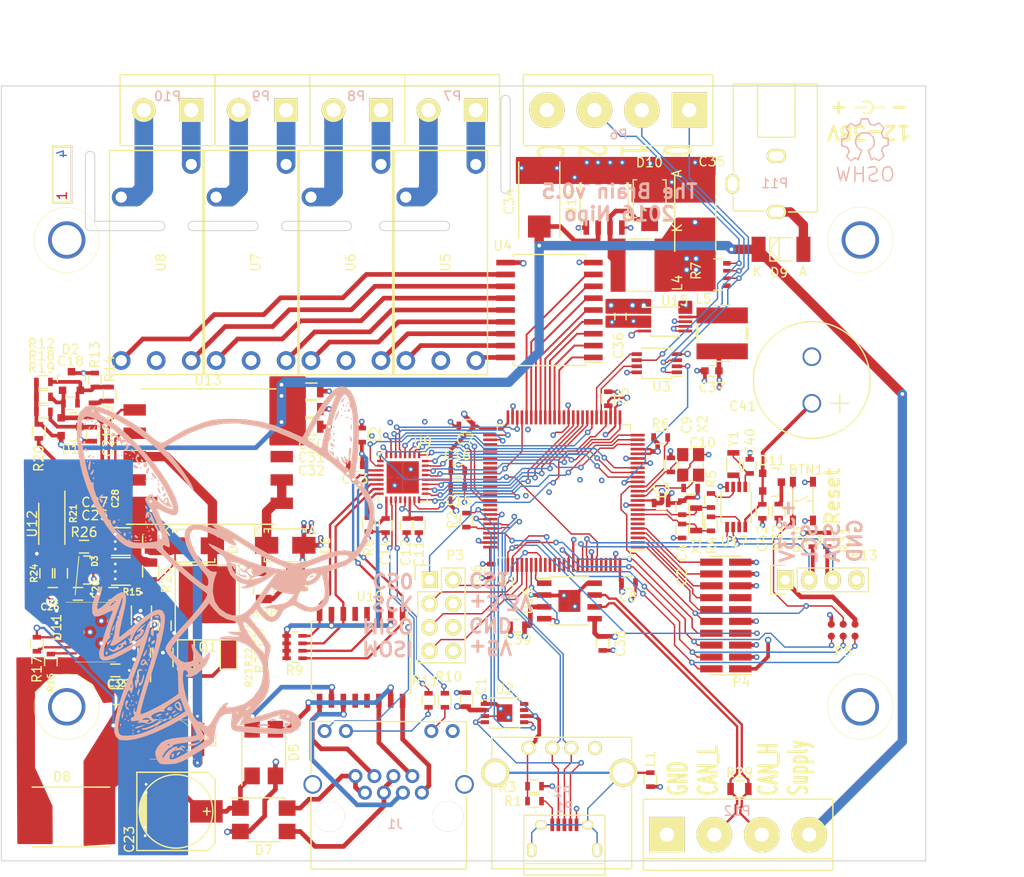
<source format=kicad_pcb>
(kicad_pcb (version 4) (host pcbnew 4.0.4-stable)

  (general
    (links 411)
    (no_connects 0)
    (area 46.449999 51.449999 145.550001 134.550001)
    (thickness 1.6)
    (drawings 47)
    (tracks 1844)
    (zones 0)
    (modules 134)
    (nets 164)
  )

  (page A4)
  (layers
    (0 F.Cu signal)
    (1 In1.Cu power hide)
    (2 In2.Cu power hide)
    (31 B.Cu signal)
    (32 B.Adhes user hide)
    (33 F.Adhes user hide)
    (34 B.Paste user hide)
    (35 F.Paste user hide)
    (36 B.SilkS user)
    (37 F.SilkS user)
    (38 B.Mask user)
    (39 F.Mask user hide)
    (40 Dwgs.User user)
    (41 Cmts.User user)
    (42 Eco1.User user)
    (43 Eco2.User user)
    (44 Edge.Cuts user)
    (45 Margin user)
    (46 B.CrtYd user)
    (47 F.CrtYd user)
    (48 B.Fab user hide)
    (49 F.Fab user hide)
  )

  (setup
    (last_trace_width 1)
    (user_trace_width 0.1524)
    (user_trace_width 0.2)
    (user_trace_width 0.25)
    (user_trace_width 0.4)
    (user_trace_width 0.5)
    (user_trace_width 1)
    (user_trace_width 2)
    (trace_clearance 0.1524)
    (zone_clearance 0.2)
    (zone_45_only yes)
    (trace_min 0.1524)
    (segment_width 0.2)
    (edge_width 0.1)
    (via_size 0.6048)
    (via_drill 0.3)
    (via_min_size 0.6048)
    (via_min_drill 0.3)
    (user_via 0.6048 0.3)
    (user_via 0.8 0.4)
    (user_via 1 0.5)
    (user_via 1.5 1)
    (uvia_size 0.3)
    (uvia_drill 0.1)
    (uvias_allowed no)
    (uvia_min_size 0.2)
    (uvia_min_drill 0.1)
    (pcb_text_width 0.3)
    (pcb_text_size 1.5 1.5)
    (mod_edge_width 0.15)
    (mod_text_size 1 1)
    (mod_text_width 0.15)
    (pad_size 4 4)
    (pad_drill 3.2)
    (pad_to_mask_clearance 0)
    (aux_axis_origin 0 0)
    (visible_elements FFFFEF7F)
    (pcbplotparams
      (layerselection 0x00030_ffffffff)
      (usegerberextensions false)
      (excludeedgelayer true)
      (linewidth 0.100000)
      (plotframeref false)
      (viasonmask false)
      (mode 1)
      (useauxorigin false)
      (hpglpennumber 1)
      (hpglpenspeed 20)
      (hpglpendiameter 15)
      (hpglpenoverlay 2)
      (psnegative false)
      (psa4output false)
      (plotreference true)
      (plotvalue true)
      (plotinvisibletext false)
      (padsonsilk false)
      (subtractmaskfromsilk false)
      (outputformat 1)
      (mirror false)
      (drillshape 1)
      (scaleselection 1)
      (outputdirectory ""))
  )

  (net 0 "")
  (net 1 +3V3)
  (net 2 /mcu/TMS)
  (net 3 GND)
  (net 4 /mcu/TCK)
  (net 5 /mcu/TDO)
  (net 6 /mcu/TDI)
  (net 7 /mcu/nRESET)
  (net 8 /mcu/TraceCLK)
  (net 9 /mcu/TraceData0)
  (net 10 /mcu/TraceData1)
  (net 11 /mcu/TraceData2)
  (net 12 /mcu/TraceData3)
  (net 13 "Net-(C9-Pad1)")
  (net 14 "Net-(C10-Pad1)")
  (net 15 "Net-(C18-Pad1)")
  (net 16 +5V)
  (net 17 "Net-(L1-Pad1)")
  (net 18 "Net-(J1-Pad10)")
  (net 19 "Net-(J1-Pad11)")
  (net 20 "Net-(P6-Pad2)")
  (net 21 "Net-(P6-Pad1)")
  (net 22 "Net-(P7-Pad2)")
  (net 23 "Net-(P7-Pad1)")
  (net 24 "Net-(U1-Pad82)")
  (net 25 "Net-(U1-Pad81)")
  (net 26 "/I2C / RTC / Extension/IRQ")
  (net 27 "/I2C / RTC / Extension/OSC_OUT")
  (net 28 "Net-(U1-Pad39)")
  (net 29 "Net-(U1-Pad40)")
  (net 30 "Net-(U1-Pad41)")
  (net 31 "Net-(U1-Pad42)")
  (net 32 "Net-(U1-Pad43)")
  (net 33 "Net-(U1-Pad44)")
  (net 34 "Net-(U1-Pad45)")
  (net 35 "Net-(U1-Pad46)")
  (net 36 /ethernet/POE_VC1-)
  (net 37 /ethernet/POE_VC1+)
  (net 38 /ethernet/POE_VC2-)
  (net 39 /ethernet/POE_VC2+)
  (net 40 "Net-(U1-Pad6)")
  (net 41 "Net-(U1-Pad38)")
  (net 42 "Net-(U1-Pad73)")
  (net 43 "Net-(U1-Pad91)")
  (net 44 "Net-(U1-Pad97)")
  (net 45 "Net-(U1-Pad98)")
  (net 46 "Net-(U9-Pad4)")
  (net 47 /ethernet/CLK_25M)
  (net 48 /mcu/ETH_PHY_nIRQ)
  (net 49 /mcu/ETH_PHY_nRESET)
  (net 50 /ethernet/MDC)
  (net 51 /ethernet/TX_D2)
  (net 52 /ethernet/TX_CLK)
  (net 53 /ethernet/RX_CLK)
  (net 54 /ethernet/MDIO)
  (net 55 /ethernet/RX_DV)
  (net 56 /ethernet/RX_D0)
  (net 57 /ethernet/RX_D1)
  (net 58 /ethernet/RX_D2)
  (net 59 /ethernet/RX_D3)
  (net 60 /ethernet/RX_ER)
  (net 61 /ethernet/TX_EN)
  (net 62 /ethernet/TX_D0)
  (net 63 /ethernet/TX_D1)
  (net 64 /ethernet/TX_D3)
  (net 65 /ethernet/CRS)
  (net 66 /ethernet/COL)
  (net 67 /ethernet/LAN_VDD)
  (net 68 /ethernet/TD-)
  (net 69 /ethernet/TD+)
  (net 70 /ethernet/RD-)
  (net 71 /ethernet/RD+)
  (net 72 /ethernet/ETH_RX-)
  (net 73 /ethernet/ETH_RX+)
  (net 74 /ethernet/ETH_TX-)
  (net 75 /ethernet/ETH_TX+)
  (net 76 "/I2C / RTC / Extension/SCL")
  (net 77 "/I2C / RTC / Extension/SDA")
  (net 78 GNDREF)
  (net 79 /mcu/USB_D+)
  (net 80 /mcu/USB_D-)
  (net 81 /can/CAN-)
  (net 82 /can/CAN+)
  (net 83 "Net-(U2-Pad7)")
  (net 84 "Net-(U2-Pad8)")
  (net 85 "Net-(U1-Pad7)")
  (net 86 "Net-(U1-Pad53)")
  (net 87 "Net-(U1-Pad54)")
  (net 88 "Net-(U1-Pad60)")
  (net 89 "Net-(U1-Pad61)")
  (net 90 "Net-(U1-Pad62)")
  (net 91 "Net-(U1-Pad66)")
  (net 92 "Net-(U1-Pad96)")
  (net 93 "Net-(D6-Pad1)")
  (net 94 "Net-(L5-Pad2)")
  (net 95 /power/VCan)
  (net 96 "Net-(P11-Pad3)")
  (net 97 /mcu/Input_0)
  (net 98 /mcu/Input_1)
  (net 99 /mcu/Input_2)
  (net 100 /mcu/CS0)
  (net 101 /mcu/CS1)
  (net 102 /mcu/SCK)
  (net 103 /mcu/MOSI)
  (net 104 /mcu/MISO)
  (net 105 /poe/VPoe)
  (net 106 /poe/GPoe)
  (net 107 "Net-(C22-Pad1)")
  (net 108 "Net-(C29-Pad1)")
  (net 109 "Net-(D9-Pad2)")
  (net 110 "Net-(R15-Pad1)")
  (net 111 /poe/Feedback)
  (net 112 /poe/VPoe2)
  (net 113 "Net-(Q1-Pad3)")
  (net 114 "Net-(Q1-Pad1)")
  (net 115 /poe/VBias)
  (net 116 /mcu/USB_VBus)
  (net 117 "Net-(R2-Pad1)")
  (net 118 "Net-(C2-Pad1)")
  (net 119 "Net-(C4-Pad1)")
  (net 120 "Net-(C11-Pad1)")
  (net 121 "Net-(C18-Pad2)")
  (net 122 "Net-(C19-Pad2)")
  (net 123 "Net-(C20-Pad1)")
  (net 124 "Net-(C21-Pad1)")
  (net 125 "Net-(C24-Pad1)")
  (net 126 "Net-(C26-Pad2)")
  (net 127 "Net-(C28-Pad2)")
  (net 128 "Net-(C40-Pad1)")
  (net 129 "Net-(C41-Pad1)")
  (net 130 "Net-(D3-Pad1)")
  (net 131 "Net-(D3-Pad2)")
  (net 132 "Net-(D4-Pad2)")
  (net 133 "Net-(D10-Pad1)")
  (net 134 "Net-(D11-Pad3)")
  (net 135 "Net-(P1-Pad1)")
  (net 136 "Net-(P1-Pad4)")
  (net 137 "Net-(P4-Pad11)")
  (net 138 "Net-(P4-Pad13)")
  (net 139 "Net-(P6-Pad3)")
  (net 140 "Net-(P8-Pad1)")
  (net 141 "Net-(P8-Pad2)")
  (net 142 "Net-(P9-Pad1)")
  (net 143 "Net-(P9-Pad2)")
  (net 144 "Net-(P10-Pad1)")
  (net 145 "Net-(P10-Pad2)")
  (net 146 "Net-(R7-Pad5)")
  (net 147 "Net-(R8-Pad1)")
  (net 148 "Net-(R10-Pad1)")
  (net 149 "Net-(R11-Pad1)")
  (net 150 "Net-(R16-Pad1)")
  (net 151 "Net-(R17-Pad2)")
  (net 152 "Net-(R20-Pad2)")
  (net 153 "Net-(R22-Pad2)")
  (net 154 "Net-(R26-Pad1)")
  (net 155 "Net-(U4-Pad11)")
  (net 156 "Net-(U4-Pad12)")
  (net 157 "Net-(U4-Pad13)")
  (net 158 "Net-(U4-Pad14)")
  (net 159 "Net-(U4-Pad15)")
  (net 160 "Net-(U4-Pad16)")
  (net 161 "Net-(U4-Pad17)")
  (net 162 "Net-(U4-Pad18)")
  (net 163 "Net-(U17-Pad2)")

  (net_class Default "This is the default net class."
    (clearance 0.1524)
    (trace_width 0.1524)
    (via_dia 0.6048)
    (via_drill 0.3)
    (uvia_dia 0.3)
    (uvia_drill 0.1)
    (add_net "/I2C / RTC / Extension/IRQ")
    (add_net "/I2C / RTC / Extension/OSC_OUT")
    (add_net "/I2C / RTC / Extension/SCL")
    (add_net "/I2C / RTC / Extension/SDA")
    (add_net /can/CAN+)
    (add_net /can/CAN-)
    (add_net /ethernet/CLK_25M)
    (add_net /ethernet/COL)
    (add_net /ethernet/CRS)
    (add_net /ethernet/MDC)
    (add_net /ethernet/MDIO)
    (add_net /ethernet/RX_CLK)
    (add_net /ethernet/RX_D0)
    (add_net /ethernet/RX_D1)
    (add_net /ethernet/RX_D2)
    (add_net /ethernet/RX_D3)
    (add_net /ethernet/RX_DV)
    (add_net /ethernet/RX_ER)
    (add_net /ethernet/TX_CLK)
    (add_net /ethernet/TX_D0)
    (add_net /ethernet/TX_D1)
    (add_net /ethernet/TX_D2)
    (add_net /ethernet/TX_D3)
    (add_net /ethernet/TX_EN)
    (add_net /mcu/CS0)
    (add_net /mcu/CS1)
    (add_net /mcu/ETH_PHY_nIRQ)
    (add_net /mcu/ETH_PHY_nRESET)
    (add_net /mcu/Input_0)
    (add_net /mcu/Input_1)
    (add_net /mcu/Input_2)
    (add_net /mcu/MISO)
    (add_net /mcu/MOSI)
    (add_net /mcu/SCK)
    (add_net /mcu/TCK)
    (add_net /mcu/TDI)
    (add_net /mcu/TDO)
    (add_net /mcu/TMS)
    (add_net /mcu/TraceCLK)
    (add_net /mcu/TraceData0)
    (add_net /mcu/TraceData1)
    (add_net /mcu/TraceData2)
    (add_net /mcu/TraceData3)
    (add_net /mcu/USB_D+)
    (add_net /mcu/USB_D-)
    (add_net /mcu/USB_VBus)
    (add_net /mcu/nRESET)
    (add_net /poe/Feedback)
    (add_net /poe/VBias)
    (add_net /poe/VPoe2)
    (add_net GND)
    (add_net "Net-(C10-Pad1)")
    (add_net "Net-(C11-Pad1)")
    (add_net "Net-(C18-Pad1)")
    (add_net "Net-(C18-Pad2)")
    (add_net "Net-(C19-Pad2)")
    (add_net "Net-(C2-Pad1)")
    (add_net "Net-(C20-Pad1)")
    (add_net "Net-(C21-Pad1)")
    (add_net "Net-(C22-Pad1)")
    (add_net "Net-(C24-Pad1)")
    (add_net "Net-(C26-Pad2)")
    (add_net "Net-(C28-Pad2)")
    (add_net "Net-(C29-Pad1)")
    (add_net "Net-(C4-Pad1)")
    (add_net "Net-(C40-Pad1)")
    (add_net "Net-(C41-Pad1)")
    (add_net "Net-(C9-Pad1)")
    (add_net "Net-(D10-Pad1)")
    (add_net "Net-(D11-Pad3)")
    (add_net "Net-(D3-Pad1)")
    (add_net "Net-(D3-Pad2)")
    (add_net "Net-(D4-Pad2)")
    (add_net "Net-(D6-Pad1)")
    (add_net "Net-(D9-Pad2)")
    (add_net "Net-(J1-Pad10)")
    (add_net "Net-(J1-Pad11)")
    (add_net "Net-(L1-Pad1)")
    (add_net "Net-(L5-Pad2)")
    (add_net "Net-(P1-Pad1)")
    (add_net "Net-(P1-Pad4)")
    (add_net "Net-(P10-Pad1)")
    (add_net "Net-(P10-Pad2)")
    (add_net "Net-(P11-Pad3)")
    (add_net "Net-(P4-Pad11)")
    (add_net "Net-(P4-Pad13)")
    (add_net "Net-(P6-Pad1)")
    (add_net "Net-(P6-Pad2)")
    (add_net "Net-(P6-Pad3)")
    (add_net "Net-(P7-Pad1)")
    (add_net "Net-(P7-Pad2)")
    (add_net "Net-(P8-Pad1)")
    (add_net "Net-(P8-Pad2)")
    (add_net "Net-(P9-Pad1)")
    (add_net "Net-(P9-Pad2)")
    (add_net "Net-(Q1-Pad1)")
    (add_net "Net-(Q1-Pad3)")
    (add_net "Net-(R10-Pad1)")
    (add_net "Net-(R11-Pad1)")
    (add_net "Net-(R15-Pad1)")
    (add_net "Net-(R16-Pad1)")
    (add_net "Net-(R17-Pad2)")
    (add_net "Net-(R2-Pad1)")
    (add_net "Net-(R20-Pad2)")
    (add_net "Net-(R22-Pad2)")
    (add_net "Net-(R26-Pad1)")
    (add_net "Net-(R7-Pad5)")
    (add_net "Net-(R8-Pad1)")
    (add_net "Net-(U1-Pad38)")
    (add_net "Net-(U1-Pad39)")
    (add_net "Net-(U1-Pad40)")
    (add_net "Net-(U1-Pad41)")
    (add_net "Net-(U1-Pad42)")
    (add_net "Net-(U1-Pad43)")
    (add_net "Net-(U1-Pad44)")
    (add_net "Net-(U1-Pad45)")
    (add_net "Net-(U1-Pad46)")
    (add_net "Net-(U1-Pad53)")
    (add_net "Net-(U1-Pad54)")
    (add_net "Net-(U1-Pad6)")
    (add_net "Net-(U1-Pad60)")
    (add_net "Net-(U1-Pad61)")
    (add_net "Net-(U1-Pad62)")
    (add_net "Net-(U1-Pad66)")
    (add_net "Net-(U1-Pad7)")
    (add_net "Net-(U1-Pad73)")
    (add_net "Net-(U1-Pad81)")
    (add_net "Net-(U1-Pad82)")
    (add_net "Net-(U1-Pad91)")
    (add_net "Net-(U1-Pad96)")
    (add_net "Net-(U1-Pad97)")
    (add_net "Net-(U1-Pad98)")
    (add_net "Net-(U17-Pad2)")
    (add_net "Net-(U2-Pad7)")
    (add_net "Net-(U2-Pad8)")
    (add_net "Net-(U4-Pad11)")
    (add_net "Net-(U4-Pad12)")
    (add_net "Net-(U4-Pad13)")
    (add_net "Net-(U4-Pad14)")
    (add_net "Net-(U4-Pad15)")
    (add_net "Net-(U4-Pad16)")
    (add_net "Net-(U4-Pad17)")
    (add_net "Net-(U4-Pad18)")
    (add_net "Net-(U9-Pad4)")
  )

  (net_class More ""
    (clearance 0.2)
    (trace_width 0.25)
    (via_dia 0.6048)
    (via_drill 0.3)
    (uvia_dia 0.3)
    (uvia_drill 0.1)
    (add_net /ethernet/RD+)
    (add_net /ethernet/RD-)
    (add_net /ethernet/TD+)
    (add_net /ethernet/TD-)
  )

  (net_class Power ""
    (clearance 0.1524)
    (trace_width 0.5)
    (via_dia 0.7)
    (via_drill 0.4)
    (uvia_dia 0.3)
    (uvia_drill 0.1)
    (add_net +3V3)
    (add_net +5V)
    (add_net /ethernet/ETH_RX+)
    (add_net /ethernet/ETH_RX-)
    (add_net /ethernet/ETH_TX+)
    (add_net /ethernet/ETH_TX-)
    (add_net /ethernet/LAN_VDD)
    (add_net /ethernet/POE_VC1+)
    (add_net /ethernet/POE_VC1-)
    (add_net /ethernet/POE_VC2+)
    (add_net /ethernet/POE_VC2-)
    (add_net /poe/GPoe)
    (add_net /poe/VPoe)
    (add_net /power/VCan)
    (add_net GNDREF)
  )

  (net_class Power2 ""
    (clearance 1)
    (trace_width 0.5)
    (via_dia 1)
    (via_drill 0.5)
    (uvia_dia 0.3)
    (uvia_drill 0.1)
  )

  (module Connect:USB_A (layer F.Cu) (tedit 5543E289) (tstamp 57C37A26)
    (at 102.95914 122.40212)
    (descr "USB A connector")
    (tags "USB USB_A")
    (path /57A213D7/57BD5361)
    (fp_text reference P2 (at 3.64086 4.69788 180) (layer B.SilkS)
      (effects (font (size 1 1) (thickness 0.15)) (justify mirror))
    )
    (fp_text value USBA (at 3.74086 2.49788) (layer F.Fab)
      (effects (font (size 1 1) (thickness 0.15)))
    )
    (fp_line (start -5.3 13.2) (end -5.3 -1.4) (layer F.CrtYd) (width 0.05))
    (fp_line (start 11.95 -1.4) (end 11.95 13.2) (layer F.CrtYd) (width 0.05))
    (fp_line (start -5.3 13.2) (end 11.95 13.2) (layer F.CrtYd) (width 0.05))
    (fp_line (start -5.3 -1.4) (end 11.95 -1.4) (layer F.CrtYd) (width 0.05))
    (fp_line (start 11.04986 -1.14512) (end 11.04986 12.95188) (layer F.SilkS) (width 0.15))
    (fp_line (start -3.93614 12.95188) (end -3.93614 -1.14512) (layer F.SilkS) (width 0.15))
    (fp_line (start 11.04986 -1.14512) (end -3.93614 -1.14512) (layer F.SilkS) (width 0.15))
    (fp_line (start 11.04986 12.95188) (end -3.93614 12.95188) (layer F.SilkS) (width 0.15))
    (pad 4 thru_hole circle (at 7.11286 -0.00212 270) (size 1.50114 1.50114) (drill 1.00076) (layers *.Cu *.Mask F.SilkS)
      (net 3 GND))
    (pad 3 thru_hole circle (at 4.57286 -0.00212 270) (size 1.50114 1.50114) (drill 1.00076) (layers *.Cu *.Mask F.SilkS)
      (net 79 /mcu/USB_D+))
    (pad 2 thru_hole circle (at 2.54086 -0.00212 270) (size 1.50114 1.50114) (drill 1.00076) (layers *.Cu *.Mask F.SilkS)
      (net 80 /mcu/USB_D-))
    (pad 1 thru_hole circle (at 0.00086 -0.00212 270) (size 1.50114 1.50114) (drill 1.00076) (layers *.Cu *.Mask F.SilkS)
      (net 116 /mcu/USB_VBus))
    (pad 5 thru_hole circle (at 10.16086 2.66488 270) (size 2.99974 2.99974) (drill 2.30124) (layers *.Cu *.Mask F.SilkS)
      (net 17 "Net-(L1-Pad1)"))
    (pad 5 thru_hole circle (at -3.55514 2.66488 270) (size 2.99974 2.99974) (drill 2.30124) (layers *.Cu *.Mask F.SilkS)
      (net 17 "Net-(L1-Pad1)"))
    (model Connect.3dshapes/USB_A.wrl
      (at (xyz 0.14 0 0))
      (scale (xyz 1 1 1))
      (rotate (xyz 0 0 90))
    )
  )

  (module Pin_Headers:Pin_Header_Straight_2x04 (layer F.Cu) (tedit 57C9A701) (tstamp 57CA0578)
    (at 92.36 104.4)
    (descr "Through hole pin header")
    (tags "pin header")
    (path /57A213D7/57C9C680)
    (fp_text reference P3 (at 2.74 -2.6) (layer F.SilkS)
      (effects (font (size 1 1) (thickness 0.15)))
    )
    (fp_text value SPI (at 1.34 3.7 90) (layer F.Fab)
      (effects (font (size 1 1) (thickness 0.15)))
    )
    (fp_line (start -1.75 -1.75) (end -1.75 9.4) (layer F.CrtYd) (width 0.05))
    (fp_line (start 4.3 -1.75) (end 4.3 9.4) (layer F.CrtYd) (width 0.05))
    (fp_line (start -1.75 -1.75) (end 4.3 -1.75) (layer F.CrtYd) (width 0.05))
    (fp_line (start -1.75 9.4) (end 4.3 9.4) (layer F.CrtYd) (width 0.05))
    (fp_line (start -1.27 1.27) (end -1.27 8.89) (layer F.SilkS) (width 0.15))
    (fp_line (start -1.27 8.89) (end 3.81 8.89) (layer F.SilkS) (width 0.15))
    (fp_line (start 3.81 8.89) (end 3.81 -1.27) (layer F.SilkS) (width 0.15))
    (fp_line (start 3.81 -1.27) (end 1.27 -1.27) (layer F.SilkS) (width 0.15))
    (fp_line (start 0 -1.55) (end -1.55 -1.55) (layer F.SilkS) (width 0.15))
    (fp_line (start 1.27 -1.27) (end 1.27 1.27) (layer F.SilkS) (width 0.15))
    (fp_line (start 1.27 1.27) (end -1.27 1.27) (layer F.SilkS) (width 0.15))
    (fp_line (start -1.55 -1.55) (end -1.55 0) (layer F.SilkS) (width 0.15))
    (pad 1 thru_hole rect (at 0 0) (size 1.7272 1.7272) (drill 1.016) (layers *.Cu *.Mask F.SilkS)
      (net 100 /mcu/CS0))
    (pad 2 thru_hole oval (at 2.54 0) (size 1.7272 1.7272) (drill 1.016) (layers *.Cu *.Mask F.SilkS)
      (net 101 /mcu/CS1))
    (pad 3 thru_hole oval (at 0 2.54) (size 1.7272 1.7272) (drill 1.016) (layers *.Cu *.Mask F.SilkS)
      (net 102 /mcu/SCK))
    (pad 4 thru_hole oval (at 2.54 2.54) (size 1.7272 1.7272) (drill 1.016) (layers *.Cu *.Mask F.SilkS)
      (net 1 +3V3) (zone_connect 2))
    (pad 5 thru_hole oval (at 0 5.08) (size 1.7272 1.7272) (drill 1.016) (layers *.Cu *.Mask F.SilkS)
      (net 104 /mcu/MISO))
    (pad 6 thru_hole oval (at 2.54 5.08) (size 1.7272 1.7272) (drill 1.016) (layers *.Cu *.Mask F.SilkS)
      (net 3 GND))
    (pad 7 thru_hole oval (at 0 7.62) (size 1.7272 1.7272) (drill 1.016) (layers *.Cu *.Mask F.SilkS)
      (net 103 /mcu/MOSI))
    (pad 8 thru_hole oval (at 2.54 7.62) (size 1.7272 1.7272) (drill 1.016) (layers *.Cu *.Mask F.SilkS)
      (net 16 +5V) (zone_connect 2))
    (model Pin_Headers.3dshapes/Pin_Header_Straight_2x04.wrl
      (at (xyz 0.05 -0.15 0))
      (scale (xyz 1 1 1))
      (rotate (xyz 0 0 90))
    )
  )

  (module Housings_QFP:LQFP-100_14x14mm_Pitch0.5mm (layer F.Cu) (tedit 54130A77) (tstamp 57C377BF)
    (at 106.75 94.9 180)
    (descr "LQFP100: plastic low profile quad flat package; 100 leads; body 14 x 14 x 1.4 mm (see NXP sot407-1_po.pdf and sot407-1_fr.pdf)")
    (tags "QFP 0.5")
    (path /57A213D7/57BCD0F0)
    (attr smd)
    (fp_text reference U1 (at 6.07 -9.66 180) (layer F.SilkS)
      (effects (font (size 1 1) (thickness 0.15)))
    )
    (fp_text value STM32F107VCT (at 0.25 1.3 180) (layer F.Fab)
      (effects (font (size 1 1) (thickness 0.15)))
    )
    (fp_line (start -8.9 -8.9) (end -8.9 8.9) (layer F.CrtYd) (width 0.05))
    (fp_line (start 8.9 -8.9) (end 8.9 8.9) (layer F.CrtYd) (width 0.05))
    (fp_line (start -8.9 -8.9) (end 8.9 -8.9) (layer F.CrtYd) (width 0.05))
    (fp_line (start -8.9 8.9) (end 8.9 8.9) (layer F.CrtYd) (width 0.05))
    (fp_line (start -7.125 -7.125) (end -7.125 -6.365) (layer F.SilkS) (width 0.15))
    (fp_line (start 7.125 -7.125) (end 7.125 -6.365) (layer F.SilkS) (width 0.15))
    (fp_line (start 7.125 7.125) (end 7.125 6.365) (layer F.SilkS) (width 0.15))
    (fp_line (start -7.125 7.125) (end -7.125 6.365) (layer F.SilkS) (width 0.15))
    (fp_line (start -7.125 -7.125) (end -6.365 -7.125) (layer F.SilkS) (width 0.15))
    (fp_line (start -7.125 7.125) (end -6.365 7.125) (layer F.SilkS) (width 0.15))
    (fp_line (start 7.125 7.125) (end 6.365 7.125) (layer F.SilkS) (width 0.15))
    (fp_line (start 7.125 -7.125) (end 6.365 -7.125) (layer F.SilkS) (width 0.15))
    (fp_line (start -7.125 -6.365) (end -8.65 -6.365) (layer F.SilkS) (width 0.15))
    (pad 1 smd rect (at -7.9 -6 180) (size 1.5 0.28) (layers F.Cu F.Paste F.Mask)
      (net 8 /mcu/TraceCLK))
    (pad 2 smd rect (at -7.9 -5.5 180) (size 1.5 0.28) (layers F.Cu F.Paste F.Mask)
      (net 9 /mcu/TraceData0))
    (pad 3 smd rect (at -7.9 -5 180) (size 1.5 0.28) (layers F.Cu F.Paste F.Mask)
      (net 10 /mcu/TraceData1))
    (pad 4 smd rect (at -7.9 -4.5 180) (size 1.5 0.28) (layers F.Cu F.Paste F.Mask)
      (net 11 /mcu/TraceData2))
    (pad 5 smd rect (at -7.9 -4 180) (size 1.5 0.28) (layers F.Cu F.Paste F.Mask)
      (net 12 /mcu/TraceData3))
    (pad 6 smd rect (at -7.9 -3.5 180) (size 1.5 0.28) (layers F.Cu F.Paste F.Mask)
      (net 40 "Net-(U1-Pad6)"))
    (pad 7 smd rect (at -7.9 -3 180) (size 1.5 0.28) (layers F.Cu F.Paste F.Mask)
      (net 85 "Net-(U1-Pad7)"))
    (pad 8 smd rect (at -7.9 -2.5 180) (size 1.5 0.28) (layers F.Cu F.Paste F.Mask)
      (net 118 "Net-(C2-Pad1)"))
    (pad 9 smd rect (at -7.9 -2 180) (size 1.5 0.28) (layers F.Cu F.Paste F.Mask)
      (net 119 "Net-(C4-Pad1)"))
    (pad 10 smd rect (at -7.9 -1.5 180) (size 1.5 0.28) (layers F.Cu F.Paste F.Mask)
      (net 3 GND))
    (pad 11 smd rect (at -7.9 -1 180) (size 1.5 0.28) (layers F.Cu F.Paste F.Mask)
      (net 1 +3V3))
    (pad 12 smd rect (at -7.9 -0.5 180) (size 1.5 0.28) (layers F.Cu F.Paste F.Mask)
      (net 14 "Net-(C10-Pad1)"))
    (pad 13 smd rect (at -7.9 0 180) (size 1.5 0.28) (layers F.Cu F.Paste F.Mask)
      (net 13 "Net-(C9-Pad1)"))
    (pad 14 smd rect (at -7.9 0.5 180) (size 1.5 0.28) (layers F.Cu F.Paste F.Mask)
      (net 7 /mcu/nRESET))
    (pad 15 smd rect (at -7.9 1 180) (size 1.5 0.28) (layers F.Cu F.Paste F.Mask)
      (net 99 /mcu/Input_2))
    (pad 16 smd rect (at -7.9 1.5 180) (size 1.5 0.28) (layers F.Cu F.Paste F.Mask)
      (net 50 /ethernet/MDC))
    (pad 17 smd rect (at -7.9 2 180) (size 1.5 0.28) (layers F.Cu F.Paste F.Mask)
      (net 51 /ethernet/TX_D2))
    (pad 18 smd rect (at -7.9 2.5 180) (size 1.5 0.28) (layers F.Cu F.Paste F.Mask)
      (net 52 /ethernet/TX_CLK))
    (pad 19 smd rect (at -7.9 3 180) (size 1.5 0.28) (layers F.Cu F.Paste F.Mask)
      (net 3 GND))
    (pad 20 smd rect (at -7.9 3.5 180) (size 1.5 0.28) (layers F.Cu F.Paste F.Mask)
      (net 3 GND))
    (pad 21 smd rect (at -7.9 4 180) (size 1.5 0.28) (layers F.Cu F.Paste F.Mask)
      (net 1 +3V3))
    (pad 22 smd rect (at -7.9 4.5 180) (size 1.5 0.28) (layers F.Cu F.Paste F.Mask)
      (net 1 +3V3))
    (pad 23 smd rect (at -7.9 5 180) (size 1.5 0.28) (layers F.Cu F.Paste F.Mask)
      (net 65 /ethernet/CRS))
    (pad 24 smd rect (at -7.9 5.5 180) (size 1.5 0.28) (layers F.Cu F.Paste F.Mask)
      (net 53 /ethernet/RX_CLK))
    (pad 25 smd rect (at -7.9 6 180) (size 1.5 0.28) (layers F.Cu F.Paste F.Mask)
      (net 54 /ethernet/MDIO))
    (pad 26 smd rect (at -6 7.9 270) (size 1.5 0.28) (layers F.Cu F.Paste F.Mask)
      (net 66 /ethernet/COL))
    (pad 27 smd rect (at -5.5 7.9 270) (size 1.5 0.28) (layers F.Cu F.Paste F.Mask)
      (net 3 GND))
    (pad 28 smd rect (at -5 7.9 270) (size 1.5 0.28) (layers F.Cu F.Paste F.Mask)
      (net 1 +3V3))
    (pad 29 smd rect (at -4.5 7.9 270) (size 1.5 0.28) (layers F.Cu F.Paste F.Mask)
      (net 100 /mcu/CS0))
    (pad 30 smd rect (at -4 7.9 270) (size 1.5 0.28) (layers F.Cu F.Paste F.Mask)
      (net 97 /mcu/Input_0))
    (pad 31 smd rect (at -3.5 7.9 270) (size 1.5 0.28) (layers F.Cu F.Paste F.Mask)
      (net 98 /mcu/Input_1))
    (pad 32 smd rect (at -3 7.9 270) (size 1.5 0.28) (layers F.Cu F.Paste F.Mask)
      (net 55 /ethernet/RX_DV))
    (pad 33 smd rect (at -2.5 7.9 270) (size 1.5 0.28) (layers F.Cu F.Paste F.Mask)
      (net 56 /ethernet/RX_D0))
    (pad 34 smd rect (at -2 7.9 270) (size 1.5 0.28) (layers F.Cu F.Paste F.Mask)
      (net 57 /ethernet/RX_D1))
    (pad 35 smd rect (at -1.5 7.9 270) (size 1.5 0.28) (layers F.Cu F.Paste F.Mask)
      (net 58 /ethernet/RX_D2))
    (pad 36 smd rect (at -1 7.9 270) (size 1.5 0.28) (layers F.Cu F.Paste F.Mask)
      (net 59 /ethernet/RX_D3))
    (pad 37 smd rect (at -0.5 7.9 270) (size 1.5 0.28) (layers F.Cu F.Paste F.Mask)
      (net 3 GND))
    (pad 38 smd rect (at 0 7.9 270) (size 1.5 0.28) (layers F.Cu F.Paste F.Mask)
      (net 41 "Net-(U1-Pad38)"))
    (pad 39 smd rect (at 0.5 7.9 270) (size 1.5 0.28) (layers F.Cu F.Paste F.Mask)
      (net 28 "Net-(U1-Pad39)"))
    (pad 40 smd rect (at 1 7.9 270) (size 1.5 0.28) (layers F.Cu F.Paste F.Mask)
      (net 29 "Net-(U1-Pad40)"))
    (pad 41 smd rect (at 1.5 7.9 270) (size 1.5 0.28) (layers F.Cu F.Paste F.Mask)
      (net 30 "Net-(U1-Pad41)"))
    (pad 42 smd rect (at 2 7.9 270) (size 1.5 0.28) (layers F.Cu F.Paste F.Mask)
      (net 31 "Net-(U1-Pad42)"))
    (pad 43 smd rect (at 2.5 7.9 270) (size 1.5 0.28) (layers F.Cu F.Paste F.Mask)
      (net 32 "Net-(U1-Pad43)"))
    (pad 44 smd rect (at 3 7.9 270) (size 1.5 0.28) (layers F.Cu F.Paste F.Mask)
      (net 33 "Net-(U1-Pad44)"))
    (pad 45 smd rect (at 3.5 7.9 270) (size 1.5 0.28) (layers F.Cu F.Paste F.Mask)
      (net 34 "Net-(U1-Pad45)"))
    (pad 46 smd rect (at 4 7.9 270) (size 1.5 0.28) (layers F.Cu F.Paste F.Mask)
      (net 35 "Net-(U1-Pad46)"))
    (pad 47 smd rect (at 4.5 7.9 270) (size 1.5 0.28) (layers F.Cu F.Paste F.Mask)
      (net 60 /ethernet/RX_ER))
    (pad 48 smd rect (at 5 7.9 270) (size 1.5 0.28) (layers F.Cu F.Paste F.Mask)
      (net 61 /ethernet/TX_EN))
    (pad 49 smd rect (at 5.5 7.9 270) (size 1.5 0.28) (layers F.Cu F.Paste F.Mask)
      (net 3 GND))
    (pad 50 smd rect (at 6 7.9 270) (size 1.5 0.28) (layers F.Cu F.Paste F.Mask)
      (net 1 +3V3))
    (pad 51 smd rect (at 7.9 6 180) (size 1.5 0.28) (layers F.Cu F.Paste F.Mask)
      (net 62 /ethernet/TX_D0))
    (pad 52 smd rect (at 7.9 5.5 180) (size 1.5 0.28) (layers F.Cu F.Paste F.Mask)
      (net 63 /ethernet/TX_D1))
    (pad 53 smd rect (at 7.9 5 180) (size 1.5 0.28) (layers F.Cu F.Paste F.Mask)
      (net 86 "Net-(U1-Pad53)"))
    (pad 54 smd rect (at 7.9 4.5 180) (size 1.5 0.28) (layers F.Cu F.Paste F.Mask)
      (net 87 "Net-(U1-Pad54)"))
    (pad 55 smd rect (at 7.9 4 180) (size 1.5 0.28) (layers F.Cu F.Paste F.Mask))
    (pad 56 smd rect (at 7.9 3.5 180) (size 1.5 0.28) (layers F.Cu F.Paste F.Mask))
    (pad 57 smd rect (at 7.9 3 180) (size 1.5 0.28) (layers F.Cu F.Paste F.Mask))
    (pad 58 smd rect (at 7.9 2.5 180) (size 1.5 0.28) (layers F.Cu F.Paste F.Mask))
    (pad 59 smd rect (at 7.9 2 180) (size 1.5 0.28) (layers F.Cu F.Paste F.Mask))
    (pad 60 smd rect (at 7.9 1.5 180) (size 1.5 0.28) (layers F.Cu F.Paste F.Mask)
      (net 88 "Net-(U1-Pad60)"))
    (pad 61 smd rect (at 7.9 1 180) (size 1.5 0.28) (layers F.Cu F.Paste F.Mask)
      (net 89 "Net-(U1-Pad61)"))
    (pad 62 smd rect (at 7.9 0.5 180) (size 1.5 0.28) (layers F.Cu F.Paste F.Mask)
      (net 90 "Net-(U1-Pad62)"))
    (pad 63 smd rect (at 7.9 0 180) (size 1.5 0.28) (layers F.Cu F.Paste F.Mask)
      (net 47 /ethernet/CLK_25M))
    (pad 64 smd rect (at 7.9 -0.5 180) (size 1.5 0.28) (layers F.Cu F.Paste F.Mask)
      (net 49 /mcu/ETH_PHY_nRESET))
    (pad 65 smd rect (at 7.9 -1 180) (size 1.5 0.28) (layers F.Cu F.Paste F.Mask)
      (net 48 /mcu/ETH_PHY_nIRQ))
    (pad 66 smd rect (at 7.9 -1.5 180) (size 1.5 0.28) (layers F.Cu F.Paste F.Mask)
      (net 91 "Net-(U1-Pad66)"))
    (pad 67 smd rect (at 7.9 -2 180) (size 1.5 0.28) (layers F.Cu F.Paste F.Mask)
      (net 117 "Net-(R2-Pad1)"))
    (pad 68 smd rect (at 7.9 -2.5 180) (size 1.5 0.28) (layers F.Cu F.Paste F.Mask)
      (net 116 /mcu/USB_VBus))
    (pad 69 smd rect (at 7.9 -3 180) (size 1.5 0.28) (layers F.Cu F.Paste F.Mask)
      (net 136 "Net-(P1-Pad4)"))
    (pad 70 smd rect (at 7.9 -3.5 180) (size 1.5 0.28) (layers F.Cu F.Paste F.Mask)
      (net 80 /mcu/USB_D-))
    (pad 71 smd rect (at 7.9 -4 180) (size 1.5 0.28) (layers F.Cu F.Paste F.Mask)
      (net 79 /mcu/USB_D+))
    (pad 72 smd rect (at 7.9 -4.5 180) (size 1.5 0.28) (layers F.Cu F.Paste F.Mask)
      (net 2 /mcu/TMS))
    (pad 73 smd rect (at 7.9 -5 180) (size 1.5 0.28) (layers F.Cu F.Paste F.Mask)
      (net 42 "Net-(U1-Pad73)"))
    (pad 74 smd rect (at 7.9 -5.5 180) (size 1.5 0.28) (layers F.Cu F.Paste F.Mask)
      (net 3 GND))
    (pad 75 smd rect (at 7.9 -6 180) (size 1.5 0.28) (layers F.Cu F.Paste F.Mask)
      (net 1 +3V3))
    (pad 76 smd rect (at 6 -7.9 270) (size 1.5 0.28) (layers F.Cu F.Paste F.Mask)
      (net 4 /mcu/TCK))
    (pad 77 smd rect (at 5.5 -7.9 270) (size 1.5 0.28) (layers F.Cu F.Paste F.Mask)
      (net 6 /mcu/TDI))
    (pad 78 smd rect (at 5 -7.9 270) (size 1.5 0.28) (layers F.Cu F.Paste F.Mask)
      (net 102 /mcu/SCK))
    (pad 79 smd rect (at 4.5 -7.9 270) (size 1.5 0.28) (layers F.Cu F.Paste F.Mask)
      (net 104 /mcu/MISO))
    (pad 80 smd rect (at 4 -7.9 270) (size 1.5 0.28) (layers F.Cu F.Paste F.Mask)
      (net 103 /mcu/MOSI))
    (pad 81 smd rect (at 3.5 -7.9 270) (size 1.5 0.28) (layers F.Cu F.Paste F.Mask)
      (net 25 "Net-(U1-Pad81)"))
    (pad 82 smd rect (at 3 -7.9 270) (size 1.5 0.28) (layers F.Cu F.Paste F.Mask)
      (net 24 "Net-(U1-Pad82)"))
    (pad 83 smd rect (at 2.5 -7.9 270) (size 1.5 0.28) (layers F.Cu F.Paste F.Mask)
      (net 101 /mcu/CS1))
    (pad 84 smd rect (at 2 -7.9 270) (size 1.5 0.28) (layers F.Cu F.Paste F.Mask))
    (pad 85 smd rect (at 1.5 -7.9 270) (size 1.5 0.28) (layers F.Cu F.Paste F.Mask))
    (pad 86 smd rect (at 1 -7.9 270) (size 1.5 0.28) (layers F.Cu F.Paste F.Mask))
    (pad 87 smd rect (at 0.5 -7.9 270) (size 1.5 0.28) (layers F.Cu F.Paste F.Mask))
    (pad 88 smd rect (at 0 -7.9 270) (size 1.5 0.28) (layers F.Cu F.Paste F.Mask))
    (pad 89 smd rect (at -0.5 -7.9 270) (size 1.5 0.28) (layers F.Cu F.Paste F.Mask)
      (net 5 /mcu/TDO))
    (pad 90 smd rect (at -1 -7.9 270) (size 1.5 0.28) (layers F.Cu F.Paste F.Mask)
      (net 3 GND))
    (pad 91 smd rect (at -1.5 -7.9 270) (size 1.5 0.28) (layers F.Cu F.Paste F.Mask)
      (net 43 "Net-(U1-Pad91)"))
    (pad 92 smd rect (at -2 -7.9 270) (size 1.5 0.28) (layers F.Cu F.Paste F.Mask)
      (net 76 "/I2C / RTC / Extension/SCL"))
    (pad 93 smd rect (at -2.5 -7.9 270) (size 1.5 0.28) (layers F.Cu F.Paste F.Mask)
      (net 77 "/I2C / RTC / Extension/SDA"))
    (pad 94 smd rect (at -3 -7.9 270) (size 1.5 0.28) (layers F.Cu F.Paste F.Mask)
      (net 3 GND))
    (pad 95 smd rect (at -3.5 -7.9 270) (size 1.5 0.28) (layers F.Cu F.Paste F.Mask)
      (net 64 /ethernet/TX_D3))
    (pad 96 smd rect (at -4 -7.9 270) (size 1.5 0.28) (layers F.Cu F.Paste F.Mask)
      (net 92 "Net-(U1-Pad96)"))
    (pad 97 smd rect (at -4.5 -7.9 270) (size 1.5 0.28) (layers F.Cu F.Paste F.Mask)
      (net 44 "Net-(U1-Pad97)"))
    (pad 98 smd rect (at -5 -7.9 270) (size 1.5 0.28) (layers F.Cu F.Paste F.Mask)
      (net 45 "Net-(U1-Pad98)"))
    (pad 99 smd rect (at -5.5 -7.9 270) (size 1.5 0.28) (layers F.Cu F.Paste F.Mask)
      (net 3 GND))
    (pad 100 smd rect (at -6 -7.9 270) (size 1.5 0.28) (layers F.Cu F.Paste F.Mask)
      (net 1 +3V3))
    (model Housings_QFP.3dshapes/LQFP-100_14x14mm_Pitch0.5mm.wrl
      (at (xyz 0 0 0))
      (scale (xyz 1 1 1))
      (rotate (xyz 0 0 0))
    )
  )

  (module Abracon:ABM8G (layer F.Cu) (tedit 56F3EB4E) (tstamp 57C37BAB)
    (at 120.32122 92.089165 90)
    (path /57A213D7/57BCDC66)
    (fp_text reference X2 (at 4.389165 1.27878 90) (layer F.SilkS)
      (effects (font (size 1 1) (thickness 0.15)))
    )
    (fp_text value 25MHz (at 1.089165 -0.02122 90) (layer F.Fab)
      (effects (font (size 1 1) (thickness 0.15)))
    )
    (fp_line (start -1.7 0.15) (end -1.7 -0.15) (layer F.SilkS) (width 0.15))
    (fp_line (start 0.3 1.35) (end -0.3 1.35) (layer F.SilkS) (width 0.15))
    (fp_line (start 1.7 -0.15) (end 1.7 0.15) (layer F.SilkS) (width 0.15))
    (fp_line (start -0.3 -1.35) (end 0.3 -1.35) (layer F.SilkS) (width 0.15))
    (fp_line (start -1.6 1.25) (end -1.6 -1.25) (layer F.CrtYd) (width 0.05))
    (fp_line (start 1.6 1.25) (end -1.6 1.25) (layer F.CrtYd) (width 0.05))
    (fp_line (start 1.6 -1.25) (end 1.6 1.25) (layer F.CrtYd) (width 0.05))
    (fp_line (start -1.6 -1.25) (end 1.6 -1.25) (layer F.CrtYd) (width 0.05))
    (pad 3 smd rect (at -1.1 -0.85 90) (size 1.4 1.2) (layers F.Cu F.Paste F.Mask)
      (net 3 GND))
    (pad 2 smd rect (at 1.1 -0.85 90) (size 1.4 1.2) (layers F.Cu F.Paste F.Mask)
      (net 13 "Net-(C9-Pad1)"))
    (pad 3 smd rect (at 1.1 0.85 90) (size 1.4 1.2) (layers F.Cu F.Paste F.Mask)
      (net 3 GND))
    (pad 1 smd rect (at -1.1 0.85 90) (size 1.4 1.2) (layers F.Cu F.Paste F.Mask)
      (net 14 "Net-(C10-Pad1)"))
    (model /Users/nipo/projects/hardware/kicad-library/Abracon.3dshapes/ABM8G.wrl
      (at (xyz 0 0 0))
      (scale (xyz 0.3937 0.3937 0.3937))
      (rotate (xyz -90 0 0))
    )
  )

  (module Abracon:ABS07 (layer F.Cu) (tedit 57C35276) (tstamp 57C37B85)
    (at 120.916 97.919 270)
    (descr http://www.abracon.com/Resonators/ABS07.pdf)
    (tags "ABS07 Crystal")
    (path /57A213D7/57BD5AA4)
    (fp_text reference X1 (at 2.781 0.016 270) (layer F.SilkS)
      (effects (font (size 1 1) (thickness 0.15)))
    )
    (fp_text value 32768Hz (at 0.881 0.016 270) (layer F.Fab)
      (effects (font (size 1 1) (thickness 0.15)))
    )
    (fp_line (start 0.75 0.7) (end -0.75 0.7) (layer F.SilkS) (width 0.15))
    (fp_line (start -0.75 -0.7) (end 0.75 -0.7) (layer F.SilkS) (width 0.15))
    (fp_line (start 1.6 -0.75) (end 1.6 0.75) (layer F.CrtYd) (width 0.05))
    (fp_line (start -1.6 -0.75) (end 1.6 -0.75) (layer F.CrtYd) (width 0.05))
    (fp_line (start 1.6 0.75) (end -1.6 0.75) (layer F.CrtYd) (width 0.05))
    (fp_line (start -1.6 0.75) (end -1.6 -0.75) (layer F.CrtYd) (width 0.05))
    (pad 1 smd rect (at -1.2 0 270) (size 0.6 1.3) (layers F.Cu F.Paste F.Mask)
      (net 119 "Net-(C4-Pad1)") (clearance 0.3))
    (pad 2 smd rect (at 1.2 0 270) (size 0.6 1.3) (layers F.Cu F.Paste F.Mask)
      (net 118 "Net-(C2-Pad1)") (clearance 0.3))
    (model /Users/nipo/projects/hardware/kicad-library/Abracon.3dshapes/ABS07.wrl
      (at (xyz 0 0 0))
      (scale (xyz 0.3937 0.3937 0.3937))
      (rotate (xyz -90 0 0))
    )
  )

  (module Abracon:ABS07 (layer F.Cu) (tedit 56F3EAF3) (tstamp 57C37B63)
    (at 124.9 92 270)
    (descr http://www.abracon.com/Resonators/ABS07.pdf)
    (tags "ABS07 Crystal")
    (path /57A213DD/57B577CF)
    (fp_text reference Y1 (at -2.7 0 270) (layer F.SilkS)
      (effects (font (size 1 1) (thickness 0.15)))
    )
    (fp_text value 32768Hz (at -2.1 -0.1 270) (layer F.Fab)
      (effects (font (size 1 1) (thickness 0.15)))
    )
    (fp_line (start 0.75 0.7) (end -0.75 0.7) (layer F.SilkS) (width 0.15))
    (fp_line (start -0.75 -0.7) (end 0.75 -0.7) (layer F.SilkS) (width 0.15))
    (fp_line (start 1.6 -0.75) (end 1.6 0.75) (layer F.CrtYd) (width 0.05))
    (fp_line (start -1.6 -0.75) (end 1.6 -0.75) (layer F.CrtYd) (width 0.05))
    (fp_line (start 1.6 0.75) (end -1.6 0.75) (layer F.CrtYd) (width 0.05))
    (fp_line (start -1.6 0.75) (end -1.6 -0.75) (layer F.CrtYd) (width 0.05))
    (pad 1 smd rect (at -1.2 0 270) (size 0.6 1.3) (layers F.Cu F.Paste F.Mask)
      (net 128 "Net-(C40-Pad1)") (clearance 0.3))
    (pad 2 smd rect (at 1.2 0 270) (size 0.6 1.3) (layers F.Cu F.Paste F.Mask)
      (net 163 "Net-(U17-Pad2)") (clearance 0.3))
    (model /Users/nipo/projects/hardware/kicad-library/Abracon.3dshapes/ABS07.wrl
      (at (xyz 0 0 0))
      (scale (xyz 0.3937 0.3937 0.3937))
      (rotate (xyz -90 0 0))
    )
  )

  (module Capacitors_SMD:C_0805 (layer F.Cu) (tedit 57CB7242) (tstamp 57C37B41)
    (at 59 116.9 180)
    (descr "Capacitor SMD 0805, reflow soldering, AVX (see smccp.pdf)")
    (tags "capacitor 0805")
    (path /57A21431/57B8D21B)
    (attr smd)
    (fp_text reference C33 (at 0.1 1.4 360) (layer F.SilkS)
      (effects (font (size 0.7 0.7) (thickness 0.15)))
    )
    (fp_text value 100nF (at -0.1 0.1 180) (layer F.Fab)
      (effects (font (size 1 1) (thickness 0.15)))
    )
    (fp_line (start -1.8 -1) (end 1.8 -1) (layer F.CrtYd) (width 0.05))
    (fp_line (start -1.8 1) (end 1.8 1) (layer F.CrtYd) (width 0.05))
    (fp_line (start -1.8 -1) (end -1.8 1) (layer F.CrtYd) (width 0.05))
    (fp_line (start 1.8 -1) (end 1.8 1) (layer F.CrtYd) (width 0.05))
    (fp_line (start 0.5 -0.85) (end -0.5 -0.85) (layer F.SilkS) (width 0.15))
    (fp_line (start -0.5 0.85) (end 0.5 0.85) (layer F.SilkS) (width 0.15))
    (pad 1 smd rect (at -1 0 180) (size 1 1.25) (layers F.Cu F.Paste F.Mask)
      (net 105 /poe/VPoe))
    (pad 2 smd rect (at 1 0 180) (size 1 1.25) (layers F.Cu F.Paste F.Mask)
      (net 106 /poe/GPoe))
    (model Capacitors_SMD.3dshapes/C_0805.wrl
      (at (xyz 0 0 0))
      (scale (xyz 1 1 1))
      (rotate (xyz 0 0 0))
    )
  )

  (module Connect:RJHSE538X (layer F.Cu) (tedit 55225793) (tstamp 57C37A66)
    (at 91.532 127.2 180)
    (descr "mod. jack, ethernet, 8P8C, RJ45 connector, 2 leds, shielded")
    (tags "RJHSE538X 8P8C RJ45 ethernet jack")
    (path /57A213DB/57BDBDF2)
    (fp_text reference J1 (at 2.864 -3.35 360) (layer B.SilkS)
      (effects (font (size 1 1) (thickness 0.15)) (justify mirror))
    )
    (fp_text value RJHSE-5484 (at 3.732 4.4 180) (layer F.Fab)
      (effects (font (size 1 1) (thickness 0.15)))
    )
    (fp_line (start -5.8 -8.45) (end -5.8 7.9) (layer F.CrtYd) (width 0.05))
    (fp_line (start -5.8 7.9) (end 12.9 7.9) (layer F.CrtYd) (width 0.05))
    (fp_line (start 12.9 7.9) (end 12.9 -8.45) (layer F.CrtYd) (width 0.05))
    (fp_line (start 12.9 -8.45) (end -5.8 -8.45) (layer F.CrtYd) (width 0.05))
    (fp_line (start 11.8745 7.62) (end 11.8745 2.0955) (layer F.SilkS) (width 0.15))
    (fp_line (start -4.7625 7.62) (end -4.7625 2.0955) (layer F.SilkS) (width 0.15))
    (fp_line (start 11.8745 -8.1915) (end -4.7625 -8.1915) (layer F.SilkS) (width 0.15))
    (fp_line (start 11.8745 -8.1915) (end 11.8745 -0.3175) (layer F.SilkS) (width 0.15))
    (fp_line (start -4.7625 -8.1915) (end -4.7625 -0.3175) (layer F.SilkS) (width 0.15))
    (fp_line (start 11.8745 7.62) (end -4.7625 7.62) (layer F.SilkS) (width 0.15))
    (pad "" thru_hole circle (at 11.684 0.889 180) (size 2 2) (drill 1.57) (layers *.Cu *.Mask))
    (pad 9 thru_hole circle (at -3.302 6.604 180) (size 1.50114 1.50114) (drill 0.889) (layers *.Cu *.Mask)
      (net 3 GND))
    (pad 10 thru_hole circle (at -1.016 6.604 180) (size 1.50114 1.50114) (drill 0.889) (layers *.Cu *.Mask)
      (net 18 "Net-(J1-Pad10)"))
    (pad 11 thru_hole circle (at 8.128 6.604 180) (size 1.50114 1.50114) (drill 0.889) (layers *.Cu *.Mask)
      (net 19 "Net-(J1-Pad11)"))
    (pad 12 thru_hole circle (at 10.414 6.604 180) (size 1.50114 1.50114) (drill 0.889) (layers *.Cu *.Mask)
      (net 1 +3V3))
    (pad 8 thru_hole circle (at 7.112 1.778 180) (size 1.50114 1.50114) (drill 0.889) (layers *.Cu *.Mask)
      (net 38 /ethernet/POE_VC2-))
    (pad 6 thru_hole circle (at 5.08 1.778 180) (size 1.50114 1.50114) (drill 0.889) (layers *.Cu *.Mask)
      (net 72 /ethernet/ETH_RX-))
    (pad 4 thru_hole circle (at 3.048 1.778 180) (size 1.50114 1.50114) (drill 0.889) (layers *.Cu *.Mask)
      (net 39 /ethernet/POE_VC2+))
    (pad 2 thru_hole circle (at 1.016 1.778 180) (size 1.50114 1.50114) (drill 0.889) (layers *.Cu *.Mask)
      (net 74 /ethernet/ETH_TX-))
    (pad 5 thru_hole circle (at 4.064 0 180) (size 1.50114 1.50114) (drill 0.889) (layers *.Cu *.Mask)
      (net 39 /ethernet/POE_VC2+))
    (pad 3 thru_hole circle (at 2.032 0 180) (size 1.50114 1.50114) (drill 0.889) (layers *.Cu *.Mask)
      (net 73 /ethernet/ETH_RX+))
    (pad 7 thru_hole circle (at 6.096 0 180) (size 1.50114 1.50114) (drill 0.889) (layers *.Cu *.Mask)
      (net 38 /ethernet/POE_VC2-))
    (pad 1 thru_hole circle (at 0 0 180) (size 1.50114 1.50114) (drill 0.889) (layers *.Cu *.Mask)
      (net 75 /ethernet/ETH_TX+))
    (pad "" thru_hole circle (at -2.794 -2.54 180) (size 3.3 3.3) (drill 3.3) (layers *.Cu *.Mask F.SilkS))
    (pad "" thru_hole circle (at 9.906 -2.54 180) (size 3.3 3.3) (drill 3.3) (layers *.Cu *.Mask F.SilkS))
    (pad "" thru_hole circle (at -4.572 0.889 180) (size 2 2) (drill 1.57) (layers *.Cu *.Mask))
    (model Connect.3dshapes/RJHSE538X.wrl
      (at (xyz 0.138 0.06 0.125))
      (scale (xyz 0.4 0.4 0.4))
      (rotate (xyz -90 0 180))
    )
  )

  (module Connect:bornier2 (layer F.Cu) (tedit 0) (tstamp 57C37A00)
    (at 64.294 54.092 180)
    (descr "Bornier d'alimentation 2 pins")
    (tags DEV)
    (path /57A213DF/57A218EC)
    (fp_text reference P10 (at -0.006 1.492 180) (layer B.SilkS)
      (effects (font (size 1 1) (thickness 0.15)) (justify mirror))
    )
    (fp_text value Ctrl3 (at 0 5.08 180) (layer F.Fab)
      (effects (font (size 1 1) (thickness 0.15)))
    )
    (fp_line (start 5.08 2.54) (end -5.08 2.54) (layer F.SilkS) (width 0.15))
    (fp_line (start 5.08 3.81) (end 5.08 -3.81) (layer F.SilkS) (width 0.15))
    (fp_line (start 5.08 -3.81) (end -5.08 -3.81) (layer F.SilkS) (width 0.15))
    (fp_line (start -5.08 -3.81) (end -5.08 3.81) (layer F.SilkS) (width 0.15))
    (fp_line (start -5.08 3.81) (end 5.08 3.81) (layer F.SilkS) (width 0.15))
    (pad 1 thru_hole rect (at -2.54 0 180) (size 2.54 2.54) (drill 1.524) (layers *.Cu *.Mask F.SilkS)
      (net 144 "Net-(P10-Pad1)"))
    (pad 2 thru_hole circle (at 2.54 0 180) (size 2.54 2.54) (drill 1.524) (layers *.Cu *.Mask F.SilkS)
      (net 145 "Net-(P10-Pad2)"))
    (model Connect.3dshapes/bornier2.wrl
      (at (xyz 0 0 0))
      (scale (xyz 1 1 1))
      (rotate (xyz 0 0 0))
    )
  )

  (module Connect:bornier2 (layer F.Cu) (tedit 0) (tstamp 57C379E1)
    (at 74.454 54.092 180)
    (descr "Bornier d'alimentation 2 pins")
    (tags DEV)
    (path /57A213DF/57C1D2D4)
    (fp_text reference P9 (at 0.154 1.492 180) (layer B.SilkS)
      (effects (font (size 1 1) (thickness 0.15)) (justify mirror))
    )
    (fp_text value Ctrl2 (at 0 5.08 180) (layer F.Fab)
      (effects (font (size 1 1) (thickness 0.15)))
    )
    (fp_line (start 5.08 2.54) (end -5.08 2.54) (layer F.SilkS) (width 0.15))
    (fp_line (start 5.08 3.81) (end 5.08 -3.81) (layer F.SilkS) (width 0.15))
    (fp_line (start 5.08 -3.81) (end -5.08 -3.81) (layer F.SilkS) (width 0.15))
    (fp_line (start -5.08 -3.81) (end -5.08 3.81) (layer F.SilkS) (width 0.15))
    (fp_line (start -5.08 3.81) (end 5.08 3.81) (layer F.SilkS) (width 0.15))
    (pad 1 thru_hole rect (at -2.54 0 180) (size 2.54 2.54) (drill 1.524) (layers *.Cu *.Mask F.SilkS)
      (net 142 "Net-(P9-Pad1)"))
    (pad 2 thru_hole circle (at 2.54 0 180) (size 2.54 2.54) (drill 1.524) (layers *.Cu *.Mask F.SilkS)
      (net 143 "Net-(P9-Pad2)"))
    (model Connect.3dshapes/bornier2.wrl
      (at (xyz 0 0 0))
      (scale (xyz 1 1 1))
      (rotate (xyz 0 0 0))
    )
  )

  (module Connect:bornier2 (layer F.Cu) (tedit 0) (tstamp 57C379C2)
    (at 84.614 54.092 180)
    (descr "Bornier d'alimentation 2 pins")
    (tags DEV)
    (path /57A213DF/57C1D331)
    (fp_text reference P8 (at 0.114 1.492 180) (layer B.SilkS)
      (effects (font (size 1 1) (thickness 0.15)) (justify mirror))
    )
    (fp_text value Ctrl1 (at 0 5.08 180) (layer F.Fab)
      (effects (font (size 1 1) (thickness 0.15)))
    )
    (fp_line (start 5.08 2.54) (end -5.08 2.54) (layer F.SilkS) (width 0.15))
    (fp_line (start 5.08 3.81) (end 5.08 -3.81) (layer F.SilkS) (width 0.15))
    (fp_line (start 5.08 -3.81) (end -5.08 -3.81) (layer F.SilkS) (width 0.15))
    (fp_line (start -5.08 -3.81) (end -5.08 3.81) (layer F.SilkS) (width 0.15))
    (fp_line (start -5.08 3.81) (end 5.08 3.81) (layer F.SilkS) (width 0.15))
    (pad 1 thru_hole rect (at -2.54 0 180) (size 2.54 2.54) (drill 1.524) (layers *.Cu *.Mask F.SilkS)
      (net 140 "Net-(P8-Pad1)"))
    (pad 2 thru_hole circle (at 2.54 0 180) (size 2.54 2.54) (drill 1.524) (layers *.Cu *.Mask F.SilkS)
      (net 141 "Net-(P8-Pad2)"))
    (model Connect.3dshapes/bornier2.wrl
      (at (xyz 0 0 0))
      (scale (xyz 1 1 1))
      (rotate (xyz 0 0 0))
    )
  )

  (module Connect:bornier2 (layer F.Cu) (tedit 0) (tstamp 57C379A3)
    (at 94.774 54.092 180)
    (descr "Bornier d'alimentation 2 pins")
    (tags DEV)
    (path /57A213DF/57C1D33C)
    (fp_text reference P7 (at -0.026 1.492 180) (layer B.SilkS)
      (effects (font (size 1 1) (thickness 0.15)) (justify mirror))
    )
    (fp_text value Ctrl0 (at 0 5.08 180) (layer F.Fab)
      (effects (font (size 1 1) (thickness 0.15)))
    )
    (fp_line (start 5.08 2.54) (end -5.08 2.54) (layer F.SilkS) (width 0.15))
    (fp_line (start 5.08 3.81) (end 5.08 -3.81) (layer F.SilkS) (width 0.15))
    (fp_line (start 5.08 -3.81) (end -5.08 -3.81) (layer F.SilkS) (width 0.15))
    (fp_line (start -5.08 -3.81) (end -5.08 3.81) (layer F.SilkS) (width 0.15))
    (fp_line (start -5.08 3.81) (end 5.08 3.81) (layer F.SilkS) (width 0.15))
    (pad 1 thru_hole rect (at -2.54 0 180) (size 2.54 2.54) (drill 1.524) (layers *.Cu *.Mask F.SilkS)
      (net 23 "Net-(P7-Pad1)"))
    (pad 2 thru_hole circle (at 2.54 0 180) (size 2.54 2.54) (drill 1.524) (layers *.Cu *.Mask F.SilkS)
      (net 22 "Net-(P7-Pad2)"))
    (model Connect.3dshapes/bornier2.wrl
      (at (xyz 0 0 0))
      (scale (xyz 1 1 1))
      (rotate (xyz 0 0 0))
    )
  )

  (module Connect:bornier4 (layer F.Cu) (tedit 0) (tstamp 57C37980)
    (at 125.4 131.7)
    (descr "Bornier d'alimentation 4 pins")
    (tags DEV)
    (path /57A213DC/57A21746)
    (fp_text reference P12 (at -0.09 -2.55) (layer B.SilkS)
      (effects (font (size 1 1) (thickness 0.15)) (justify mirror))
    )
    (fp_text value CAN (at -0.1 0.4) (layer F.Fab)
      (effects (font (size 1 1) (thickness 0.15)))
    )
    (fp_line (start -10.16 -3.81) (end -10.16 3.81) (layer F.SilkS) (width 0.15))
    (fp_line (start 10.16 3.81) (end 10.16 -3.81) (layer F.SilkS) (width 0.15))
    (fp_line (start 10.16 2.54) (end -10.16 2.54) (layer F.SilkS) (width 0.15))
    (fp_line (start -10.16 -3.81) (end 10.16 -3.81) (layer F.SilkS) (width 0.15))
    (fp_line (start -10.16 3.81) (end 10.16 3.81) (layer F.SilkS) (width 0.15))
    (pad 2 thru_hole circle (at -2.54 0) (size 3.81 3.81) (drill 1.524) (layers *.Cu *.Mask F.SilkS)
      (net 81 /can/CAN-))
    (pad 3 thru_hole circle (at 2.54 0) (size 3.81 3.81) (drill 1.524) (layers *.Cu *.Mask F.SilkS)
      (net 82 /can/CAN+))
    (pad 1 thru_hole rect (at -7.62 0) (size 3.81 3.81) (drill 1.524) (layers *.Cu *.Mask F.SilkS)
      (net 3 GND))
    (pad 4 thru_hole circle (at 7.62 0) (size 3.81 3.81) (drill 1.524) (layers *.Cu *.Mask F.SilkS)
      (net 95 /power/VCan))
    (model Connect.3dshapes/bornier4.wrl
      (at (xyz 0 0 0))
      (scale (xyz 1 1 1))
      (rotate (xyz 0 0 0))
    )
  )

  (module Diodes_SMD:DO-214AB (layer F.Cu) (tedit 55429DAE) (tstamp 57C3795D)
    (at 53.3 129.8 180)
    (descr "Jedec DO-214AB diode package. Designed according to Fairchild SS32 datasheet.")
    (tags "DO-214AB diode")
    (path /57A21431/57B8D21C)
    (attr smd)
    (fp_text reference D8 (at 0.3 4.3 360) (layer F.SilkS)
      (effects (font (size 1 1) (thickness 0.15)))
    )
    (fp_text value TransZorb (at 0 0.2 180) (layer F.Fab)
      (effects (font (size 1 1) (thickness 0.15)))
    )
    (fp_line (start -5.15 -3.45) (end 5.15 -3.45) (layer F.CrtYd) (width 0.05))
    (fp_line (start 5.15 -3.45) (end 5.15 3.45) (layer F.CrtYd) (width 0.05))
    (fp_line (start 5.15 3.45) (end -5.15 3.45) (layer F.CrtYd) (width 0.05))
    (fp_line (start -5.15 3.45) (end -5.15 -3.45) (layer F.CrtYd) (width 0.05))
    (fp_line (start 3.5 3.2) (end -4.8 3.2) (layer F.SilkS) (width 0.15))
    (fp_line (start -4.8 -3.2) (end 3.5 -3.2) (layer F.SilkS) (width 0.15))
    (pad 2 smd rect (at 3.6 0 180) (size 2.6 3.2) (layers F.Cu F.Paste F.Mask)
      (net 106 /poe/GPoe))
    (pad 1 smd rect (at -3.6 0 180) (size 2.6 3.2) (layers F.Cu F.Paste F.Mask)
      (net 105 /poe/VPoe))
    (model Diodes_SMD.3dshapes/DO-214AB.wrl
      (at (xyz 0 0 0))
      (scale (xyz 0.39 0.39 0.39))
      (rotate (xyz 0 0 180))
    )
  )

  (module Housings_DFN_QFN:QFN-32-1EP_5x5mm_Pitch0.5mm (layer F.Cu) (tedit 54130A77) (tstamp 57C378DA)
    (at 89.485027 93.424554 90)
    (descr "UH Package; 32-Lead Plastic QFN (5mm x 5mm); (see Linear Technology QFN_32_05-08-1693.pdf)")
    (tags "QFN 0.5")
    (path /57A213DB/57BDAE2D)
    (attr smd)
    (fp_text reference U9 (at 3.785 2.127 180) (layer F.SilkS)
      (effects (font (size 1 1) (thickness 0.15)))
    )
    (fp_text value LAN8710A (at 2.024554 0.014973 90) (layer F.Fab)
      (effects (font (size 1 1) (thickness 0.15)))
    )
    (fp_line (start -3 -3) (end -3 3) (layer F.CrtYd) (width 0.05))
    (fp_line (start 3 -3) (end 3 3) (layer F.CrtYd) (width 0.05))
    (fp_line (start -3 -3) (end 3 -3) (layer F.CrtYd) (width 0.05))
    (fp_line (start -3 3) (end 3 3) (layer F.CrtYd) (width 0.05))
    (fp_line (start 2.625 -2.625) (end 2.625 -2.1) (layer F.SilkS) (width 0.15))
    (fp_line (start -2.625 2.625) (end -2.625 2.1) (layer F.SilkS) (width 0.15))
    (fp_line (start 2.625 2.625) (end 2.625 2.1) (layer F.SilkS) (width 0.15))
    (fp_line (start -2.625 -2.625) (end -2.1 -2.625) (layer F.SilkS) (width 0.15))
    (fp_line (start -2.625 2.625) (end -2.1 2.625) (layer F.SilkS) (width 0.15))
    (fp_line (start 2.625 2.625) (end 2.1 2.625) (layer F.SilkS) (width 0.15))
    (fp_line (start 2.625 -2.625) (end 2.1 -2.625) (layer F.SilkS) (width 0.15))
    (pad 1 smd rect (at -2.4 -1.75 90) (size 0.7 0.25) (layers F.Cu F.Paste F.Mask)
      (net 67 /ethernet/LAN_VDD))
    (pad 2 smd rect (at -2.4 -1.25 90) (size 0.7 0.25) (layers F.Cu F.Paste F.Mask)
      (net 149 "Net-(R11-Pad1)"))
    (pad 3 smd rect (at -2.4 -0.75 90) (size 0.7 0.25) (layers F.Cu F.Paste F.Mask)
      (net 148 "Net-(R10-Pad1)"))
    (pad 4 smd rect (at -2.4 -0.25 90) (size 0.7 0.25) (layers F.Cu F.Paste F.Mask)
      (net 46 "Net-(U9-Pad4)"))
    (pad 5 smd rect (at -2.4 0.25 90) (size 0.7 0.25) (layers F.Cu F.Paste F.Mask)
      (net 47 /ethernet/CLK_25M))
    (pad 6 smd rect (at -2.4 0.75 90) (size 0.7 0.25) (layers F.Cu F.Paste F.Mask)
      (net 120 "Net-(C11-Pad1)"))
    (pad 7 smd rect (at -2.4 1.25 90) (size 0.7 0.25) (layers F.Cu F.Paste F.Mask)
      (net 53 /ethernet/RX_CLK))
    (pad 8 smd rect (at -2.4 1.75 90) (size 0.7 0.25) (layers F.Cu F.Paste F.Mask)
      (net 59 /ethernet/RX_D3))
    (pad 9 smd rect (at -1.75 2.4 180) (size 0.7 0.25) (layers F.Cu F.Paste F.Mask)
      (net 58 /ethernet/RX_D2))
    (pad 10 smd rect (at -1.25 2.4 180) (size 0.7 0.25) (layers F.Cu F.Paste F.Mask)
      (net 57 /ethernet/RX_D1))
    (pad 11 smd rect (at -0.75 2.4 180) (size 0.7 0.25) (layers F.Cu F.Paste F.Mask)
      (net 56 /ethernet/RX_D0))
    (pad 12 smd rect (at -0.25 2.4 180) (size 0.7 0.25) (layers F.Cu F.Paste F.Mask)
      (net 1 +3V3))
    (pad 13 smd rect (at 0.25 2.4 180) (size 0.7 0.25) (layers F.Cu F.Paste F.Mask)
      (net 60 /ethernet/RX_ER))
    (pad 14 smd rect (at 0.75 2.4 180) (size 0.7 0.25) (layers F.Cu F.Paste F.Mask)
      (net 65 /ethernet/CRS))
    (pad 15 smd rect (at 1.25 2.4 180) (size 0.7 0.25) (layers F.Cu F.Paste F.Mask)
      (net 66 /ethernet/COL))
    (pad 16 smd rect (at 1.75 2.4 180) (size 0.7 0.25) (layers F.Cu F.Paste F.Mask)
      (net 54 /ethernet/MDIO))
    (pad 17 smd rect (at 2.4 1.75 90) (size 0.7 0.25) (layers F.Cu F.Paste F.Mask)
      (net 50 /ethernet/MDC))
    (pad 18 smd rect (at 2.4 1.25 90) (size 0.7 0.25) (layers F.Cu F.Paste F.Mask)
      (net 48 /mcu/ETH_PHY_nIRQ))
    (pad 19 smd rect (at 2.4 0.75 90) (size 0.7 0.25) (layers F.Cu F.Paste F.Mask)
      (net 49 /mcu/ETH_PHY_nRESET))
    (pad 20 smd rect (at 2.4 0.25 90) (size 0.7 0.25) (layers F.Cu F.Paste F.Mask)
      (net 52 /ethernet/TX_CLK))
    (pad 21 smd rect (at 2.4 -0.25 90) (size 0.7 0.25) (layers F.Cu F.Paste F.Mask)
      (net 61 /ethernet/TX_EN))
    (pad 22 smd rect (at 2.4 -0.75 90) (size 0.7 0.25) (layers F.Cu F.Paste F.Mask)
      (net 62 /ethernet/TX_D0))
    (pad 23 smd rect (at 2.4 -1.25 90) (size 0.7 0.25) (layers F.Cu F.Paste F.Mask)
      (net 63 /ethernet/TX_D1))
    (pad 24 smd rect (at 2.4 -1.75 90) (size 0.7 0.25) (layers F.Cu F.Paste F.Mask)
      (net 51 /ethernet/TX_D2))
    (pad 25 smd rect (at 1.75 -2.4 180) (size 0.7 0.25) (layers F.Cu F.Paste F.Mask)
      (net 64 /ethernet/TX_D3))
    (pad 26 smd rect (at 1.25 -2.4 180) (size 0.7 0.25) (layers F.Cu F.Paste F.Mask)
      (net 55 /ethernet/RX_DV))
    (pad 27 smd rect (at 0.75 -2.4 180) (size 0.7 0.25) (layers F.Cu F.Paste F.Mask)
      (net 67 /ethernet/LAN_VDD))
    (pad 28 smd rect (at 0.25 -2.4 180) (size 0.7 0.25) (layers F.Cu F.Paste F.Mask)
      (net 68 /ethernet/TD-))
    (pad 29 smd rect (at -0.25 -2.4 180) (size 0.7 0.25) (layers F.Cu F.Paste F.Mask)
      (net 69 /ethernet/TD+))
    (pad 30 smd rect (at -0.75 -2.4 180) (size 0.7 0.25) (layers F.Cu F.Paste F.Mask)
      (net 70 /ethernet/RD-))
    (pad 31 smd rect (at -1.25 -2.4 180) (size 0.7 0.25) (layers F.Cu F.Paste F.Mask)
      (net 71 /ethernet/RD+))
    (pad 32 smd rect (at -1.75 -2.4 180) (size 0.7 0.25) (layers F.Cu F.Paste F.Mask)
      (net 147 "Net-(R8-Pad1)"))
    (pad 33 smd rect (at 0.8625 0.8625 90) (size 1.725 1.725) (layers F.Cu F.Paste F.Mask)
      (net 3 GND) (solder_paste_margin_ratio -0.2))
    (pad 33 smd rect (at 0.8625 -0.8625 90) (size 1.725 1.725) (layers F.Cu F.Paste F.Mask)
      (net 3 GND) (solder_paste_margin_ratio -0.2))
    (pad 33 smd rect (at -0.8625 0.8625 90) (size 1.725 1.725) (layers F.Cu F.Paste F.Mask)
      (net 3 GND) (solder_paste_margin_ratio -0.2))
    (pad 33 smd rect (at -0.8625 -0.8625 90) (size 1.725 1.725) (layers F.Cu F.Paste F.Mask)
      (net 3 GND) (solder_paste_margin_ratio -0.2))
    (model Housings_DFN_QFN.3dshapes/QFN-32-1EP_5x5mm_Pitch0.5mm.wrl
      (at (xyz 0 0 0))
      (scale (xyz 1 1 1))
      (rotate (xyz 0 0 0))
    )
  )

  (module Housings_SOIC:SOIC-16_7.5x10.3mm_Pitch1.27mm (layer F.Cu) (tedit 54130A77) (tstamp 57C376AC)
    (at 85.025 112.7 270)
    (descr "16-Lead Plastic Small Outline (SO) - Wide, 7.50 mm Body [SOIC] (see Microchip Packaging Specification 00000049BS.pdf)")
    (tags "SOIC 1.27")
    (path /57A213DB/57BDF13B)
    (attr smd)
    (fp_text reference U10 (at -6.55 -0.95 360) (layer F.SilkS)
      (effects (font (size 1 1) (thickness 0.15)))
    )
    (fp_text value H2019NL (at -0.3 -0.075 360) (layer F.Fab)
      (effects (font (size 1 1) (thickness 0.15)))
    )
    (fp_line (start -5.65 -5.5) (end -5.65 5.5) (layer F.CrtYd) (width 0.05))
    (fp_line (start 5.65 -5.5) (end 5.65 5.5) (layer F.CrtYd) (width 0.05))
    (fp_line (start -5.65 -5.5) (end 5.65 -5.5) (layer F.CrtYd) (width 0.05))
    (fp_line (start -5.65 5.5) (end 5.65 5.5) (layer F.CrtYd) (width 0.05))
    (fp_line (start -3.875 -5.325) (end -3.875 -4.97) (layer F.SilkS) (width 0.15))
    (fp_line (start 3.875 -5.325) (end 3.875 -4.97) (layer F.SilkS) (width 0.15))
    (fp_line (start 3.875 5.325) (end 3.875 4.97) (layer F.SilkS) (width 0.15))
    (fp_line (start -3.875 5.325) (end -3.875 4.97) (layer F.SilkS) (width 0.15))
    (fp_line (start -3.875 -5.325) (end 3.875 -5.325) (layer F.SilkS) (width 0.15))
    (fp_line (start -3.875 5.325) (end 3.875 5.325) (layer F.SilkS) (width 0.15))
    (fp_line (start -3.875 -4.97) (end -5.4 -4.97) (layer F.SilkS) (width 0.15))
    (pad 1 smd rect (at -4.65 -4.445 270) (size 1.5 0.6) (layers F.Cu F.Paste F.Mask)
      (net 69 /ethernet/TD+))
    (pad 2 smd rect (at -4.65 -3.175 270) (size 1.5 0.6) (layers F.Cu F.Paste F.Mask)
      (net 67 /ethernet/LAN_VDD))
    (pad 3 smd rect (at -4.65 -1.905 270) (size 1.5 0.6) (layers F.Cu F.Paste F.Mask)
      (net 68 /ethernet/TD-))
    (pad 4 smd rect (at -4.65 -0.635 270) (size 1.5 0.6) (layers F.Cu F.Paste F.Mask))
    (pad 5 smd rect (at -4.65 0.635 270) (size 1.5 0.6) (layers F.Cu F.Paste F.Mask))
    (pad 6 smd rect (at -4.65 1.905 270) (size 1.5 0.6) (layers F.Cu F.Paste F.Mask)
      (net 71 /ethernet/RD+))
    (pad 7 smd rect (at -4.65 3.175 270) (size 1.5 0.6) (layers F.Cu F.Paste F.Mask)
      (net 67 /ethernet/LAN_VDD))
    (pad 8 smd rect (at -4.65 4.445 270) (size 1.5 0.6) (layers F.Cu F.Paste F.Mask)
      (net 70 /ethernet/RD-))
    (pad 9 smd rect (at 4.65 4.445 270) (size 1.5 0.6) (layers F.Cu F.Paste F.Mask)
      (net 72 /ethernet/ETH_RX-))
    (pad 10 smd rect (at 4.65 3.175 270) (size 1.5 0.6) (layers F.Cu F.Paste F.Mask)
      (net 36 /ethernet/POE_VC1-))
    (pad 11 smd rect (at 4.65 1.905 270) (size 1.5 0.6) (layers F.Cu F.Paste F.Mask)
      (net 73 /ethernet/ETH_RX+))
    (pad 12 smd rect (at 4.65 0.635 270) (size 1.5 0.6) (layers F.Cu F.Paste F.Mask))
    (pad 13 smd rect (at 4.65 -0.635 270) (size 1.5 0.6) (layers F.Cu F.Paste F.Mask))
    (pad 14 smd rect (at 4.65 -1.905 270) (size 1.5 0.6) (layers F.Cu F.Paste F.Mask)
      (net 74 /ethernet/ETH_TX-))
    (pad 15 smd rect (at 4.65 -3.175 270) (size 1.5 0.6) (layers F.Cu F.Paste F.Mask)
      (net 37 /ethernet/POE_VC1+))
    (pad 16 smd rect (at 4.65 -4.445 270) (size 1.5 0.6) (layers F.Cu F.Paste F.Mask)
      (net 75 /ethernet/ETH_TX+))
    (model Housings_SOIC.3dshapes/SOIC-16_7.5x10.3mm_Pitch1.27mm.wrl
      (at (xyz 0 0 0))
      (scale (xyz 1 1 1))
      (rotate (xyz 0 0 0))
    )
  )

  (module Housings_SOIC:SOIC-18_7.5x11.6mm_Pitch1.27mm (layer F.Cu) (tedit 54130A77) (tstamp 57C3764D)
    (at 105.2 75.5 180)
    (descr "18-Lead Plastic Small Outline (SO) - Wide, 7.50 mm Body [SOIC] (see Microchip Packaging Specification 00000049BS.pdf)")
    (tags "SOIC 1.27")
    (path /57A213DF/57C1C979)
    (attr smd)
    (fp_text reference U4 (at 5.01 6.89 180) (layer F.SilkS)
      (effects (font (size 1 1) (thickness 0.15)))
    )
    (fp_text value ULN2803 (at -0.1 0.3 180) (layer F.Fab)
      (effects (font (size 1 1) (thickness 0.15)))
    )
    (fp_line (start -5.95 -6.15) (end -5.95 6.15) (layer F.CrtYd) (width 0.05))
    (fp_line (start 5.95 -6.15) (end 5.95 6.15) (layer F.CrtYd) (width 0.05))
    (fp_line (start -5.95 -6.15) (end 5.95 -6.15) (layer F.CrtYd) (width 0.05))
    (fp_line (start -5.95 6.15) (end 5.95 6.15) (layer F.CrtYd) (width 0.05))
    (fp_line (start -3.875 -5.95) (end -3.875 -5.605) (layer F.SilkS) (width 0.15))
    (fp_line (start 3.875 -5.95) (end 3.875 -5.605) (layer F.SilkS) (width 0.15))
    (fp_line (start 3.875 5.95) (end 3.875 5.605) (layer F.SilkS) (width 0.15))
    (fp_line (start -3.875 5.95) (end -3.875 5.605) (layer F.SilkS) (width 0.15))
    (fp_line (start -3.875 -5.95) (end 3.875 -5.95) (layer F.SilkS) (width 0.15))
    (fp_line (start -3.875 5.95) (end 3.875 5.95) (layer F.SilkS) (width 0.15))
    (fp_line (start -3.875 -5.605) (end -5.7 -5.605) (layer F.SilkS) (width 0.15))
    (pad 1 smd rect (at -4.7 -5.08 180) (size 2 0.6) (layers F.Cu F.Paste F.Mask)
      (net 28 "Net-(U1-Pad39)"))
    (pad 2 smd rect (at -4.7 -3.81 180) (size 2 0.6) (layers F.Cu F.Paste F.Mask)
      (net 29 "Net-(U1-Pad40)"))
    (pad 3 smd rect (at -4.7 -2.54 180) (size 2 0.6) (layers F.Cu F.Paste F.Mask)
      (net 30 "Net-(U1-Pad41)"))
    (pad 4 smd rect (at -4.7 -1.27 180) (size 2 0.6) (layers F.Cu F.Paste F.Mask)
      (net 31 "Net-(U1-Pad42)"))
    (pad 5 smd rect (at -4.7 0 180) (size 2 0.6) (layers F.Cu F.Paste F.Mask)
      (net 32 "Net-(U1-Pad43)"))
    (pad 6 smd rect (at -4.7 1.27 180) (size 2 0.6) (layers F.Cu F.Paste F.Mask)
      (net 33 "Net-(U1-Pad44)"))
    (pad 7 smd rect (at -4.7 2.54 180) (size 2 0.6) (layers F.Cu F.Paste F.Mask)
      (net 34 "Net-(U1-Pad45)"))
    (pad 8 smd rect (at -4.7 3.81 180) (size 2 0.6) (layers F.Cu F.Paste F.Mask)
      (net 35 "Net-(U1-Pad46)"))
    (pad 9 smd rect (at -4.7 5.08 180) (size 2 0.6) (layers F.Cu F.Paste F.Mask)
      (net 3 GND))
    (pad 10 smd rect (at 4.7 5.08 180) (size 2 0.6) (layers F.Cu F.Paste F.Mask)
      (net 16 +5V))
    (pad 11 smd rect (at 4.7 3.81 180) (size 2 0.6) (layers F.Cu F.Paste F.Mask)
      (net 155 "Net-(U4-Pad11)"))
    (pad 12 smd rect (at 4.7 2.54 180) (size 2 0.6) (layers F.Cu F.Paste F.Mask)
      (net 156 "Net-(U4-Pad12)"))
    (pad 13 smd rect (at 4.7 1.27 180) (size 2 0.6) (layers F.Cu F.Paste F.Mask)
      (net 157 "Net-(U4-Pad13)"))
    (pad 14 smd rect (at 4.7 0 180) (size 2 0.6) (layers F.Cu F.Paste F.Mask)
      (net 158 "Net-(U4-Pad14)"))
    (pad 15 smd rect (at 4.7 -1.27 180) (size 2 0.6) (layers F.Cu F.Paste F.Mask)
      (net 159 "Net-(U4-Pad15)"))
    (pad 16 smd rect (at 4.7 -2.54 180) (size 2 0.6) (layers F.Cu F.Paste F.Mask)
      (net 160 "Net-(U4-Pad16)"))
    (pad 17 smd rect (at 4.7 -3.81 180) (size 2 0.6) (layers F.Cu F.Paste F.Mask)
      (net 161 "Net-(U4-Pad17)"))
    (pad 18 smd rect (at 4.7 -5.08 180) (size 2 0.6) (layers F.Cu F.Paste F.Mask)
      (net 162 "Net-(U4-Pad18)"))
    (model Housings_SOIC.3dshapes/SOIC-18_7.5x11.6mm_Pitch1.27mm.wrl
      (at (xyz 0 0 0))
      (scale (xyz 1 1 1))
      (rotate (xyz 0 0 0))
    )
  )

  (module Housings_SOT-23_SOT-143_TSOT-6:SOT-23 (layer F.Cu) (tedit 553634F8) (tstamp 57C37545)
    (at 129.0405 93.934 270)
    (descr "SOT-23, Standard")
    (tags SOT-23)
    (path /57A213DD/57B58B53)
    (attr smd)
    (fp_text reference D11 (at -2.314 -0.0195 360) (layer F.SilkS)
      (effects (font (size 1 1) (thickness 0.15)))
    )
    (fp_text value Diode (at -1.034 0.0405 270) (layer F.Fab)
      (effects (font (size 1 1) (thickness 0.15)))
    )
    (fp_line (start -1.65 -1.6) (end 1.65 -1.6) (layer F.CrtYd) (width 0.05))
    (fp_line (start 1.65 -1.6) (end 1.65 1.6) (layer F.CrtYd) (width 0.05))
    (fp_line (start 1.65 1.6) (end -1.65 1.6) (layer F.CrtYd) (width 0.05))
    (fp_line (start -1.65 1.6) (end -1.65 -1.6) (layer F.CrtYd) (width 0.05))
    (fp_line (start 1.29916 -0.65024) (end 1.2509 -0.65024) (layer F.SilkS) (width 0.15))
    (fp_line (start -1.49982 0.0508) (end -1.49982 -0.65024) (layer F.SilkS) (width 0.15))
    (fp_line (start -1.49982 -0.65024) (end -1.2509 -0.65024) (layer F.SilkS) (width 0.15))
    (fp_line (start 1.29916 -0.65024) (end 1.49982 -0.65024) (layer F.SilkS) (width 0.15))
    (fp_line (start 1.49982 -0.65024) (end 1.49982 0.0508) (layer F.SilkS) (width 0.15))
    (pad 1 smd rect (at -0.95 1.00076 270) (size 0.8001 0.8001) (layers F.Cu F.Paste F.Mask)
      (net 129 "Net-(C41-Pad1)"))
    (pad 2 smd rect (at 0.95 1.00076 270) (size 0.8001 0.8001) (layers F.Cu F.Paste F.Mask)
      (net 129 "Net-(C41-Pad1)"))
    (pad 3 smd rect (at 0 -0.99822 270) (size 0.8001 0.8001) (layers F.Cu F.Paste F.Mask)
      (net 134 "Net-(D11-Pad3)"))
    (model Housings_SOT-23_SOT-143_TSOT-6.3dshapes/SOT-23.wrl
      (at (xyz 0 0 0))
      (scale (xyz 1 1 1))
      (rotate (xyz 0 0 0))
    )
  )

  (module Pin_Headers:Pin_Header_Straight_1x04 (layer F.Cu) (tedit 0) (tstamp 57C3744D)
    (at 130.46 104.4 90)
    (descr "Through hole pin header")
    (tags "pin header")
    (path /57A213DD/57BEEED1)
    (fp_text reference P13 (at 2.6 8.44 180) (layer F.SilkS)
      (effects (font (size 1 1) (thickness 0.15)))
    )
    (fp_text value I2C_EXT (at -0.1 3.94 180) (layer F.Fab)
      (effects (font (size 1 1) (thickness 0.15)))
    )
    (fp_line (start -1.75 -1.75) (end -1.75 9.4) (layer F.CrtYd) (width 0.05))
    (fp_line (start 1.75 -1.75) (end 1.75 9.4) (layer F.CrtYd) (width 0.05))
    (fp_line (start -1.75 -1.75) (end 1.75 -1.75) (layer F.CrtYd) (width 0.05))
    (fp_line (start -1.75 9.4) (end 1.75 9.4) (layer F.CrtYd) (width 0.05))
    (fp_line (start -1.27 1.27) (end -1.27 8.89) (layer F.SilkS) (width 0.15))
    (fp_line (start 1.27 1.27) (end 1.27 8.89) (layer F.SilkS) (width 0.15))
    (fp_line (start 1.55 -1.55) (end 1.55 0) (layer F.SilkS) (width 0.15))
    (fp_line (start -1.27 8.89) (end 1.27 8.89) (layer F.SilkS) (width 0.15))
    (fp_line (start 1.27 1.27) (end -1.27 1.27) (layer F.SilkS) (width 0.15))
    (fp_line (start -1.55 0) (end -1.55 -1.55) (layer F.SilkS) (width 0.15))
    (fp_line (start -1.55 -1.55) (end 1.55 -1.55) (layer F.SilkS) (width 0.15))
    (pad 1 thru_hole rect (at 0 0 90) (size 2.032 1.7272) (drill 1.016) (layers *.Cu *.Mask F.SilkS)
      (net 1 +3V3))
    (pad 2 thru_hole oval (at 0 2.54 90) (size 2.032 1.7272) (drill 1.016) (layers *.Cu *.Mask F.SilkS)
      (net 76 "/I2C / RTC / Extension/SCL"))
    (pad 3 thru_hole oval (at 0 5.08 90) (size 2.032 1.7272) (drill 1.016) (layers *.Cu *.Mask F.SilkS)
      (net 77 "/I2C / RTC / Extension/SDA"))
    (pad 4 thru_hole oval (at 0 7.62 90) (size 2.032 1.7272) (drill 1.016) (layers *.Cu *.Mask F.SilkS)
      (net 3 GND))
    (model Pin_Headers.3dshapes/Pin_Header_Straight_1x04.wrl
      (at (xyz 0 -0.15 0))
      (scale (xyz 1 1 1))
      (rotate (xyz 0 0 90))
    )
  )

  (module Resistors_SMD:R_0603 (layer F.Cu) (tedit 5415CC62) (tstamp 57C37424)
    (at 122.5 98.4 270)
    (descr "Resistor SMD 0603, reflow soldering, Vishay (see dcrcw.pdf)")
    (tags "resistor 0603")
    (path /57A213D7/57BF73FF)
    (attr smd)
    (fp_text reference R4 (at 2.3 -0.05 270) (layer F.SilkS)
      (effects (font (size 1 1) (thickness 0.15)))
    )
    (fp_text value 0R (at 0 0 270) (layer F.Fab)
      (effects (font (size 1 1) (thickness 0.15)))
    )
    (fp_line (start -1.3 -0.8) (end 1.3 -0.8) (layer F.CrtYd) (width 0.05))
    (fp_line (start -1.3 0.8) (end 1.3 0.8) (layer F.CrtYd) (width 0.05))
    (fp_line (start -1.3 -0.8) (end -1.3 0.8) (layer F.CrtYd) (width 0.05))
    (fp_line (start 1.3 -0.8) (end 1.3 0.8) (layer F.CrtYd) (width 0.05))
    (fp_line (start 0.5 0.675) (end -0.5 0.675) (layer F.SilkS) (width 0.15))
    (fp_line (start -0.5 -0.675) (end 0.5 -0.675) (layer F.SilkS) (width 0.15))
    (pad 1 smd rect (at -0.75 0 270) (size 0.5 0.9) (layers F.Cu F.Paste F.Mask)
      (net 27 "/I2C / RTC / Extension/OSC_OUT"))
    (pad 2 smd rect (at 0.75 0 270) (size 0.5 0.9) (layers F.Cu F.Paste F.Mask)
      (net 118 "Net-(C2-Pad1)"))
    (model Resistors_SMD.3dshapes/R_0603.wrl
      (at (xyz 0 0 0))
      (scale (xyz 1 1 1))
      (rotate (xyz 0 0 0))
    )
  )

  (module Resistors_SMD:R_0603 (layer F.Cu) (tedit 5415CC62) (tstamp 57C37402)
    (at 117.166 96.169)
    (descr "Resistor SMD 0603, reflow soldering, Vishay (see dcrcw.pdf)")
    (tags "resistor 0603")
    (path /57A213D7/57BD7879)
    (attr smd)
    (fp_text reference C3 (at 0.034 -1.569) (layer F.SilkS)
      (effects (font (size 1 1) (thickness 0.15)))
    )
    (fp_text value 100uF (at 0 1.9 90) (layer F.Fab)
      (effects (font (size 1 1) (thickness 0.15)))
    )
    (fp_line (start -1.3 -0.8) (end 1.3 -0.8) (layer F.CrtYd) (width 0.05))
    (fp_line (start -1.3 0.8) (end 1.3 0.8) (layer F.CrtYd) (width 0.05))
    (fp_line (start -1.3 -0.8) (end -1.3 0.8) (layer F.CrtYd) (width 0.05))
    (fp_line (start 1.3 -0.8) (end 1.3 0.8) (layer F.CrtYd) (width 0.05))
    (fp_line (start 0.5 0.675) (end -0.5 0.675) (layer F.SilkS) (width 0.15))
    (fp_line (start -0.5 -0.675) (end 0.5 -0.675) (layer F.SilkS) (width 0.15))
    (pad 1 smd rect (at -0.75 0) (size 0.5 0.9) (layers F.Cu F.Paste F.Mask)
      (net 1 +3V3))
    (pad 2 smd rect (at 0.75 0) (size 0.5 0.9) (layers F.Cu F.Paste F.Mask)
      (net 3 GND))
    (model Resistors_SMD.3dshapes/R_0603.wrl
      (at (xyz 0 0 0))
      (scale (xyz 1 1 1))
      (rotate (xyz 0 0 0))
    )
  )

  (module Resistors_SMD:R_0603 (layer F.Cu) (tedit 5415CC62) (tstamp 57C373E0)
    (at 92.25 117.3 270)
    (descr "Resistor SMD 0603, reflow soldering, Vishay (see dcrcw.pdf)")
    (tags "resistor 0603")
    (path /57A213DB/57BDECC5)
    (attr smd)
    (fp_text reference R11 (at -2.1 0.35 360) (layer F.SilkS)
      (effects (font (size 1 1) (thickness 0.15)))
    )
    (fp_text value 270R (at -0.7 0.15 270) (layer F.Fab)
      (effects (font (size 1 1) (thickness 0.15)))
    )
    (fp_line (start -1.3 -0.8) (end 1.3 -0.8) (layer F.CrtYd) (width 0.05))
    (fp_line (start -1.3 0.8) (end 1.3 0.8) (layer F.CrtYd) (width 0.05))
    (fp_line (start -1.3 -0.8) (end -1.3 0.8) (layer F.CrtYd) (width 0.05))
    (fp_line (start 1.3 -0.8) (end 1.3 0.8) (layer F.CrtYd) (width 0.05))
    (fp_line (start 0.5 0.675) (end -0.5 0.675) (layer F.SilkS) (width 0.15))
    (fp_line (start -0.5 -0.675) (end 0.5 -0.675) (layer F.SilkS) (width 0.15))
    (pad 1 smd rect (at -0.75 0 270) (size 0.5 0.9) (layers F.Cu F.Paste F.Mask)
      (net 149 "Net-(R11-Pad1)"))
    (pad 2 smd rect (at 0.75 0 270) (size 0.5 0.9) (layers F.Cu F.Paste F.Mask)
      (net 19 "Net-(J1-Pad11)"))
    (model Resistors_SMD.3dshapes/R_0603.wrl
      (at (xyz 0 0 0))
      (scale (xyz 1 1 1))
      (rotate (xyz 0 0 0))
    )
  )

  (module Resistors_SMD:R_0603 (layer F.Cu) (tedit 5415CC62) (tstamp 57C373BE)
    (at 94 117.3 270)
    (descr "Resistor SMD 0603, reflow soldering, Vishay (see dcrcw.pdf)")
    (tags "resistor 0603")
    (path /57A213DB/57BDED3C)
    (attr smd)
    (fp_text reference R10 (at -2.5 -0.4 360) (layer F.SilkS)
      (effects (font (size 1 1) (thickness 0.15)))
    )
    (fp_text value 270R (at -0.7 0 270) (layer F.Fab)
      (effects (font (size 1 1) (thickness 0.15)))
    )
    (fp_line (start -1.3 -0.8) (end 1.3 -0.8) (layer F.CrtYd) (width 0.05))
    (fp_line (start -1.3 0.8) (end 1.3 0.8) (layer F.CrtYd) (width 0.05))
    (fp_line (start -1.3 -0.8) (end -1.3 0.8) (layer F.CrtYd) (width 0.05))
    (fp_line (start 1.3 -0.8) (end 1.3 0.8) (layer F.CrtYd) (width 0.05))
    (fp_line (start 0.5 0.675) (end -0.5 0.675) (layer F.SilkS) (width 0.15))
    (fp_line (start -0.5 -0.675) (end 0.5 -0.675) (layer F.SilkS) (width 0.15))
    (pad 1 smd rect (at -0.75 0 270) (size 0.5 0.9) (layers F.Cu F.Paste F.Mask)
      (net 148 "Net-(R10-Pad1)"))
    (pad 2 smd rect (at 0.75 0 270) (size 0.5 0.9) (layers F.Cu F.Paste F.Mask)
      (net 18 "Net-(J1-Pad10)"))
    (model Resistors_SMD.3dshapes/R_0603.wrl
      (at (xyz 0 0 0))
      (scale (xyz 1 1 1))
      (rotate (xyz 0 0 0))
    )
  )

  (module Resistors_SMD:R_0603 (layer F.Cu) (tedit 5415CC62) (tstamp 57C3739C)
    (at 111.5 85 90)
    (descr "Resistor SMD 0603, reflow soldering, Vishay (see dcrcw.pdf)")
    (tags "resistor 0603")
    (path /57A213D7/57BD7D5E)
    (attr smd)
    (fp_text reference C5 (at 0.25 1.65 90) (layer F.SilkS)
      (effects (font (size 1 1) (thickness 0.15)))
    )
    (fp_text value 100uF (at 0.6 0.1 90) (layer F.Fab)
      (effects (font (size 1 1) (thickness 0.15)))
    )
    (fp_line (start -1.3 -0.8) (end 1.3 -0.8) (layer F.CrtYd) (width 0.05))
    (fp_line (start -1.3 0.8) (end 1.3 0.8) (layer F.CrtYd) (width 0.05))
    (fp_line (start -1.3 -0.8) (end -1.3 0.8) (layer F.CrtYd) (width 0.05))
    (fp_line (start 1.3 -0.8) (end 1.3 0.8) (layer F.CrtYd) (width 0.05))
    (fp_line (start 0.5 0.675) (end -0.5 0.675) (layer F.SilkS) (width 0.15))
    (fp_line (start -0.5 -0.675) (end 0.5 -0.675) (layer F.SilkS) (width 0.15))
    (pad 1 smd rect (at -0.75 0 90) (size 0.5 0.9) (layers F.Cu F.Paste F.Mask)
      (net 1 +3V3))
    (pad 2 smd rect (at 0.75 0 90) (size 0.5 0.9) (layers F.Cu F.Paste F.Mask)
      (net 3 GND))
    (model Resistors_SMD.3dshapes/R_0603.wrl
      (at (xyz 0 0 0))
      (scale (xyz 1 1 1))
      (rotate (xyz 0 0 0))
    )
  )

  (module Resistors_SMD:R_0603 (layer F.Cu) (tedit 5415CC62) (tstamp 57C3737A)
    (at 85.1 88.9 90)
    (descr "Resistor SMD 0603, reflow soldering, Vishay (see dcrcw.pdf)")
    (tags "resistor 0603")
    (path /57A213DB/57BDC9B2)
    (attr smd)
    (fp_text reference L2 (at 0.1 1.5 90) (layer F.SilkS)
      (effects (font (size 1 1) (thickness 0.15)))
    )
    (fp_text value FB/120Z/2A/60mR (at 5.6 0.3 270) (layer F.Fab)
      (effects (font (size 1 1) (thickness 0.15)))
    )
    (fp_line (start -1.3 -0.8) (end 1.3 -0.8) (layer F.CrtYd) (width 0.05))
    (fp_line (start -1.3 0.8) (end 1.3 0.8) (layer F.CrtYd) (width 0.05))
    (fp_line (start -1.3 -0.8) (end -1.3 0.8) (layer F.CrtYd) (width 0.05))
    (fp_line (start 1.3 -0.8) (end 1.3 0.8) (layer F.CrtYd) (width 0.05))
    (fp_line (start 0.5 0.675) (end -0.5 0.675) (layer F.SilkS) (width 0.15))
    (fp_line (start -0.5 -0.675) (end 0.5 -0.675) (layer F.SilkS) (width 0.15))
    (pad 1 smd rect (at -0.75 0 90) (size 0.5 0.9) (layers F.Cu F.Paste F.Mask)
      (net 67 /ethernet/LAN_VDD))
    (pad 2 smd rect (at 0.75 0 90) (size 0.5 0.9) (layers F.Cu F.Paste F.Mask)
      (net 1 +3V3))
    (model Resistors_SMD.3dshapes/R_0603.wrl
      (at (xyz 0 0 0))
      (scale (xyz 1 1 1))
      (rotate (xyz 0 0 0))
    )
  )

  (module Resistors_SMD:R_0603 (layer F.Cu) (tedit 5415CC62) (tstamp 57C37358)
    (at 116.008 125.803 270)
    (descr "Resistor SMD 0603, reflow soldering, Vishay (see dcrcw.pdf)")
    (tags "resistor 0603")
    (path /57A213D7/57BF0F40)
    (attr smd)
    (fp_text reference L1 (at -2.203 0.008 270) (layer F.SilkS)
      (effects (font (size 1 1) (thickness 0.15)))
    )
    (fp_text value FB/600Z/200mA/0R6 (at -5.403 -0.092 270) (layer F.Fab)
      (effects (font (size 1 1) (thickness 0.15)))
    )
    (fp_line (start -1.3 -0.8) (end 1.3 -0.8) (layer F.CrtYd) (width 0.05))
    (fp_line (start -1.3 0.8) (end 1.3 0.8) (layer F.CrtYd) (width 0.05))
    (fp_line (start -1.3 -0.8) (end -1.3 0.8) (layer F.CrtYd) (width 0.05))
    (fp_line (start 1.3 -0.8) (end 1.3 0.8) (layer F.CrtYd) (width 0.05))
    (fp_line (start 0.5 0.675) (end -0.5 0.675) (layer F.SilkS) (width 0.15))
    (fp_line (start -0.5 -0.675) (end 0.5 -0.675) (layer F.SilkS) (width 0.15))
    (pad 1 smd rect (at -0.75 0 270) (size 0.5 0.9) (layers F.Cu F.Paste F.Mask)
      (net 17 "Net-(L1-Pad1)"))
    (pad 2 smd rect (at 0.75 0 270) (size 0.5 0.9) (layers F.Cu F.Paste F.Mask)
      (net 3 GND))
    (model Resistors_SMD.3dshapes/R_0603.wrl
      (at (xyz 0 0 0))
      (scale (xyz 1 1 1))
      (rotate (xyz 0 0 0))
    )
  )

  (module Resistors_SMD:R_0603 (layer F.Cu) (tedit 5415CC62) (tstamp 57C37336)
    (at 96.34 117.23 90)
    (descr "Resistor SMD 0603, reflow soldering, Vishay (see dcrcw.pdf)")
    (tags "resistor 0603")
    (path /57A213D7/57BF190A)
    (attr smd)
    (fp_text reference C1 (at 1.43 1.56 90) (layer F.SilkS)
      (effects (font (size 1 1) (thickness 0.15)))
    )
    (fp_text value 100nF (at 0.83 0.16 90) (layer F.Fab)
      (effects (font (size 1 1) (thickness 0.15)))
    )
    (fp_line (start -1.3 -0.8) (end 1.3 -0.8) (layer F.CrtYd) (width 0.05))
    (fp_line (start -1.3 0.8) (end 1.3 0.8) (layer F.CrtYd) (width 0.05))
    (fp_line (start -1.3 -0.8) (end -1.3 0.8) (layer F.CrtYd) (width 0.05))
    (fp_line (start 1.3 -0.8) (end 1.3 0.8) (layer F.CrtYd) (width 0.05))
    (fp_line (start 0.5 0.675) (end -0.5 0.675) (layer F.SilkS) (width 0.15))
    (fp_line (start -0.5 -0.675) (end 0.5 -0.675) (layer F.SilkS) (width 0.15))
    (pad 1 smd rect (at -0.75 0 90) (size 0.5 0.9) (layers F.Cu F.Paste F.Mask)
      (net 16 +5V))
    (pad 2 smd rect (at 0.75 0 90) (size 0.5 0.9) (layers F.Cu F.Paste F.Mask)
      (net 3 GND))
    (model Resistors_SMD.3dshapes/R_0603.wrl
      (at (xyz 0 0 0))
      (scale (xyz 1 1 1))
      (rotate (xyz 0 0 0))
    )
  )

  (module Resistors_SMD:R_0603 (layer F.Cu) (tedit 5415CC62) (tstamp 57C37314)
    (at 85.85 98.489554 270)
    (descr "Resistor SMD 0603, reflow soldering, Vishay (see dcrcw.pdf)")
    (tags "resistor 0603")
    (path /57A213DB/57BDB876)
    (attr smd)
    (fp_text reference R8 (at 2.45 0 270) (layer F.SilkS)
      (effects (font (size 1 1) (thickness 0.15)))
    )
    (fp_text value 12K1 (at 0.310446 0.05 270) (layer F.Fab)
      (effects (font (size 1 1) (thickness 0.15)))
    )
    (fp_line (start -1.3 -0.8) (end 1.3 -0.8) (layer F.CrtYd) (width 0.05))
    (fp_line (start -1.3 0.8) (end 1.3 0.8) (layer F.CrtYd) (width 0.05))
    (fp_line (start -1.3 -0.8) (end -1.3 0.8) (layer F.CrtYd) (width 0.05))
    (fp_line (start 1.3 -0.8) (end 1.3 0.8) (layer F.CrtYd) (width 0.05))
    (fp_line (start 0.5 0.675) (end -0.5 0.675) (layer F.SilkS) (width 0.15))
    (fp_line (start -0.5 -0.675) (end 0.5 -0.675) (layer F.SilkS) (width 0.15))
    (pad 1 smd rect (at -0.75 0 270) (size 0.5 0.9) (layers F.Cu F.Paste F.Mask)
      (net 147 "Net-(R8-Pad1)"))
    (pad 2 smd rect (at 0.75 0 270) (size 0.5 0.9) (layers F.Cu F.Paste F.Mask)
      (net 3 GND))
    (model Resistors_SMD.3dshapes/R_0603.wrl
      (at (xyz 0 0 0))
      (scale (xyz 1 1 1))
      (rotate (xyz 0 0 0))
    )
  )

  (module Resistors_SMD:R_0603 (layer F.Cu) (tedit 5415CC62) (tstamp 57C372F2)
    (at 129.75 97.04 270)
    (descr "Resistor SMD 0603, reflow soldering, Vishay (see dcrcw.pdf)")
    (tags "resistor 0603")
    (path /57A213DD/57B586D2)
    (attr smd)
    (fp_text reference R32 (at 2.84 0.1 270) (layer F.SilkS)
      (effects (font (size 1 1) (thickness 0.15)))
    )
    (fp_text value 100R (at 0.56 -0.15 270) (layer F.Fab)
      (effects (font (size 1 1) (thickness 0.15)))
    )
    (fp_line (start -1.3 -0.8) (end 1.3 -0.8) (layer F.CrtYd) (width 0.05))
    (fp_line (start -1.3 0.8) (end 1.3 0.8) (layer F.CrtYd) (width 0.05))
    (fp_line (start -1.3 -0.8) (end -1.3 0.8) (layer F.CrtYd) (width 0.05))
    (fp_line (start 1.3 -0.8) (end 1.3 0.8) (layer F.CrtYd) (width 0.05))
    (fp_line (start 0.5 0.675) (end -0.5 0.675) (layer F.SilkS) (width 0.15))
    (fp_line (start -0.5 -0.675) (end 0.5 -0.675) (layer F.SilkS) (width 0.15))
    (pad 1 smd rect (at -0.75 0 270) (size 0.5 0.9) (layers F.Cu F.Paste F.Mask)
      (net 134 "Net-(D11-Pad3)"))
    (pad 2 smd rect (at 0.75 0 270) (size 0.5 0.9) (layers F.Cu F.Paste F.Mask)
      (net 1 +3V3))
    (model Resistors_SMD.3dshapes/R_0603.wrl
      (at (xyz 0 0 0))
      (scale (xyz 1 1 1))
      (rotate (xyz 0 0 0))
    )
  )

  (module Resistors_SMD:R_0603 (layer F.Cu) (tedit 5415CC62) (tstamp 57C372D0)
    (at 98.966 103.469 270)
    (descr "Resistor SMD 0603, reflow soldering, Vishay (see dcrcw.pdf)")
    (tags "resistor 0603")
    (path /57A213D7/57BD7DA3)
    (attr smd)
    (fp_text reference C6 (at 0.231 1.566 270) (layer F.SilkS)
      (effects (font (size 1 1) (thickness 0.15)))
    )
    (fp_text value 100uF (at 0.531 -0.034 270) (layer F.Fab)
      (effects (font (size 1 1) (thickness 0.15)))
    )
    (fp_line (start -1.3 -0.8) (end 1.3 -0.8) (layer F.CrtYd) (width 0.05))
    (fp_line (start -1.3 0.8) (end 1.3 0.8) (layer F.CrtYd) (width 0.05))
    (fp_line (start -1.3 -0.8) (end -1.3 0.8) (layer F.CrtYd) (width 0.05))
    (fp_line (start 1.3 -0.8) (end 1.3 0.8) (layer F.CrtYd) (width 0.05))
    (fp_line (start 0.5 0.675) (end -0.5 0.675) (layer F.SilkS) (width 0.15))
    (fp_line (start -0.5 -0.675) (end 0.5 -0.675) (layer F.SilkS) (width 0.15))
    (pad 1 smd rect (at -0.75 0 270) (size 0.5 0.9) (layers F.Cu F.Paste F.Mask)
      (net 1 +3V3))
    (pad 2 smd rect (at 0.75 0 270) (size 0.5 0.9) (layers F.Cu F.Paste F.Mask)
      (net 3 GND))
    (model Resistors_SMD.3dshapes/R_0603.wrl
      (at (xyz 0 0 0))
      (scale (xyz 1 1 1))
      (rotate (xyz 0 0 0))
    )
  )

  (module Resistors_SMD:R_0603 (layer F.Cu) (tedit 5415CC62) (tstamp 57C372AE)
    (at 122.5 95.9 270)
    (descr "Resistor SMD 0603, reflow soldering, Vishay (see dcrcw.pdf)")
    (tags "resistor 0603")
    (path /57A213D7/57C01516)
    (attr smd)
    (fp_text reference R5 (at -2.3 -0.05 270) (layer F.SilkS)
      (effects (font (size 1 1) (thickness 0.15)))
    )
    (fp_text value 0R (at 0 0 270) (layer F.Fab)
      (effects (font (size 1 1) (thickness 0.15)))
    )
    (fp_line (start -1.3 -0.8) (end 1.3 -0.8) (layer F.CrtYd) (width 0.05))
    (fp_line (start -1.3 0.8) (end 1.3 0.8) (layer F.CrtYd) (width 0.05))
    (fp_line (start -1.3 -0.8) (end -1.3 0.8) (layer F.CrtYd) (width 0.05))
    (fp_line (start 1.3 -0.8) (end 1.3 0.8) (layer F.CrtYd) (width 0.05))
    (fp_line (start 0.5 0.675) (end -0.5 0.675) (layer F.SilkS) (width 0.15))
    (fp_line (start -0.5 -0.675) (end 0.5 -0.675) (layer F.SilkS) (width 0.15))
    (pad 1 smd rect (at -0.75 0 270) (size 0.5 0.9) (layers F.Cu F.Paste F.Mask)
      (net 26 "/I2C / RTC / Extension/IRQ"))
    (pad 2 smd rect (at 0.75 0 270) (size 0.5 0.9) (layers F.Cu F.Paste F.Mask)
      (net 119 "Net-(C4-Pad1)"))
    (model Resistors_SMD.3dshapes/R_0603.wrl
      (at (xyz 0 0 0))
      (scale (xyz 1 1 1))
      (rotate (xyz 0 0 0))
    )
  )

  (module Resistors_SMD:R_0603 (layer F.Cu) (tedit 5415CC62) (tstamp 57C3726A)
    (at 117.11 89.15 180)
    (descr "Resistor SMD 0603, reflow soldering, Vishay (see dcrcw.pdf)")
    (tags "resistor 0603")
    (path /57A213D7/57BF9FFE)
    (attr smd)
    (fp_text reference R6 (at 0.01 1.45 360) (layer F.SilkS)
      (effects (font (size 1 1) (thickness 0.15)))
    )
    (fp_text value 10k (at 0 1.9 180) (layer F.Fab)
      (effects (font (size 1 1) (thickness 0.15)))
    )
    (fp_line (start -1.3 -0.8) (end 1.3 -0.8) (layer F.CrtYd) (width 0.05))
    (fp_line (start -1.3 0.8) (end 1.3 0.8) (layer F.CrtYd) (width 0.05))
    (fp_line (start -1.3 -0.8) (end -1.3 0.8) (layer F.CrtYd) (width 0.05))
    (fp_line (start 1.3 -0.8) (end 1.3 0.8) (layer F.CrtYd) (width 0.05))
    (fp_line (start 0.5 0.675) (end -0.5 0.675) (layer F.SilkS) (width 0.15))
    (fp_line (start -0.5 -0.675) (end 0.5 -0.675) (layer F.SilkS) (width 0.15))
    (pad 1 smd rect (at -0.75 0 180) (size 0.5 0.9) (layers F.Cu F.Paste F.Mask)
      (net 7 /mcu/nRESET))
    (pad 2 smd rect (at 0.75 0 180) (size 0.5 0.9) (layers F.Cu F.Paste F.Mask)
      (net 1 +3V3))
    (model Resistors_SMD.3dshapes/R_0603.wrl
      (at (xyz 0 0 0))
      (scale (xyz 1 1 1))
      (rotate (xyz 0 0 0))
    )
  )

  (module Resistors_SMD:R_0603 (layer F.Cu) (tedit 5415CC62) (tstamp 57C37226)
    (at 128 97.06 270)
    (descr "Resistor SMD 0603, reflow soldering, Vishay (see dcrcw.pdf)")
    (tags "resistor 0603")
    (path /57A213DD/57B581B3)
    (attr smd)
    (fp_text reference C42 (at 2.92 0 270) (layer F.SilkS)
      (effects (font (size 1 1) (thickness 0.15)))
    )
    (fp_text value 10nF (at 0.54 0.1 270) (layer F.Fab)
      (effects (font (size 1 1) (thickness 0.15)))
    )
    (fp_line (start -1.3 -0.8) (end 1.3 -0.8) (layer F.CrtYd) (width 0.05))
    (fp_line (start -1.3 0.8) (end 1.3 0.8) (layer F.CrtYd) (width 0.05))
    (fp_line (start -1.3 -0.8) (end -1.3 0.8) (layer F.CrtYd) (width 0.05))
    (fp_line (start 1.3 -0.8) (end 1.3 0.8) (layer F.CrtYd) (width 0.05))
    (fp_line (start 0.5 0.675) (end -0.5 0.675) (layer F.SilkS) (width 0.15))
    (fp_line (start -0.5 -0.675) (end 0.5 -0.675) (layer F.SilkS) (width 0.15))
    (pad 1 smd rect (at -0.75 0 270) (size 0.5 0.9) (layers F.Cu F.Paste F.Mask)
      (net 129 "Net-(C41-Pad1)"))
    (pad 2 smd rect (at 0.75 0 270) (size 0.5 0.9) (layers F.Cu F.Paste F.Mask)
      (net 3 GND))
    (model Resistors_SMD.3dshapes/R_0603.wrl
      (at (xyz 0 0 0))
      (scale (xyz 1 1 1))
      (rotate (xyz 0 0 0))
    )
  )

  (module Resistors_SMD:R_0603 (layer F.Cu) (tedit 5415CC62) (tstamp 57C37204)
    (at 126.65 92.25 90)
    (descr "Resistor SMD 0603, reflow soldering, Vishay (see dcrcw.pdf)")
    (tags "resistor 0603")
    (path /57A213DD/57B57860)
    (attr smd)
    (fp_text reference C40 (at 2.65 0.05 90) (layer F.SilkS)
      (effects (font (size 1 1) (thickness 0.15)))
    )
    (fp_text value 12pF (at 0.95 -0.05 90) (layer F.Fab)
      (effects (font (size 1 1) (thickness 0.15)))
    )
    (fp_line (start -1.3 -0.8) (end 1.3 -0.8) (layer F.CrtYd) (width 0.05))
    (fp_line (start -1.3 0.8) (end 1.3 0.8) (layer F.CrtYd) (width 0.05))
    (fp_line (start -1.3 -0.8) (end -1.3 0.8) (layer F.CrtYd) (width 0.05))
    (fp_line (start 1.3 -0.8) (end 1.3 0.8) (layer F.CrtYd) (width 0.05))
    (fp_line (start 0.5 0.675) (end -0.5 0.675) (layer F.SilkS) (width 0.15))
    (fp_line (start -0.5 -0.675) (end 0.5 -0.675) (layer F.SilkS) (width 0.15))
    (pad 1 smd rect (at -0.75 0 90) (size 0.5 0.9) (layers F.Cu F.Paste F.Mask)
      (net 128 "Net-(C40-Pad1)"))
    (pad 2 smd rect (at 0.75 0 90) (size 0.5 0.9) (layers F.Cu F.Paste F.Mask)
      (net 3 GND))
    (model Resistors_SMD.3dshapes/R_0603.wrl
      (at (xyz 0 0 0))
      (scale (xyz 1 1 1))
      (rotate (xyz 0 0 0))
    )
  )

  (module Resistors_SMD:R_0603 (layer F.Cu) (tedit 5415CC62) (tstamp 57C371E2)
    (at 91.205027 98.584554 270)
    (descr "Resistor SMD 0603, reflow soldering, Vishay (see dcrcw.pdf)")
    (tags "resistor 0603")
    (path /57A213DB/57BDC19A)
    (attr smd)
    (fp_text reference C11 (at 3.005 -0.007 270) (layer F.SilkS)
      (effects (font (size 1 1) (thickness 0.15)))
    )
    (fp_text value 1uF (at 0.015446 0.005027 270) (layer F.Fab)
      (effects (font (size 1 1) (thickness 0.15)))
    )
    (fp_line (start -1.3 -0.8) (end 1.3 -0.8) (layer F.CrtYd) (width 0.05))
    (fp_line (start -1.3 0.8) (end 1.3 0.8) (layer F.CrtYd) (width 0.05))
    (fp_line (start -1.3 -0.8) (end -1.3 0.8) (layer F.CrtYd) (width 0.05))
    (fp_line (start 1.3 -0.8) (end 1.3 0.8) (layer F.CrtYd) (width 0.05))
    (fp_line (start 0.5 0.675) (end -0.5 0.675) (layer F.SilkS) (width 0.15))
    (fp_line (start -0.5 -0.675) (end 0.5 -0.675) (layer F.SilkS) (width 0.15))
    (pad 1 smd rect (at -0.75 0 270) (size 0.5 0.9) (layers F.Cu F.Paste F.Mask)
      (net 120 "Net-(C11-Pad1)"))
    (pad 2 smd rect (at 0.75 0 270) (size 0.5 0.9) (layers F.Cu F.Paste F.Mask)
      (net 3 GND))
    (model Resistors_SMD.3dshapes/R_0603.wrl
      (at (xyz 0 0 0))
      (scale (xyz 1 1 1))
      (rotate (xyz 0 0 0))
    )
  )

  (module Resistors_SMD:R_0603 (layer F.Cu) (tedit 5415CC62) (tstamp 57C371C0)
    (at 89.905027 98.584554 270)
    (descr "Resistor SMD 0603, reflow soldering, Vishay (see dcrcw.pdf)")
    (tags "resistor 0603")
    (path /57A213DB/57BDC202)
    (attr smd)
    (fp_text reference C12 (at 2.905 0.093 270) (layer F.SilkS)
      (effects (font (size 1 1) (thickness 0.15)))
    )
    (fp_text value 470pF (at 0.115446 0.105027 270) (layer F.Fab)
      (effects (font (size 1 1) (thickness 0.15)))
    )
    (fp_line (start -1.3 -0.8) (end 1.3 -0.8) (layer F.CrtYd) (width 0.05))
    (fp_line (start -1.3 0.8) (end 1.3 0.8) (layer F.CrtYd) (width 0.05))
    (fp_line (start -1.3 -0.8) (end -1.3 0.8) (layer F.CrtYd) (width 0.05))
    (fp_line (start 1.3 -0.8) (end 1.3 0.8) (layer F.CrtYd) (width 0.05))
    (fp_line (start 0.5 0.675) (end -0.5 0.675) (layer F.SilkS) (width 0.15))
    (fp_line (start -0.5 -0.675) (end 0.5 -0.675) (layer F.SilkS) (width 0.15))
    (pad 1 smd rect (at -0.75 0 270) (size 0.5 0.9) (layers F.Cu F.Paste F.Mask)
      (net 120 "Net-(C11-Pad1)"))
    (pad 2 smd rect (at 0.75 0 270) (size 0.5 0.9) (layers F.Cu F.Paste F.Mask)
      (net 3 GND))
    (model Resistors_SMD.3dshapes/R_0603.wrl
      (at (xyz 0 0 0))
      (scale (xyz 1 1 1))
      (rotate (xyz 0 0 0))
    )
  )

  (module Resistors_SMD:R_0603 (layer F.Cu) (tedit 5415CC62) (tstamp 57C3719E)
    (at 84.405026 92.084554 180)
    (descr "Resistor SMD 0603, reflow soldering, Vishay (see dcrcw.pdf)")
    (tags "resistor 0603")
    (path /57A213DB/57BDBF09)
    (attr smd)
    (fp_text reference C13 (at 0.043 -1.505 180) (layer F.SilkS)
      (effects (font (size 1 1) (thickness 0.15)))
    )
    (fp_text value 100nF (at -0.194974 0.184554 180) (layer F.Fab)
      (effects (font (size 1 1) (thickness 0.15)))
    )
    (fp_line (start -1.3 -0.8) (end 1.3 -0.8) (layer F.CrtYd) (width 0.05))
    (fp_line (start -1.3 0.8) (end 1.3 0.8) (layer F.CrtYd) (width 0.05))
    (fp_line (start -1.3 -0.8) (end -1.3 0.8) (layer F.CrtYd) (width 0.05))
    (fp_line (start 1.3 -0.8) (end 1.3 0.8) (layer F.CrtYd) (width 0.05))
    (fp_line (start 0.5 0.675) (end -0.5 0.675) (layer F.SilkS) (width 0.15))
    (fp_line (start -0.5 -0.675) (end 0.5 -0.675) (layer F.SilkS) (width 0.15))
    (pad 1 smd rect (at -0.75 0 180) (size 0.5 0.9) (layers F.Cu F.Paste F.Mask)
      (net 67 /ethernet/LAN_VDD))
    (pad 2 smd rect (at 0.75 0 180) (size 0.5 0.9) (layers F.Cu F.Paste F.Mask)
      (net 3 GND))
    (model Resistors_SMD.3dshapes/R_0603.wrl
      (at (xyz 0 0 0))
      (scale (xyz 1 1 1))
      (rotate (xyz 0 0 0))
    )
  )

  (module Resistors_SMD:R_0603 (layer F.Cu) (tedit 5415CC62) (tstamp 57C3717C)
    (at 87.655027 98.584555 270)
    (descr "Resistor SMD 0603, reflow soldering, Vishay (see dcrcw.pdf)")
    (tags "resistor 0603")
    (path /57A213DB/57BDC00D)
    (attr smd)
    (fp_text reference C14 (at 2.855 0.043 270) (layer F.SilkS)
      (effects (font (size 1 1) (thickness 0.15)))
    )
    (fp_text value 100nF (at 0.215445 0.155027 270) (layer F.Fab)
      (effects (font (size 1 1) (thickness 0.15)))
    )
    (fp_line (start -1.3 -0.8) (end 1.3 -0.8) (layer F.CrtYd) (width 0.05))
    (fp_line (start -1.3 0.8) (end 1.3 0.8) (layer F.CrtYd) (width 0.05))
    (fp_line (start -1.3 -0.8) (end -1.3 0.8) (layer F.CrtYd) (width 0.05))
    (fp_line (start 1.3 -0.8) (end 1.3 0.8) (layer F.CrtYd) (width 0.05))
    (fp_line (start 0.5 0.675) (end -0.5 0.675) (layer F.SilkS) (width 0.15))
    (fp_line (start -0.5 -0.675) (end 0.5 -0.675) (layer F.SilkS) (width 0.15))
    (pad 1 smd rect (at -0.75 0 270) (size 0.5 0.9) (layers F.Cu F.Paste F.Mask)
      (net 67 /ethernet/LAN_VDD))
    (pad 2 smd rect (at 0.75 0 270) (size 0.5 0.9) (layers F.Cu F.Paste F.Mask)
      (net 3 GND))
    (model Resistors_SMD.3dshapes/R_0603.wrl
      (at (xyz 0 0 0))
      (scale (xyz 1 1 1))
      (rotate (xyz 0 0 0))
    )
  )

  (module Resistors_SMD:R_0603 (layer F.Cu) (tedit 5415CC62) (tstamp 57C3715A)
    (at 95.361421 94.361855)
    (descr "Resistor SMD 0603, reflow soldering, Vishay (see dcrcw.pdf)")
    (tags "resistor 0603")
    (path /57A213DB/57BDBF5C)
    (attr smd)
    (fp_text reference C15 (at 0.107 1.555) (layer F.SilkS)
      (effects (font (size 1 1) (thickness 0.15)))
    )
    (fp_text value 100nF (at 0.038579 -0.061855) (layer F.Fab)
      (effects (font (size 1 1) (thickness 0.15)))
    )
    (fp_line (start -1.3 -0.8) (end 1.3 -0.8) (layer F.CrtYd) (width 0.05))
    (fp_line (start -1.3 0.8) (end 1.3 0.8) (layer F.CrtYd) (width 0.05))
    (fp_line (start -1.3 -0.8) (end -1.3 0.8) (layer F.CrtYd) (width 0.05))
    (fp_line (start 1.3 -0.8) (end 1.3 0.8) (layer F.CrtYd) (width 0.05))
    (fp_line (start 0.5 0.675) (end -0.5 0.675) (layer F.SilkS) (width 0.15))
    (fp_line (start -0.5 -0.675) (end 0.5 -0.675) (layer F.SilkS) (width 0.15))
    (pad 1 smd rect (at -0.75 0) (size 0.5 0.9) (layers F.Cu F.Paste F.Mask)
      (net 1 +3V3))
    (pad 2 smd rect (at 0.75 0) (size 0.5 0.9) (layers F.Cu F.Paste F.Mask)
      (net 3 GND))
    (model Resistors_SMD.3dshapes/R_0603.wrl
      (at (xyz 0 0 0))
      (scale (xyz 1 1 1))
      (rotate (xyz 0 0 0))
    )
  )

  (module Resistors_SMD:R_0603 (layer F.Cu) (tedit 5415CC62) (tstamp 57C37138)
    (at 95.382234 92.731)
    (descr "Resistor SMD 0603, reflow soldering, Vishay (see dcrcw.pdf)")
    (tags "resistor 0603")
    (path /57A213DB/57BDBF3A)
    (attr smd)
    (fp_text reference C16 (at -0.043 -1.695) (layer F.SilkS)
      (effects (font (size 1 1) (thickness 0.15)))
    )
    (fp_text value 47uF (at 0.217766 -0.031) (layer F.Fab)
      (effects (font (size 1 1) (thickness 0.15)))
    )
    (fp_line (start -1.3 -0.8) (end 1.3 -0.8) (layer F.CrtYd) (width 0.05))
    (fp_line (start -1.3 0.8) (end 1.3 0.8) (layer F.CrtYd) (width 0.05))
    (fp_line (start -1.3 -0.8) (end -1.3 0.8) (layer F.CrtYd) (width 0.05))
    (fp_line (start 1.3 -0.8) (end 1.3 0.8) (layer F.CrtYd) (width 0.05))
    (fp_line (start 0.5 0.675) (end -0.5 0.675) (layer F.SilkS) (width 0.15))
    (fp_line (start -0.5 -0.675) (end 0.5 -0.675) (layer F.SilkS) (width 0.15))
    (pad 1 smd rect (at -0.75 0) (size 0.5 0.9) (layers F.Cu F.Paste F.Mask)
      (net 1 +3V3))
    (pad 2 smd rect (at 0.75 0) (size 0.5 0.9) (layers F.Cu F.Paste F.Mask)
      (net 3 GND))
    (model Resistors_SMD.3dshapes/R_0603.wrl
      (at (xyz 0 0 0))
      (scale (xyz 1 1 1))
      (rotate (xyz 0 0 0))
    )
  )

  (module Resistors_SMD:R_0603 (layer F.Cu) (tedit 5415CC62) (tstamp 57C37116)
    (at 119.416 99.169 270)
    (descr "Resistor SMD 0603, reflow soldering, Vishay (see dcrcw.pdf)")
    (tags "resistor 0603")
    (path /57A213D7/57BD5AB7)
    (attr smd)
    (fp_text reference C2 (at 4.931 0.016 270) (layer F.SilkS)
      (effects (font (size 1 1) (thickness 0.15)))
    )
    (fp_text value 12pF (at 1.331 0.016 270) (layer F.Fab)
      (effects (font (size 1 1) (thickness 0.15)))
    )
    (fp_line (start -1.3 -0.8) (end 1.3 -0.8) (layer F.CrtYd) (width 0.05))
    (fp_line (start -1.3 0.8) (end 1.3 0.8) (layer F.CrtYd) (width 0.05))
    (fp_line (start -1.3 -0.8) (end -1.3 0.8) (layer F.CrtYd) (width 0.05))
    (fp_line (start 1.3 -0.8) (end 1.3 0.8) (layer F.CrtYd) (width 0.05))
    (fp_line (start 0.5 0.675) (end -0.5 0.675) (layer F.SilkS) (width 0.15))
    (fp_line (start -0.5 -0.675) (end 0.5 -0.675) (layer F.SilkS) (width 0.15))
    (pad 1 smd rect (at -0.75 0 270) (size 0.5 0.9) (layers F.Cu F.Paste F.Mask)
      (net 118 "Net-(C2-Pad1)"))
    (pad 2 smd rect (at 0.75 0 270) (size 0.5 0.9) (layers F.Cu F.Paste F.Mask)
      (net 3 GND))
    (model Resistors_SMD.3dshapes/R_0603.wrl
      (at (xyz 0 0 0))
      (scale (xyz 1 1 1))
      (rotate (xyz 0 0 0))
    )
  )

  (module Resistors_SMD:R_0603 (layer F.Cu) (tedit 57CD3020) (tstamp 57C370F4)
    (at 120.32122 94.564039)
    (descr "Resistor SMD 0603, reflow soldering, Vishay (see dcrcw.pdf)")
    (tags "resistor 0603")
    (path /57A213D7/57BCDE5F)
    (attr smd)
    (fp_text reference C10 (at 1.27878 -4.864039) (layer F.SilkS)
      (effects (font (size 1 1) (thickness 0.15)))
    )
    (fp_text value 12pF (at 0 0) (layer F.Fab)
      (effects (font (size 1 1) (thickness 0.15)))
    )
    (fp_line (start -1.3 -0.8) (end 1.3 -0.8) (layer F.CrtYd) (width 0.05))
    (fp_line (start -1.3 0.8) (end 1.3 0.8) (layer F.CrtYd) (width 0.05))
    (fp_line (start -1.3 -0.8) (end -1.3 0.8) (layer F.CrtYd) (width 0.05))
    (fp_line (start 1.3 -0.8) (end 1.3 0.8) (layer F.CrtYd) (width 0.05))
    (fp_line (start 0.5 0.675) (end -0.5 0.675) (layer F.SilkS) (width 0.15))
    (fp_line (start -0.5 -0.675) (end 0.5 -0.675) (layer F.SilkS) (width 0.15))
    (pad 1 smd rect (at -0.75 0) (size 0.5 0.9) (layers F.Cu F.Paste F.Mask)
      (net 14 "Net-(C10-Pad1)"))
    (pad 2 smd rect (at 0.75 0) (size 0.5 0.9) (layers F.Cu F.Paste F.Mask)
      (net 3 GND))
    (model Resistors_SMD.3dshapes/R_0603.wrl
      (at (xyz 0 0 0))
      (scale (xyz 1 1 1))
      (rotate (xyz 0 0 0))
    )
  )

  (module Resistors_SMD:R_0603 (layer F.Cu) (tedit 5415CC62) (tstamp 57C370D2)
    (at 113.666 104.669)
    (descr "Resistor SMD 0603, reflow soldering, Vishay (see dcrcw.pdf)")
    (tags "resistor 0603")
    (path /57A213D7/57BD7E28)
    (attr smd)
    (fp_text reference C8 (at -0.036 1.561) (layer F.SilkS)
      (effects (font (size 1 1) (thickness 0.15)))
    )
    (fp_text value 100uF (at 0.534 0.031) (layer F.Fab)
      (effects (font (size 1 1) (thickness 0.15)))
    )
    (fp_line (start -1.3 -0.8) (end 1.3 -0.8) (layer F.CrtYd) (width 0.05))
    (fp_line (start -1.3 0.8) (end 1.3 0.8) (layer F.CrtYd) (width 0.05))
    (fp_line (start -1.3 -0.8) (end -1.3 0.8) (layer F.CrtYd) (width 0.05))
    (fp_line (start 1.3 -0.8) (end 1.3 0.8) (layer F.CrtYd) (width 0.05))
    (fp_line (start 0.5 0.675) (end -0.5 0.675) (layer F.SilkS) (width 0.15))
    (fp_line (start -0.5 -0.675) (end 0.5 -0.675) (layer F.SilkS) (width 0.15))
    (pad 1 smd rect (at -0.75 0) (size 0.5 0.9) (layers F.Cu F.Paste F.Mask)
      (net 1 +3V3))
    (pad 2 smd rect (at 0.75 0) (size 0.5 0.9) (layers F.Cu F.Paste F.Mask)
      (net 3 GND))
    (model Resistors_SMD.3dshapes/R_0603.wrl
      (at (xyz 0 0 0))
      (scale (xyz 1 1 1))
      (rotate (xyz 0 0 0))
    )
  )

  (module Resistors_SMD:R_0603 (layer F.Cu) (tedit 5415CC62) (tstamp 57C370B0)
    (at 119.416 96.669 90)
    (descr "Resistor SMD 0603, reflow soldering, Vishay (see dcrcw.pdf)")
    (tags "resistor 0603")
    (path /57A213D7/57BD5AB1)
    (attr smd)
    (fp_text reference C4 (at -4.831 -0.016 90) (layer F.SilkS)
      (effects (font (size 1 1) (thickness 0.15)))
    )
    (fp_text value 12pF (at -0.231 -0.116 270) (layer F.Fab)
      (effects (font (size 1 1) (thickness 0.15)))
    )
    (fp_line (start -1.3 -0.8) (end 1.3 -0.8) (layer F.CrtYd) (width 0.05))
    (fp_line (start -1.3 0.8) (end 1.3 0.8) (layer F.CrtYd) (width 0.05))
    (fp_line (start -1.3 -0.8) (end -1.3 0.8) (layer F.CrtYd) (width 0.05))
    (fp_line (start 1.3 -0.8) (end 1.3 0.8) (layer F.CrtYd) (width 0.05))
    (fp_line (start 0.5 0.675) (end -0.5 0.675) (layer F.SilkS) (width 0.15))
    (fp_line (start -0.5 -0.675) (end 0.5 -0.675) (layer F.SilkS) (width 0.15))
    (pad 1 smd rect (at -0.75 0 90) (size 0.5 0.9) (layers F.Cu F.Paste F.Mask)
      (net 119 "Net-(C4-Pad1)"))
    (pad 2 smd rect (at 0.75 0 90) (size 0.5 0.9) (layers F.Cu F.Paste F.Mask)
      (net 3 GND))
    (model Resistors_SMD.3dshapes/R_0603.wrl
      (at (xyz 0 0 0))
      (scale (xyz 1 1 1))
      (rotate (xyz 0 0 0))
    )
  )

  (module Resistors_SMD:R_0603 (layer F.Cu) (tedit 5415CC62) (tstamp 57C3708E)
    (at 118.199899 92.089165 90)
    (descr "Resistor SMD 0603, reflow soldering, Vishay (see dcrcw.pdf)")
    (tags "resistor 0603")
    (path /57A213D7/57BCDE27)
    (attr smd)
    (fp_text reference C9 (at 4.289165 1.700101 90) (layer F.SilkS)
      (effects (font (size 1 1) (thickness 0.15)))
    )
    (fp_text value 12pF (at 0.089165 -0.099899 90) (layer F.Fab)
      (effects (font (size 1 1) (thickness 0.15)))
    )
    (fp_line (start -1.3 -0.8) (end 1.3 -0.8) (layer F.CrtYd) (width 0.05))
    (fp_line (start -1.3 0.8) (end 1.3 0.8) (layer F.CrtYd) (width 0.05))
    (fp_line (start -1.3 -0.8) (end -1.3 0.8) (layer F.CrtYd) (width 0.05))
    (fp_line (start 1.3 -0.8) (end 1.3 0.8) (layer F.CrtYd) (width 0.05))
    (fp_line (start 0.5 0.675) (end -0.5 0.675) (layer F.SilkS) (width 0.15))
    (fp_line (start -0.5 -0.675) (end 0.5 -0.675) (layer F.SilkS) (width 0.15))
    (pad 1 smd rect (at -0.75 0 90) (size 0.5 0.9) (layers F.Cu F.Paste F.Mask)
      (net 13 "Net-(C9-Pad1)"))
    (pad 2 smd rect (at 0.75 0 90) (size 0.5 0.9) (layers F.Cu F.Paste F.Mask)
      (net 3 GND))
    (model Resistors_SMD.3dshapes/R_0603.wrl
      (at (xyz 0 0 0))
      (scale (xyz 1 1 1))
      (rotate (xyz 0 0 0))
    )
  )

  (module Resistors_SMD:R_0603 (layer F.Cu) (tedit 5415CC62) (tstamp 57C3706C)
    (at 96.25 87.9 180)
    (descr "Resistor SMD 0603, reflow soldering, Vishay (see dcrcw.pdf)")
    (tags "resistor 0603")
    (path /57A213D7/57BD7DE5)
    (attr smd)
    (fp_text reference C7 (at 0.1 -1.49 180) (layer F.SilkS)
      (effects (font (size 1 1) (thickness 0.15)))
    )
    (fp_text value 100uF (at 0.05 0 180) (layer F.Fab)
      (effects (font (size 1 1) (thickness 0.15)))
    )
    (fp_line (start -1.3 -0.8) (end 1.3 -0.8) (layer F.CrtYd) (width 0.05))
    (fp_line (start -1.3 0.8) (end 1.3 0.8) (layer F.CrtYd) (width 0.05))
    (fp_line (start -1.3 -0.8) (end -1.3 0.8) (layer F.CrtYd) (width 0.05))
    (fp_line (start 1.3 -0.8) (end 1.3 0.8) (layer F.CrtYd) (width 0.05))
    (fp_line (start 0.5 0.675) (end -0.5 0.675) (layer F.SilkS) (width 0.15))
    (fp_line (start -0.5 -0.675) (end 0.5 -0.675) (layer F.SilkS) (width 0.15))
    (pad 1 smd rect (at -0.75 0 180) (size 0.5 0.9) (layers F.Cu F.Paste F.Mask)
      (net 1 +3V3))
    (pad 2 smd rect (at 0.75 0 180) (size 0.5 0.9) (layers F.Cu F.Paste F.Mask)
      (net 3 GND))
    (model Resistors_SMD.3dshapes/R_0603.wrl
      (at (xyz 0 0 0))
      (scale (xyz 1 1 1))
      (rotate (xyz 0 0 0))
    )
  )

  (module Resistors_SMD:R_0805 (layer F.Cu) (tedit 5415CDEB) (tstamp 57C3704A)
    (at 125.55 126.8)
    (descr "Resistor SMD 0805, reflow soldering, Vishay (see dcrcw.pdf)")
    (tags "resistor 0805")
    (path /57A213DC/57A232E9)
    (attr smd)
    (fp_text reference R29 (at 0 -1.75 180) (layer F.SilkS)
      (effects (font (size 1 1) (thickness 0.15)))
    )
    (fp_text value 120R (at 0.05 -0.1) (layer F.Fab)
      (effects (font (size 1 1) (thickness 0.15)))
    )
    (fp_line (start -1.6 -1) (end 1.6 -1) (layer F.CrtYd) (width 0.05))
    (fp_line (start -1.6 1) (end 1.6 1) (layer F.CrtYd) (width 0.05))
    (fp_line (start -1.6 -1) (end -1.6 1) (layer F.CrtYd) (width 0.05))
    (fp_line (start 1.6 -1) (end 1.6 1) (layer F.CrtYd) (width 0.05))
    (fp_line (start 0.6 0.875) (end -0.6 0.875) (layer F.SilkS) (width 0.15))
    (fp_line (start -0.6 -0.875) (end 0.6 -0.875) (layer F.SilkS) (width 0.15))
    (pad 1 smd rect (at -0.95 0) (size 0.7 1.3) (layers F.Cu F.Paste F.Mask)
      (net 81 /can/CAN-))
    (pad 2 smd rect (at 0.95 0) (size 0.7 1.3) (layers F.Cu F.Paste F.Mask)
      (net 82 /can/CAN+))
    (model Resistors_SMD.3dshapes/R_0805.wrl
      (at (xyz 0 0 0))
      (scale (xyz 1 1 1))
      (rotate (xyz 0 0 0))
    )
  )

  (module Resistors_SMD:R_Array_Concave_4x0603 (layer F.Cu) (tedit 548A2EB7) (tstamp 57C36FFA)
    (at 77.9 111.6 180)
    (descr "Thick Film Chip Resistor Array, Wave soldering, Vishay CRA06P (see cra06p.pdf)")
    (tags "resistor array")
    (path /57A213DB/57BDD171)
    (attr smd)
    (fp_text reference R9 (at 0 -2.5 180) (layer F.SilkS)
      (effects (font (size 1 1) (thickness 0.15)))
    )
    (fp_text value 49R9 (at 0.5 -0.4 270) (layer F.Fab)
      (effects (font (size 1 1) (thickness 0.15)))
    )
    (fp_line (start -1.55 -1.75) (end 1.55 -1.75) (layer F.CrtYd) (width 0.05))
    (fp_line (start -1.55 1.75) (end 1.55 1.75) (layer F.CrtYd) (width 0.05))
    (fp_line (start -1.55 -1.75) (end -1.55 1.75) (layer F.CrtYd) (width 0.05))
    (fp_line (start 1.55 -1.75) (end 1.55 1.75) (layer F.CrtYd) (width 0.05))
    (fp_line (start 0.4 1.625) (end -0.4 1.625) (layer F.SilkS) (width 0.15))
    (fp_line (start 0.4 -1.625) (end -0.4 -1.625) (layer F.SilkS) (width 0.15))
    (pad 2 smd rect (at -0.85 -0.4 180) (size 0.9 0.4) (layers F.Cu F.Paste F.Mask)
      (net 68 /ethernet/TD-))
    (pad 3 smd rect (at -0.85 0.4 180) (size 0.9 0.4) (layers F.Cu F.Paste F.Mask)
      (net 71 /ethernet/RD+))
    (pad 1 smd rect (at -0.85 -1.2 180) (size 0.9 0.4) (layers F.Cu F.Paste F.Mask)
      (net 69 /ethernet/TD+))
    (pad 4 smd rect (at -0.85 1.2 180) (size 0.9 0.4) (layers F.Cu F.Paste F.Mask)
      (net 70 /ethernet/RD-))
    (pad 8 smd rect (at 0.85 -1.2 180) (size 0.9 0.4) (layers F.Cu F.Paste F.Mask)
      (net 67 /ethernet/LAN_VDD))
    (pad 7 smd rect (at 0.85 -0.4 180) (size 0.9 0.4) (layers F.Cu F.Paste F.Mask)
      (net 67 /ethernet/LAN_VDD))
    (pad 6 smd rect (at 0.85 0.4 180) (size 0.9 0.4) (layers F.Cu F.Paste F.Mask)
      (net 67 /ethernet/LAN_VDD))
    (pad 5 smd rect (at 0.85 1.2 180) (size 0.9 0.4) (layers F.Cu F.Paste F.Mask)
      (net 67 /ethernet/LAN_VDD))
    (model Resistors_SMD.3dshapes/R_Array_Concave_4x0603.wrl
      (at (xyz 0 0 0))
      (scale (xyz 1 1 1))
      (rotate (xyz 0 0 0))
    )
  )

  (module SMD_pin_header:SMD-pin-header_02x10_1.27mm (layer F.Cu) (tedit 56C2EFD2) (tstamp 57C36F74)
    (at 124.09 108.22 180)
    (descr "20-Pin SMD 1.27mm straight header")
    (tags Pin_Header_Straight_2X10)
    (path /57A213D7/57BD64F5)
    (attr smd)
    (fp_text reference P4 (at -1.67 -7.14 180) (layer F.SilkS)
      (effects (font (size 1 1) (thickness 0.15)))
    )
    (fp_text value "ARM 20PIN" (at -0.01 0.62 270) (layer F.Fab)
      (effects (font (size 1 1) (thickness 0.15)))
    )
    (fp_line (start -2.75 -6.35) (end 1.72 -6.35) (layer F.SilkS) (width 0.15))
    (fp_line (start -1.72 6.35) (end 1.72 6.35) (layer F.SilkS) (width 0.15))
    (fp_line (start -2.75 6.35) (end 2.75 6.35) (layer F.CrtYd) (width 0.05))
    (fp_line (start -2.75 -6.35) (end 2.75 -6.35) (layer F.CrtYd) (width 0.05))
    (fp_line (start -2.75 6.35) (end -2.75 -6.35) (layer F.CrtYd) (width 0.05))
    (fp_line (start 2.75 6.35) (end 2.75 -6.35) (layer F.CrtYd) (width 0.05))
    (pad 1 smd rect (at -1.55 -5.71 180) (size 2.4 0.76) (layers F.Cu F.Paste F.Mask)
      (net 1 +3V3))
    (pad 2 smd rect (at 1.55 -5.71 180) (size 2.4 0.76) (layers F.Cu F.Paste F.Mask)
      (net 2 /mcu/TMS))
    (pad 3 smd rect (at -1.55 -4.45 180) (size 2.4 0.76) (layers F.Cu F.Paste F.Mask)
      (net 3 GND))
    (pad 4 smd rect (at 1.55 -4.45 180) (size 2.4 0.76) (layers F.Cu F.Paste F.Mask)
      (net 4 /mcu/TCK))
    (pad 5 smd rect (at -1.55 -3.17 180) (size 2.4 0.76) (layers F.Cu F.Paste F.Mask)
      (net 3 GND))
    (pad 6 smd rect (at 1.55 -3.17 180) (size 2.4 0.76) (layers F.Cu F.Paste F.Mask)
      (net 5 /mcu/TDO))
    (pad 7 smd rect (at -1.55 -1.9 180) (size 2.4 0.76) (layers F.Cu F.Paste F.Mask)
      (net 4 /mcu/TCK))
    (pad 8 smd rect (at 1.55 -1.9 180) (size 2.4 0.76) (layers F.Cu F.Paste F.Mask)
      (net 6 /mcu/TDI))
    (pad 9 smd rect (at -1.55 -0.63 180) (size 2.4 0.76) (layers F.Cu F.Paste F.Mask)
      (net 3 GND))
    (pad 10 smd rect (at 1.55 -0.63 180) (size 2.4 0.76) (layers F.Cu F.Paste F.Mask)
      (net 7 /mcu/nRESET))
    (pad 11 smd rect (at -1.55 0.63 180) (size 2.4 0.76) (layers F.Cu F.Paste F.Mask)
      (net 137 "Net-(P4-Pad11)"))
    (pad 12 smd rect (at 1.55 0.63 180) (size 2.4 0.76) (layers F.Cu F.Paste F.Mask)
      (net 8 /mcu/TraceCLK))
    (pad 13 smd rect (at -1.55 1.91 180) (size 2.4 0.76) (layers F.Cu F.Paste F.Mask)
      (net 138 "Net-(P4-Pad13)"))
    (pad 14 smd rect (at 1.55 1.91 180) (size 2.4 0.76) (layers F.Cu F.Paste F.Mask)
      (net 9 /mcu/TraceData0))
    (pad 15 smd rect (at -1.55 3.18 180) (size 2.4 0.76) (layers F.Cu F.Paste F.Mask)
      (net 3 GND))
    (pad 16 smd rect (at 1.55 3.18 180) (size 2.4 0.76) (layers F.Cu F.Paste F.Mask)
      (net 10 /mcu/TraceData1))
    (pad 17 smd rect (at -1.55 4.45 180) (size 2.4 0.76) (layers F.Cu F.Paste F.Mask)
      (net 3 GND))
    (pad 18 smd rect (at 1.55 4.45 180) (size 2.4 0.76) (layers F.Cu F.Paste F.Mask)
      (net 11 /mcu/TraceData2))
    (pad 19 smd rect (at -1.55 5.71 180) (size 2.4 0.76) (layers F.Cu F.Paste F.Mask)
      (net 3 GND))
    (pad 20 smd rect (at 1.55 5.71 180) (size 2.4 0.76) (layers F.Cu F.Paste F.Mask)
      (net 12 /mcu/TraceData3))
  )

  (module Hole:Plated-Hole_3mm (layer F.Cu) (tedit 57CD6D3B) (tstamp 57C34CB7)
    (at 53.5 118)
    (path /57C359F2)
    (fp_text reference H1 (at 0 2.1) (layer F.SilkS) hide
      (effects (font (size 1 1) (thickness 0.15)))
    )
    (fp_text value Hole (at 0 -4.2) (layer F.Fab)
      (effects (font (size 1 1) (thickness 0.15)))
    )
    (fp_circle (center 0 0) (end 3.5 0) (layer F.SilkS) (width 0.05))
    (pad 1 thru_hole circle (at 0 0) (size 4 4) (drill 3.2) (layers *.Cu)
      (net 3 GND) (zone_connect 2))
  )

  (module Hole:Plated-Hole_3mm (layer F.Cu) (tedit 57099BB8) (tstamp 57C34CBD)
    (at 138.5 118)
    (path /57C359E5)
    (fp_text reference H2 (at 0 2.1) (layer F.SilkS) hide
      (effects (font (size 1 1) (thickness 0.15)))
    )
    (fp_text value Hole (at 0 -4.2) (layer F.Fab)
      (effects (font (size 1 1) (thickness 0.15)))
    )
    (fp_circle (center 0 0) (end 3.5 0) (layer F.SilkS) (width 0.05))
    (pad 1 thru_hole circle (at 0 0) (size 4 4) (drill 3.2) (layers *.Cu)
      (net 3 GND) (zone_connect 2))
  )

  (module Hole:Plated-Hole_3mm (layer F.Cu) (tedit 57099BB8) (tstamp 57C34CC3)
    (at 53.5 68)
    (path /57C35944)
    (fp_text reference H3 (at 0 2.1) (layer F.SilkS) hide
      (effects (font (size 1 1) (thickness 0.15)))
    )
    (fp_text value Hole (at 0 -4.2) (layer F.Fab)
      (effects (font (size 1 1) (thickness 0.15)))
    )
    (fp_circle (center 0 0) (end 3.5 0) (layer F.SilkS) (width 0.05))
    (pad 1 thru_hole circle (at 0 0) (size 4 4) (drill 3.2) (layers *.Cu)
      (net 3 GND) (zone_connect 2))
  )

  (module Housings_SOIC:SOIC-8-1EP_3.9x4.9mm_Pitch1.27mm (layer F.Cu) (tedit 54130A77) (tstamp 57C3D28C)
    (at 107.339199 106.662316)
    (descr "8-Lead Thermally Enhanced Plastic Small Outline (SE) - Narrow, 3.90 mm Body [SOIC] (see Microchip Packaging Specification 00000049BS.pdf)")
    (tags "SOIC 1.27")
    (path /57A213DC/57A26DD7)
    (attr smd)
    (fp_text reference U16 (at -4.439199 -0.022316 90) (layer F.SilkS)
      (effects (font (size 1 1) (thickness 0.15)))
    )
    (fp_text value MCP2562 (at 0.160801 0.537684) (layer F.Fab)
      (effects (font (size 1 1) (thickness 0.15)))
    )
    (fp_line (start -3.75 -2.75) (end -3.75 2.75) (layer F.CrtYd) (width 0.05))
    (fp_line (start 3.75 -2.75) (end 3.75 2.75) (layer F.CrtYd) (width 0.05))
    (fp_line (start -3.75 -2.75) (end 3.75 -2.75) (layer F.CrtYd) (width 0.05))
    (fp_line (start -3.75 2.75) (end 3.75 2.75) (layer F.CrtYd) (width 0.05))
    (fp_line (start -2.075 -2.575) (end -2.075 -2.43) (layer F.SilkS) (width 0.15))
    (fp_line (start 2.075 -2.575) (end 2.075 -2.43) (layer F.SilkS) (width 0.15))
    (fp_line (start 2.075 2.575) (end 2.075 2.43) (layer F.SilkS) (width 0.15))
    (fp_line (start -2.075 2.575) (end -2.075 2.43) (layer F.SilkS) (width 0.15))
    (fp_line (start -2.075 -2.575) (end 2.075 -2.575) (layer F.SilkS) (width 0.15))
    (fp_line (start -2.075 2.575) (end 2.075 2.575) (layer F.SilkS) (width 0.15))
    (fp_line (start -2.075 -2.43) (end -3.475 -2.43) (layer F.SilkS) (width 0.15))
    (pad 1 smd rect (at -2.7 -1.905) (size 1.55 0.6) (layers F.Cu F.Paste F.Mask)
      (net 24 "Net-(U1-Pad82)"))
    (pad 2 smd rect (at -2.7 -0.635) (size 1.55 0.6) (layers F.Cu F.Paste F.Mask)
      (net 3 GND))
    (pad 3 smd rect (at -2.7 0.635) (size 1.55 0.6) (layers F.Cu F.Paste F.Mask)
      (net 16 +5V))
    (pad 4 smd rect (at -2.7 1.905) (size 1.55 0.6) (layers F.Cu F.Paste F.Mask)
      (net 25 "Net-(U1-Pad81)"))
    (pad 5 smd rect (at 2.7 1.905) (size 1.55 0.6) (layers F.Cu F.Paste F.Mask)
      (net 1 +3V3))
    (pad 6 smd rect (at 2.7 0.635) (size 1.55 0.6) (layers F.Cu F.Paste F.Mask)
      (net 81 /can/CAN-))
    (pad 7 smd rect (at 2.7 -0.635) (size 1.55 0.6) (layers F.Cu F.Paste F.Mask)
      (net 82 /can/CAN+))
    (pad 8 smd rect (at 2.7 -1.905) (size 1.55 0.6) (layers F.Cu F.Paste F.Mask)
      (net 3 GND))
    (pad 9 smd rect (at 0.5875 0.5875) (size 1.175 1.175) (layers F.Cu F.Paste F.Mask)
      (net 3 GND) (solder_paste_margin_ratio -0.2))
    (pad 9 smd rect (at 0.5875 -0.5875) (size 1.175 1.175) (layers F.Cu F.Paste F.Mask)
      (net 3 GND) (solder_paste_margin_ratio -0.2))
    (pad 9 smd rect (at -0.5875 0.5875) (size 1.175 1.175) (layers F.Cu F.Paste F.Mask)
      (net 3 GND) (solder_paste_margin_ratio -0.2))
    (pad 9 smd rect (at -0.5875 -0.5875) (size 1.175 1.175) (layers F.Cu F.Paste F.Mask)
      (net 3 GND) (solder_paste_margin_ratio -0.2))
    (model Housings_SOIC.3dshapes/SOIC-8-1EP_3.9x4.9mm_Pitch1.27mm.wrl
      (at (xyz 0 0 0))
      (scale (xyz 1 1 1))
      (rotate (xyz 0 0 0))
    )
  )

  (module ALPS_Tact:SKRP (layer F.Cu) (tedit 57247113) (tstamp 57C6336F)
    (at 132.35 95.97 90)
    (path /57A213D7/57BF8FC9)
    (fp_text reference BTN1 (at 3.37 0.35 180) (layer F.SilkS)
      (effects (font (size 1 1) (thickness 0.15)))
    )
    (fp_text value Reset (at 0.27 -0.05 90) (layer F.Fab)
      (effects (font (size 1 1) (thickness 0.15)))
    )
    (fp_line (start -2.3 1.6) (end -2.3 -1.6) (layer F.CrtYd) (width 0.05))
    (fp_line (start 2.3 1.6) (end -2.3 1.6) (layer F.CrtYd) (width 0.05))
    (fp_line (start 2.3 -1.6) (end 2.3 1.6) (layer F.CrtYd) (width 0.05))
    (fp_line (start -2.3 -1.6) (end 2.3 -1.6) (layer F.CrtYd) (width 0.05))
    (fp_line (start 0 0.5) (end 0 1.075) (layer F.SilkS) (width 0.15))
    (fp_line (start 0 -0.5) (end 0.5 0.5) (layer F.SilkS) (width 0.15))
    (fp_line (start 0 -1.075) (end 0 -0.5) (layer F.SilkS) (width 0.15))
    (fp_line (start -1.325 -1.075) (end 1.325 -1.075) (layer F.SilkS) (width 0.15))
    (fp_line (start -1.325 1.075) (end 1.325 1.075) (layer F.SilkS) (width 0.15))
    (pad 1 smd rect (at -2.075 -1.075 90) (size 1.05 0.65) (layers F.Cu F.Paste F.Mask)
      (net 7 /mcu/nRESET))
    (pad 2 smd rect (at 2.075 -1.075 90) (size 1.05 0.65) (layers F.Cu F.Paste F.Mask)
      (net 7 /mcu/nRESET))
    (pad 3 smd rect (at -2.075 1.075 90) (size 1.05 0.65) (layers F.Cu F.Paste F.Mask)
      (net 3 GND))
    (pad 4 smd rect (at 2.075 1.075 90) (size 1.05 0.65) (layers F.Cu F.Paste F.Mask)
      (net 3 GND))
    (model /Users/nipo/projects/hardware/kicad-library/ALPS_Tact.3dshapes/SKRP.wrl
      (at (xyz 0 0 0))
      (scale (xyz 0.39 0.39 0.39))
      (rotate (xyz -90 0 0))
    )
  )

  (module Hole:Plated-Hole_3mm (layer F.Cu) (tedit 57099BB8) (tstamp 57C63454)
    (at 138.5 68)
    (path /57C61441)
    (fp_text reference H4 (at 0 2.1) (layer F.SilkS) hide
      (effects (font (size 1 1) (thickness 0.15)))
    )
    (fp_text value Hole (at 0 -4.2) (layer F.Fab)
      (effects (font (size 1 1) (thickness 0.15)))
    )
    (fp_circle (center 0 0) (end 3.5 0) (layer F.SilkS) (width 0.05))
    (pad 1 thru_hole circle (at 0 0) (size 4 4) (drill 3.2) (layers *.Cu)
      (net 3 GND) (zone_connect 2))
  )

  (module Housings_SSOP:MSOP-8-1EP_3x3mm_Pitch0.65mm (layer F.Cu) (tedit 54130A77) (tstamp 57C74D19)
    (at 100.39 118.67)
    (descr "MS8E Package; 8-Lead Plastic MSOP, Exposed Die Pad (see Linear Technology 05081662_K_MS8E.pdf)")
    (tags "SSOP 0.65")
    (path /57A213D7/57C74554)
    (attr smd)
    (fp_text reference U2 (at 0 -2.55) (layer F.SilkS)
      (effects (font (size 1 1) (thickness 0.15)))
    )
    (fp_text value AP2142A (at 0.81 -0.47) (layer F.Fab)
      (effects (font (size 1 1) (thickness 0.15)))
    )
    (fp_line (start -2.8 -1.8) (end -2.8 1.8) (layer F.CrtYd) (width 0.05))
    (fp_line (start 2.8 -1.8) (end 2.8 1.8) (layer F.CrtYd) (width 0.05))
    (fp_line (start -2.8 -1.8) (end 2.8 -1.8) (layer F.CrtYd) (width 0.05))
    (fp_line (start -2.8 1.8) (end 2.8 1.8) (layer F.CrtYd) (width 0.05))
    (fp_line (start -1.625 -1.625) (end -1.625 -1.41) (layer F.SilkS) (width 0.15))
    (fp_line (start 1.625 -1.625) (end 1.625 -1.41) (layer F.SilkS) (width 0.15))
    (fp_line (start 1.625 1.625) (end 1.625 1.41) (layer F.SilkS) (width 0.15))
    (fp_line (start -1.625 1.625) (end -1.625 1.41) (layer F.SilkS) (width 0.15))
    (fp_line (start -1.625 -1.625) (end 1.625 -1.625) (layer F.SilkS) (width 0.15))
    (fp_line (start -1.625 1.625) (end 1.625 1.625) (layer F.SilkS) (width 0.15))
    (fp_line (start -1.625 -1.41) (end -2.55 -1.41) (layer F.SilkS) (width 0.15))
    (pad 1 smd rect (at -2.105 -0.975) (size 0.89 0.42) (layers F.Cu F.Paste F.Mask)
      (net 3 GND))
    (pad 2 smd rect (at -2.105 -0.325) (size 0.89 0.42) (layers F.Cu F.Paste F.Mask)
      (net 16 +5V))
    (pad 3 smd rect (at -2.105 0.325) (size 0.89 0.42) (layers F.Cu F.Paste F.Mask)
      (net 3 GND))
    (pad 4 smd rect (at -2.105 0.975) (size 0.89 0.42) (layers F.Cu F.Paste F.Mask)
      (net 136 "Net-(P1-Pad4)"))
    (pad 5 smd rect (at 2.105 0.975) (size 0.89 0.42) (layers F.Cu F.Paste F.Mask)
      (net 117 "Net-(R2-Pad1)"))
    (pad 6 smd rect (at 2.105 0.325) (size 0.89 0.42) (layers F.Cu F.Paste F.Mask)
      (net 116 /mcu/USB_VBus))
    (pad 7 smd rect (at 2.105 -0.325) (size 0.89 0.42) (layers F.Cu F.Paste F.Mask)
      (net 83 "Net-(U2-Pad7)"))
    (pad 8 smd rect (at 2.105 -0.975) (size 0.89 0.42) (layers F.Cu F.Paste F.Mask)
      (net 84 "Net-(U2-Pad8)"))
    (pad 9 smd rect (at 0.42 0.47) (size 0.84 0.94) (layers F.Cu F.Paste F.Mask)
      (net 3 GND) (solder_paste_margin_ratio -0.2))
    (pad 9 smd rect (at 0.42 -0.47) (size 0.84 0.94) (layers F.Cu F.Paste F.Mask)
      (net 3 GND) (solder_paste_margin_ratio -0.2))
    (pad 9 smd rect (at -0.42 0.47) (size 0.84 0.94) (layers F.Cu F.Paste F.Mask)
      (net 3 GND) (solder_paste_margin_ratio -0.2))
    (pad 9 smd rect (at -0.42 -0.47) (size 0.84 0.94) (layers F.Cu F.Paste F.Mask)
      (net 3 GND) (solder_paste_margin_ratio -0.2))
    (model Housings_SSOP.3dshapes/MSOP-8-1EP_3x3mm_Pitch0.65mm.wrl
      (at (xyz 0 0 0))
      (scale (xyz 1 1 1))
      (rotate (xyz 0 0 0))
    )
  )

  (module Resistors_SMD:R_0603 (layer F.Cu) (tedit 5415CC62) (tstamp 57C75006)
    (at 110.9 111.21 270)
    (descr "Resistor SMD 0603, reflow soldering, Vishay (see dcrcw.pdf)")
    (tags "resistor 0603")
    (path /57A213DC/57C770F6)
    (attr smd)
    (fp_text reference C38 (at 0 -1.9 270) (layer F.SilkS)
      (effects (font (size 1 1) (thickness 0.15)))
    )
    (fp_text value 100nF (at 0.19 0.2 270) (layer F.Fab)
      (effects (font (size 1 1) (thickness 0.15)))
    )
    (fp_line (start -1.3 -0.8) (end 1.3 -0.8) (layer F.CrtYd) (width 0.05))
    (fp_line (start -1.3 0.8) (end 1.3 0.8) (layer F.CrtYd) (width 0.05))
    (fp_line (start -1.3 -0.8) (end -1.3 0.8) (layer F.CrtYd) (width 0.05))
    (fp_line (start 1.3 -0.8) (end 1.3 0.8) (layer F.CrtYd) (width 0.05))
    (fp_line (start 0.5 0.675) (end -0.5 0.675) (layer F.SilkS) (width 0.15))
    (fp_line (start -0.5 -0.675) (end 0.5 -0.675) (layer F.SilkS) (width 0.15))
    (pad 1 smd rect (at -0.75 0 270) (size 0.5 0.9) (layers F.Cu F.Paste F.Mask)
      (net 1 +3V3))
    (pad 2 smd rect (at 0.75 0 270) (size 0.5 0.9) (layers F.Cu F.Paste F.Mask)
      (net 3 GND))
    (model Resistors_SMD.3dshapes/R_0603.wrl
      (at (xyz 0 0 0))
      (scale (xyz 1 1 1))
      (rotate (xyz 0 0 0))
    )
  )

  (module Resistors_SMD:R_0603 (layer F.Cu) (tedit 5415CC62) (tstamp 57C7525E)
    (at 101.78 109.31 180)
    (descr "Resistor SMD 0603, reflow soldering, Vishay (see dcrcw.pdf)")
    (tags "resistor 0603")
    (path /57A213DC/57C779F7)
    (attr smd)
    (fp_text reference C39 (at -0.04 -1.52 360) (layer F.SilkS)
      (effects (font (size 1 1) (thickness 0.15)))
    )
    (fp_text value 100nF (at 0.88 0.01 180) (layer F.Fab)
      (effects (font (size 1 1) (thickness 0.15)))
    )
    (fp_line (start -1.3 -0.8) (end 1.3 -0.8) (layer F.CrtYd) (width 0.05))
    (fp_line (start -1.3 0.8) (end 1.3 0.8) (layer F.CrtYd) (width 0.05))
    (fp_line (start -1.3 -0.8) (end -1.3 0.8) (layer F.CrtYd) (width 0.05))
    (fp_line (start 1.3 -0.8) (end 1.3 0.8) (layer F.CrtYd) (width 0.05))
    (fp_line (start 0.5 0.675) (end -0.5 0.675) (layer F.SilkS) (width 0.15))
    (fp_line (start -0.5 -0.675) (end 0.5 -0.675) (layer F.SilkS) (width 0.15))
    (pad 1 smd rect (at -0.75 0 180) (size 0.5 0.9) (layers F.Cu F.Paste F.Mask)
      (net 16 +5V))
    (pad 2 smd rect (at 0.75 0 180) (size 0.5 0.9) (layers F.Cu F.Paste F.Mask)
      (net 3 GND))
    (model Resistors_SMD.3dshapes/R_0603.wrl
      (at (xyz 0 0 0))
      (scale (xyz 1 1 1))
      (rotate (xyz 0 0 0))
    )
  )

  (module TAG-Connect:TC2030-NL (layer F.Cu) (tedit 56C70E60) (tstamp 57C76197)
    (at 136.66 109.796 180)
    (path /57A213D7/57C783F2)
    (fp_text reference P5 (at 0 -2.286 180) (layer F.SilkS)
      (effects (font (size 1 1) (thickness 0.15)))
    )
    (fp_text value TC2030-CTX (at 0 2.413 180) (layer F.Fab)
      (effects (font (size 1 1) (thickness 0.15)))
    )
    (fp_arc (start -4.445 2.54) (end -4.445 3.048) (angle 90) (layer F.CrtYd) (width 0.05))
    (fp_arc (start 4.445 2.54) (end 4.953 2.54) (angle 90) (layer F.CrtYd) (width 0.05))
    (fp_arc (start 4.445 -2.54) (end 4.445 -3.048) (angle 90) (layer F.CrtYd) (width 0.05))
    (fp_arc (start -4.445 -2.54) (end -4.953 -2.54) (angle 90) (layer F.CrtYd) (width 0.05))
    (fp_arc (start 2.794 -1.397) (end 2.794 -1.905) (angle 90) (layer F.CrtYd) (width 0.05))
    (fp_arc (start 2.794 1.397) (end 3.302 1.397) (angle 90) (layer F.CrtYd) (width 0.05))
    (fp_arc (start -2.54 0) (end -3.048 0.762) (angle 112.6198649) (layer F.CrtYd) (width 0.05))
    (fp_line (start 3.302 1.397) (end 3.302 -1.397) (layer F.CrtYd) (width 0.05))
    (fp_line (start -1.143 1.905) (end 2.794 1.905) (layer F.CrtYd) (width 0.05))
    (fp_line (start -3.048 0.762) (end -1.143 1.905) (layer F.CrtYd) (width 0.05))
    (fp_line (start -1.143 -1.905) (end -3.048 -0.762) (layer F.CrtYd) (width 0.05))
    (fp_line (start 2.794 -1.905) (end -1.143 -1.905) (layer F.CrtYd) (width 0.05))
    (fp_line (start 4.953 2.54) (end 4.953 -2.54) (layer F.CrtYd) (width 0.05))
    (fp_line (start -4.445 3.048) (end 4.445 3.048) (layer F.CrtYd) (width 0.05))
    (fp_line (start -4.953 -2.54) (end -4.953 2.54) (layer F.CrtYd) (width 0.05))
    (fp_line (start 4.445 -3.048) (end -4.445 -3.048) (layer F.CrtYd) (width 0.05))
    (pad 1 smd circle (at -1.27 0.635 180) (size 0.762 0.762) (layers F.Cu F.Mask)
      (net 1 +3V3) (solder_mask_margin 0.1))
    (pad 2 smd circle (at -1.27 -0.635 180) (size 0.762 0.762) (layers F.Cu F.Mask)
      (net 2 /mcu/TMS) (solder_mask_margin 0.1))
    (pad 3 smd circle (at 0 0.635 180) (size 0.762 0.762) (layers F.Cu F.Mask)
      (net 7 /mcu/nRESET) (solder_mask_margin 0.1))
    (pad 4 smd circle (at 0 -0.635 180) (size 0.762 0.762) (layers F.Cu F.Mask)
      (net 4 /mcu/TCK) (solder_mask_margin 0.1))
    (pad 5 smd circle (at 1.27 0.635 180) (size 0.762 0.762) (layers F.Cu F.Mask)
      (net 3 GND) (solder_mask_margin 0.1))
    (pad "" np_thru_hole circle (at -2.54 0 180) (size 0.9 0.9) (drill 0.9) (layers *.Cu))
    (pad "" np_thru_hole circle (at 2.54 1.016 180) (size 0.9 0.9) (drill 0.9) (layers *.Cu))
    (pad "" np_thru_hole circle (at 2.54 -1.016 180) (size 0.9 0.9) (drill 0.9) (layers *.Cu))
    (pad 6 smd circle (at 1.27 -0.635 180) (size 0.762 0.762) (layers F.Cu F.Mask)
      (net 5 /mcu/TDO) (solder_mask_margin 0.1))
  )

  (module Capacitors_Tantalum_SMD:TantalC_SizeD_EIA-7343_Reflow (layer F.Cu) (tedit 555EF99E) (tstamp 57C958D9)
    (at 104.11 63.44 90)
    (descr "Tantal Cap. , Size D, EIA-7343, Reflow")
    (tags "Tantal Capacitor Size-D EIA-7343 Reflow")
    (path /57A213DE/57C963CF)
    (attr smd)
    (fp_text reference C34 (at -0.46 -3.21 90) (layer F.SilkS)
      (effects (font (size 1 1) (thickness 0.15)))
    )
    (fp_text value 15uF (at 0.34 0.09 90) (layer F.Fab)
      (effects (font (size 1 1) (thickness 0.15)))
    )
    (fp_line (start 4.6 -2.6) (end -4.6 -2.6) (layer F.CrtYd) (width 0.05))
    (fp_line (start -4.6 -2.6) (end -4.6 2.6) (layer F.CrtYd) (width 0.05))
    (fp_line (start -4.6 2.6) (end 4.6 2.6) (layer F.CrtYd) (width 0.05))
    (fp_line (start 4.6 2.6) (end 4.6 -2.6) (layer F.CrtYd) (width 0.05))
    (fp_line (start -4.2 2.2) (end 3.8 2.2) (layer F.SilkS) (width 0.15))
    (fp_line (start 3.8 -2.2) (end -4.3 -2.2) (layer F.SilkS) (width 0.15))
    (pad 2 smd rect (at 3.12 0 90) (size 2.37 2.43) (layers F.Cu F.Paste F.Mask)
      (net 3 GND))
    (pad 1 smd rect (at -3.12 0 90) (size 2.37 2.43) (layers F.Cu F.Paste F.Mask)
      (net 95 /power/VCan))
    (model Capacitors_Tantalum_SMD.3dshapes/TantalC_SizeD_EIA-7343_Reflow.wrl
      (at (xyz 0 0 0))
      (scale (xyz 1 1 1))
      (rotate (xyz 0 0 180))
    )
  )

  (module Capacitors_Tantalum_SMD:TantalC_SizeD_EIA-7343_Reflow (layer F.Cu) (tedit 555EF99E) (tstamp 57C958E5)
    (at 120.82 64.91 90)
    (descr "Tantal Cap. , Size D, EIA-7343, Reflow")
    (tags "Tantal Capacitor Size-D EIA-7343 Reflow")
    (path /57A213DE/57C963D2)
    (attr smd)
    (fp_text reference C35 (at 5.31 1.78 360) (layer F.SilkS)
      (effects (font (size 1 1) (thickness 0.15)))
    )
    (fp_text value 220uF (at -0.19 -0.12 90) (layer F.Fab)
      (effects (font (size 1 1) (thickness 0.15)))
    )
    (fp_line (start 4.6 -2.6) (end -4.6 -2.6) (layer F.CrtYd) (width 0.05))
    (fp_line (start -4.6 -2.6) (end -4.6 2.6) (layer F.CrtYd) (width 0.05))
    (fp_line (start -4.6 2.6) (end 4.6 2.6) (layer F.CrtYd) (width 0.05))
    (fp_line (start 4.6 2.6) (end 4.6 -2.6) (layer F.CrtYd) (width 0.05))
    (fp_line (start -4.2 2.2) (end 3.8 2.2) (layer F.SilkS) (width 0.15))
    (fp_line (start 3.8 -2.2) (end -4.3 -2.2) (layer F.SilkS) (width 0.15))
    (pad 2 smd rect (at 3.12 0 90) (size 2.37 2.43) (layers F.Cu F.Paste F.Mask)
      (net 3 GND))
    (pad 1 smd rect (at -3.12 0 90) (size 2.37 2.43) (layers F.Cu F.Paste F.Mask)
      (net 16 +5V))
    (model Capacitors_Tantalum_SMD.3dshapes/TantalC_SizeD_EIA-7343_Reflow.wrl
      (at (xyz 0 0 0))
      (scale (xyz 1 1 1))
      (rotate (xyz 0 0 180))
    )
  )

  (module Capacitors_SMD:C_0603 (layer F.Cu) (tedit 5415D631) (tstamp 57C958F1)
    (at 112.8 76.2 270)
    (descr "Capacitor SMD 0603, reflow soldering, AVX (see smccp.pdf)")
    (tags "capacitor 0603")
    (path /57A213DE/57C963C6)
    (attr smd)
    (fp_text reference C36 (at 3.1 0.2 450) (layer F.SilkS)
      (effects (font (size 1 1) (thickness 0.15)))
    )
    (fp_text value 10uF (at 0 0.1 270) (layer F.Fab)
      (effects (font (size 1 1) (thickness 0.15)))
    )
    (fp_line (start -1.45 -0.75) (end 1.45 -0.75) (layer F.CrtYd) (width 0.05))
    (fp_line (start -1.45 0.75) (end 1.45 0.75) (layer F.CrtYd) (width 0.05))
    (fp_line (start -1.45 -0.75) (end -1.45 0.75) (layer F.CrtYd) (width 0.05))
    (fp_line (start 1.45 -0.75) (end 1.45 0.75) (layer F.CrtYd) (width 0.05))
    (fp_line (start -0.35 -0.6) (end 0.35 -0.6) (layer F.SilkS) (width 0.15))
    (fp_line (start 0.35 0.6) (end -0.35 0.6) (layer F.SilkS) (width 0.15))
    (pad 1 smd rect (at -0.75 0 270) (size 0.8 0.75) (layers F.Cu F.Paste F.Mask)
      (net 16 +5V))
    (pad 2 smd rect (at 0.75 0 270) (size 0.8 0.75) (layers F.Cu F.Paste F.Mask)
      (net 3 GND))
    (model Capacitors_SMD.3dshapes/C_0603.wrl
      (at (xyz 0 0 0))
      (scale (xyz 1 1 1))
      (rotate (xyz 0 0 0))
    )
  )

  (module Capacitors_SMD:C_0603 (layer F.Cu) (tedit 5415D631) (tstamp 57C958FD)
    (at 122.6 82.01 180)
    (descr "Capacitor SMD 0603, reflow soldering, AVX (see smccp.pdf)")
    (tags "capacitor 0603")
    (path /57A213DE/57C963C5)
    (attr smd)
    (fp_text reference C37 (at 0 -1.79 180) (layer F.SilkS)
      (effects (font (size 1 1) (thickness 0.15)))
    )
    (fp_text value 22uF (at -0.1 0.11 180) (layer F.Fab)
      (effects (font (size 1 1) (thickness 0.15)))
    )
    (fp_line (start -1.45 -0.75) (end 1.45 -0.75) (layer F.CrtYd) (width 0.05))
    (fp_line (start -1.45 0.75) (end 1.45 0.75) (layer F.CrtYd) (width 0.05))
    (fp_line (start -1.45 -0.75) (end -1.45 0.75) (layer F.CrtYd) (width 0.05))
    (fp_line (start 1.45 -0.75) (end 1.45 0.75) (layer F.CrtYd) (width 0.05))
    (fp_line (start -0.35 -0.6) (end 0.35 -0.6) (layer F.SilkS) (width 0.15))
    (fp_line (start 0.35 0.6) (end -0.35 0.6) (layer F.SilkS) (width 0.15))
    (pad 1 smd rect (at -0.75 0 180) (size 0.8 0.75) (layers F.Cu F.Paste F.Mask)
      (net 1 +3V3))
    (pad 2 smd rect (at 0.75 0 180) (size 0.8 0.75) (layers F.Cu F.Paste F.Mask)
      (net 3 GND))
    (model Capacitors_SMD.3dshapes/C_0603.wrl
      (at (xyz 0 0 0))
      (scale (xyz 1 1 1))
      (rotate (xyz 0 0 0))
    )
  )

  (module Diodes_SMD:SMA_Standard (layer F.Cu) (tedit 552FF239) (tstamp 57C95912)
    (at 115.93 63.8 90)
    (descr "Diode SMA")
    (tags "Diode SMA")
    (path /57A213DE/57C963D6)
    (attr smd)
    (fp_text reference D10 (at 4.1 -0.03 180) (layer F.SilkS)
      (effects (font (size 1 1) (thickness 0.15)))
    )
    (fp_text value Schottky (at 0.3 -0.13 90) (layer F.Fab)
      (effects (font (size 1 1) (thickness 0.15)))
    )
    (fp_line (start -3.5 -2) (end 3.5 -2) (layer F.CrtYd) (width 0.05))
    (fp_line (start 3.5 -2) (end 3.5 2) (layer F.CrtYd) (width 0.05))
    (fp_line (start 3.5 2) (end -3.5 2) (layer F.CrtYd) (width 0.05))
    (fp_line (start -3.5 2) (end -3.5 -2) (layer F.CrtYd) (width 0.05))
    (fp_text user K (at -2.9 2.95 90) (layer F.SilkS)
      (effects (font (size 1 1) (thickness 0.15)))
    )
    (fp_text user A (at 2.9 2.9 90) (layer F.SilkS)
      (effects (font (size 1 1) (thickness 0.15)))
    )
    (fp_circle (center 0 0) (end 0.20066 -0.0508) (layer F.Adhes) (width 0.381))
    (fp_line (start -1.79914 1.75006) (end -1.79914 1.39954) (layer F.SilkS) (width 0.15))
    (fp_line (start -1.79914 -1.75006) (end -1.79914 -1.39954) (layer F.SilkS) (width 0.15))
    (fp_line (start 2.25044 1.75006) (end 2.25044 1.39954) (layer F.SilkS) (width 0.15))
    (fp_line (start -2.25044 1.75006) (end -2.25044 1.39954) (layer F.SilkS) (width 0.15))
    (fp_line (start -2.25044 -1.75006) (end -2.25044 -1.39954) (layer F.SilkS) (width 0.15))
    (fp_line (start 2.25044 -1.75006) (end 2.25044 -1.39954) (layer F.SilkS) (width 0.15))
    (fp_line (start -2.25044 1.75006) (end 2.25044 1.75006) (layer F.SilkS) (width 0.15))
    (fp_line (start -2.25044 -1.75006) (end 2.25044 -1.75006) (layer F.SilkS) (width 0.15))
    (pad 1 smd rect (at -1.99898 0 90) (size 2.49936 1.80086) (layers F.Cu F.Paste F.Mask)
      (net 133 "Net-(D10-Pad1)"))
    (pad 2 smd rect (at 1.99898 0 90) (size 2.49936 1.80086) (layers F.Cu F.Paste F.Mask)
      (net 3 GND))
    (model Diodes_SMD.3dshapes/SMA_Standard.wrl
      (at (xyz 0 0 0))
      (scale (xyz 0.3937 0.3937 0.3937))
      (rotate (xyz 0 0 180))
    )
  )

  (module Wurth_Inductor:PD2 (layer F.Cu) (tedit 56DFC874) (tstamp 57C9592A)
    (at 123.7 78 90)
    (descr "WE-PD2 SMD Power Inductor")
    (tags Inductor)
    (path /57A213DE/57C963CB)
    (fp_text reference L5 (at 3.7 -2 180) (layer F.SilkS)
      (effects (font (size 1 1) (thickness 0.15)))
    )
    (fp_text value 10uH (at 0 0 90) (layer F.Fab)
      (effects (font (size 1 1) (thickness 0.15)))
    )
    (fp_arc (start 0 0) (end 0.9 2.6) (angle 38.1) (layer F.SilkS) (width 0.15))
    (fp_line (start -0.9 -2.6) (end 0.9 -2.6) (layer F.SilkS) (width 0.15))
    (fp_arc (start 0 0) (end -1.3 2.6) (angle 126.8698976) (layer F.CrtYd) (width 0.05))
    (fp_arc (start 0 0) (end 1.3 -2.6) (angle 126.8698976) (layer F.CrtYd) (width 0.05))
    (fp_line (start -1.3 -2.6) (end 1.3 -2.6) (layer F.CrtYd) (width 0.05))
    (fp_line (start -1.3 2.6) (end 1.3 2.6) (layer F.CrtYd) (width 0.05))
    (fp_line (start -0.9 2.6) (end 0.9 2.6) (layer F.SilkS) (width 0.15))
    (fp_line (start -3 0.9) (end -3 -0.9) (layer F.SilkS) (width 0.15))
    (fp_line (start 3 0.9) (end 3 -0.9) (layer F.SilkS) (width 0.15))
    (fp_arc (start 0.003948 0.001363) (end -0.896052 -2.598637) (angle 38.1) (layer F.SilkS) (width 0.15))
    (pad 1 smd rect (at -1.925 0 180) (size 5.5 1.7) (layers F.Cu F.Paste F.Mask)
      (net 1 +3V3))
    (pad 2 smd rect (at 1.925 0 180) (size 5.5 1.7) (layers F.Cu F.Paste F.Mask)
      (net 94 "Net-(L5-Pad2)"))
    (model Inductors.3dshapes/SELF-WE-TPC_M.wrl
      (at (xyz 0 0 0))
      (scale (xyz 0.4 0.4 0.1))
      (rotate (xyz 0 0 0))
    )
  )

  (module CUI:PJ-102A (layer F.Cu) (tedit 57C9859A) (tstamp 57C9593E)
    (at 129.5 65 180)
    (descr PJ-102A)
    (tags "CONN JACK")
    (path /57A213DE/57C95843)
    (fp_text reference P11 (at 0.17 3.06 180) (layer B.SilkS)
      (effects (font (size 1 1) (thickness 0.15)) (justify mirror))
    )
    (fp_text value ~ (at 0 3.1 360) (layer F.Fab)
      (effects (font (size 1 1) (thickness 0.15)))
    )
    (fp_line (start 4.9 -0.3) (end 4.9 13.7) (layer F.CrtYd) (width 0.05))
    (fp_line (start -4.4 -0.3) (end 4.9 -0.3) (layer F.CrtYd) (width 0.05))
    (fp_line (start 2 8) (end 2 13.7) (layer F.SilkS) (width 0.15))
    (fp_line (start -2 8) (end 2 8) (layer F.SilkS) (width 0.15))
    (fp_line (start -2 13.7) (end -2 8) (layer F.SilkS) (width 0.15))
    (fp_line (start 4.6 4.2) (end 4.6 13.7) (layer F.SilkS) (width 0.15))
    (fp_line (start 4.6 0.1) (end 4.6 1.8) (layer F.SilkS) (width 0.15))
    (fp_line (start 1.2 0.1) (end 4.6 0.1) (layer F.SilkS) (width 0.15))
    (fp_line (start -4.4 0) (end -1.3 0) (layer F.SilkS) (width 0.15))
    (fp_line (start -4.4 13.7) (end -4.4 0) (layer F.SilkS) (width 0.15))
    (fp_line (start 4.6 13.7) (end -4.4 13.7) (layer F.SilkS) (width 0.15))
    (fp_line (start -4.4 13.7) (end 4.9 13.7) (layer F.CrtYd) (width 0.05))
    (fp_line (start -4.4 -0.3) (end -4.4 13.7) (layer F.CrtYd) (width 0.05))
    (pad 1 thru_hole oval (at 0 0 180) (size 2.1 1.5) (drill oval 1.6 1) (layers *.Cu *.Mask F.SilkS)
      (net 109 "Net-(D9-Pad2)"))
    (pad 2 thru_hole oval (at 0 6 180) (size 2.1 1.5) (drill oval 1.6 1) (layers *.Cu *.Mask F.SilkS)
      (net 3 GND) (zone_connect 2))
    (pad 3 thru_hole oval (at 4.7 3 270) (size 2.1 1.5) (drill oval 1.6 1) (layers *.Cu *.Mask F.SilkS)
      (net 96 "Net-(P11-Pad3)"))
    (model Connect.3dshapes/JACK_ALIM.wrl
      (at (xyz 0 -0.25 0))
      (scale (xyz 0.8 0.8 0.8))
      (rotate (xyz 0 0 270))
    )
  )

  (module Housings_SOIC:SOIC-8_3.9x4.9mm_Pitch1.27mm (layer F.Cu) (tedit 54130A77) (tstamp 57C95955)
    (at 111.05 63.97 90)
    (descr "8-Lead Plastic Small Outline (SN) - Narrow, 3.90 mm Body [SOIC] (see Microchip Packaging Specification 00000049BS.pdf)")
    (tags "SOIC 1.27")
    (path /57A213DE/57C963D8)
    (attr smd)
    (fp_text reference U14 (at 0 -3.5 90) (layer F.SilkS)
      (effects (font (size 1 1) (thickness 0.15)))
    )
    (fp_text value MIC4680-5.0 (at 2.07 0.05 90) (layer F.Fab)
      (effects (font (size 1 1) (thickness 0.15)))
    )
    (fp_line (start -3.75 -2.75) (end -3.75 2.75) (layer F.CrtYd) (width 0.05))
    (fp_line (start 3.75 -2.75) (end 3.75 2.75) (layer F.CrtYd) (width 0.05))
    (fp_line (start -3.75 -2.75) (end 3.75 -2.75) (layer F.CrtYd) (width 0.05))
    (fp_line (start -3.75 2.75) (end 3.75 2.75) (layer F.CrtYd) (width 0.05))
    (fp_line (start -2.075 -2.575) (end -2.075 -2.43) (layer F.SilkS) (width 0.15))
    (fp_line (start 2.075 -2.575) (end 2.075 -2.43) (layer F.SilkS) (width 0.15))
    (fp_line (start 2.075 2.575) (end 2.075 2.43) (layer F.SilkS) (width 0.15))
    (fp_line (start -2.075 2.575) (end -2.075 2.43) (layer F.SilkS) (width 0.15))
    (fp_line (start -2.075 -2.575) (end 2.075 -2.575) (layer F.SilkS) (width 0.15))
    (fp_line (start -2.075 2.575) (end 2.075 2.575) (layer F.SilkS) (width 0.15))
    (fp_line (start -2.075 -2.43) (end -3.475 -2.43) (layer F.SilkS) (width 0.15))
    (pad 1 smd rect (at -2.7 -1.905 90) (size 1.55 0.6) (layers F.Cu F.Paste F.Mask)
      (net 3 GND))
    (pad 2 smd rect (at -2.7 -0.635 90) (size 1.55 0.6) (layers F.Cu F.Paste F.Mask)
      (net 95 /power/VCan))
    (pad 3 smd rect (at -2.7 0.635 90) (size 1.55 0.6) (layers F.Cu F.Paste F.Mask)
      (net 133 "Net-(D10-Pad1)"))
    (pad 4 smd rect (at -2.7 1.905 90) (size 1.55 0.6) (layers F.Cu F.Paste F.Mask)
      (net 16 +5V))
    (pad 5 smd rect (at 2.7 1.905 90) (size 1.55 0.6) (layers F.Cu F.Paste F.Mask)
      (net 3 GND))
    (pad 6 smd rect (at 2.7 0.635 90) (size 1.55 0.6) (layers F.Cu F.Paste F.Mask)
      (net 3 GND))
    (pad 7 smd rect (at 2.7 -0.635 90) (size 1.55 0.6) (layers F.Cu F.Paste F.Mask)
      (net 3 GND))
    (pad 8 smd rect (at 2.7 -1.905 90) (size 1.55 0.6) (layers F.Cu F.Paste F.Mask)
      (net 3 GND))
    (model Housings_SOIC.3dshapes/SOIC-8_3.9x4.9mm_Pitch1.27mm.wrl
      (at (xyz 0 0 0))
      (scale (xyz 1 1 1))
      (rotate (xyz 0 0 0))
    )
  )

  (module VSSOP:VSSOP-10_3.1x3.1mm_Pitch0.5mm (layer F.Cu) (tedit 56C5753E) (tstamp 57C95969)
    (at 117.56 76.75)
    (descr "10-Lead Plastic Small Outline Package")
    (tags "VSSOP 0.5")
    (path /57A213DE/57C963C7)
    (attr smd)
    (fp_text reference U15 (at 1.04 -2.25) (layer F.SilkS)
      (effects (font (size 1 1) (thickness 0.15)))
    )
    (fp_text value TPS62056 (at -0.06 -0.15) (layer F.Fab)
      (effects (font (size 1 1) (thickness 0.15)))
    )
    (fp_line (start 1.55 1.55) (end -1.55 1.55) (layer F.SilkS) (width 0.15))
    (fp_line (start -2.45 -1.55) (end 1.55 -1.55) (layer F.SilkS) (width 0.15))
    (fp_line (start -2.45 -1.55) (end 2.45 -1.55) (layer F.CrtYd) (width 0.05))
    (fp_line (start -2.45 -1.55) (end -2.45 1.55) (layer F.CrtYd) (width 0.05))
    (fp_line (start 2.45 1.55) (end -2.45 1.55) (layer F.CrtYd) (width 0.05))
    (fp_line (start 2.45 -1.55) (end 2.45 1.55) (layer F.CrtYd) (width 0.05))
    (pad 1 smd rect (at -2.2 -1) (size 1.45 0.3) (layers F.Cu F.Paste F.Mask)
      (net 16 +5V))
    (pad 2 smd rect (at -2.2 -0.5) (size 1.45 0.3) (layers F.Cu F.Paste F.Mask)
      (net 3 GND))
    (pad 3 smd rect (at -2.2 0) (size 1.45 0.3) (layers F.Cu F.Paste F.Mask)
      (net 3 GND))
    (pad 4 smd rect (at -2.2 0.5) (size 1.45 0.3) (layers F.Cu F.Paste F.Mask)
      (net 3 GND))
    (pad 5 smd rect (at -2.2 1) (size 1.45 0.3) (layers F.Cu F.Paste F.Mask)
      (net 1 +3V3))
    (pad 7 smd rect (at 2.2 0.5) (size 1.45 0.3) (layers F.Cu F.Paste F.Mask)
      (net 3 GND))
    (pad 10 smd rect (at 2.2 -1) (size 1.45 0.3) (layers F.Cu F.Paste F.Mask)
      (net 3 GND))
    (pad 9 smd rect (at 2.2 -0.5) (size 1.45 0.3) (layers F.Cu F.Paste F.Mask)
      (net 94 "Net-(L5-Pad2)"))
    (pad 8 smd rect (at 2.2 0) (size 1.45 0.3) (layers F.Cu F.Paste F.Mask)
      (net 16 +5V))
    (pad 6 smd rect (at 2.2 1) (size 1.45 0.3) (layers F.Cu F.Paste F.Mask)
      (net 3 GND))
    (model Housings_SSOP.3dshapes/MSOP-10-1EP_3x3mm_Pitch0.5mm.wrl
      (at (xyz 0 0 0))
      (scale (xyz 1 1 0.8))
      (rotate (xyz 0 0 0))
    )
  )

  (module BetaMachine:BetaMachine_Small (layer B.Cu) (tedit 0) (tstamp 57C99FF5)
    (at 76.9 72.9 180)
    (path /57C97E56)
    (fp_text reference F4 (at 0 0 180) (layer B.SilkS) hide
      (effects (font (thickness 0.3)) (justify mirror))
    )
    (fp_text value BetaMachine (at 0.75 0 180) (layer B.SilkS) hide
      (effects (font (thickness 0.3)) (justify mirror))
    )
    (fp_poly (pts (xy -9.172039 3.599233) (xy -8.834968 3.551598) (xy -8.527008 3.474201) (xy -8.248529 3.367202)
      (xy -7.999902 3.230759) (xy -7.781498 3.065031) (xy -7.670737 2.95759) (xy -7.524428 2.78277)
      (xy -7.409874 2.599978) (xy -7.325499 2.404129) (xy -7.26973 2.190139) (xy -7.240992 1.952924)
      (xy -7.237711 1.687398) (xy -7.242935 1.575992) (xy -7.267387 1.33977) (xy -7.309593 1.13026)
      (xy -7.36835 0.952824) (xy -7.39706 0.890362) (xy -7.448922 0.807945) (xy -7.525008 0.711549)
      (xy -7.615459 0.611583) (xy -7.710416 0.518457) (xy -7.800019 0.442583) (xy -7.859115 0.402491)
      (xy -7.961245 0.344163) (xy -7.838247 0.274773) (xy -7.685313 0.168164) (xy -7.542641 0.030163)
      (xy -7.420374 -0.128289) (xy -7.348148 -0.254) (xy -7.295462 -0.365477) (xy -7.253953 -0.465434)
      (xy -7.222319 -0.561296) (xy -7.199264 -0.660491) (xy -7.183489 -0.770444) (xy -7.173695 -0.898581)
      (xy -7.168584 -1.052329) (xy -7.166857 -1.239114) (xy -7.166802 -1.291167) (xy -7.168497 -1.514016)
      (xy -7.174214 -1.702388) (xy -7.184924 -1.864026) (xy -7.201597 -2.006677) (xy -7.225205 -2.138085)
      (xy -7.256719 -2.265995) (xy -7.29711 -2.398153) (xy -7.310665 -2.438502) (xy -7.379501 -2.617202)
      (xy -7.455992 -2.766318) (xy -7.547771 -2.898596) (xy -7.66247 -3.026785) (xy -7.663498 -3.027826)
      (xy -7.850512 -3.187478) (xy -8.066143 -3.318678) (xy -8.306381 -3.419952) (xy -8.567219 -3.489826)
      (xy -8.844647 -3.526826) (xy -9.035647 -3.532514) (xy -9.140655 -3.529751) (xy -9.240504 -3.524204)
      (xy -9.320932 -3.516799) (xy -9.354213 -3.511796) (xy -9.477472 -3.481283) (xy -9.616286 -3.437074)
      (xy -9.749637 -3.38633) (xy -9.831916 -3.349045) (xy -9.912863 -3.305007) (xy -10.000536 -3.251651)
      (xy -10.084271 -3.196091) (xy -10.153403 -3.145443) (xy -10.197267 -3.106822) (xy -10.200486 -3.103142)
      (xy -10.228162 -3.076348) (xy -10.247052 -3.076961) (xy -10.258638 -3.108769) (xy -10.264401 -3.175559)
      (xy -10.265833 -3.27025) (xy -10.265833 -3.471333) (xy -11.832166 -3.471333) (xy -11.831728 -1.195967)
      (xy -10.975069 -1.195967) (xy -10.973737 -1.351474) (xy -10.965379 -1.498688) (xy -10.950016 -1.625146)
      (xy -10.935463 -1.693333) (xy -10.851415 -1.926071) (xy -10.734468 -2.13241) (xy -10.585377 -2.311629)
      (xy -10.404894 -2.463009) (xy -10.193777 -2.585831) (xy -9.952778 -2.679376) (xy -9.878778 -2.700561)
      (xy -9.782323 -2.724332) (xy -9.700686 -2.738713) (xy -9.618202 -2.745215) (xy -9.51921 -2.745346)
      (xy -9.440333 -2.742797) (xy -9.327302 -2.735683) (xy -9.215226 -2.724056) (xy -9.119403 -2.709727)
      (xy -9.069916 -2.698984) (xy -8.99443 -2.674169) (xy -8.89715 -2.635979) (xy -8.793742 -2.59076)
      (xy -8.741833 -2.566125) (xy -8.537823 -2.443783) (xy -8.364103 -2.292031) (xy -8.221375 -2.111735)
      (xy -8.11034 -1.903759) (xy -8.039716 -1.699693) (xy -8.008282 -1.537192) (xy -7.992799 -1.350754)
      (xy -7.993082 -1.155223) (xy -8.008946 -0.96544) (xy -8.040205 -0.796247) (xy -8.051513 -0.755177)
      (xy -8.098244 -0.614269) (xy -8.151162 -0.488089) (xy -8.214964 -0.369439) (xy -8.294344 -0.251121)
      (xy -8.393997 -0.125938) (xy -8.518619 0.013307) (xy -8.626686 0.126562) (xy -8.7393 0.244284)
      (xy -8.824008 0.338117) (xy -8.884019 0.412876) (xy -8.922541 0.473378) (xy -8.942782 0.524437)
      (xy -8.947953 0.57087) (xy -8.944312 0.603255) (xy -8.927947 0.647077) (xy -8.892699 0.716534)
      (xy -8.843627 0.802351) (xy -8.785789 0.895251) (xy -8.781198 0.902309) (xy -8.71842 1.001302)
      (xy -8.65933 1.099468) (xy -8.625852 1.158524) (xy -8.377235 1.158524) (xy -8.365101 1.043722)
      (xy -8.361522 1.031119) (xy -8.310931 0.92792) (xy -8.233836 0.852532) (xy -8.137801 0.807639)
      (xy -8.030388 0.795923) (xy -7.919163 0.820065) (xy -7.855625 0.851715) (xy -7.79182 0.910876)
      (xy -7.739907 0.994868) (xy -7.70939 1.086258) (xy -7.705131 1.127805) (xy -7.722651 1.236414)
      (xy -7.772058 1.326496) (xy -7.845861 1.395054) (xy -7.936566 1.439091) (xy -8.036679 1.455612)
      (xy -8.138708 1.441619) (xy -8.235158 1.394117) (xy -8.278657 1.357157) (xy -8.348562 1.262446)
      (xy -8.377235 1.158524) (xy -8.625852 1.158524) (xy -8.610676 1.185293) (xy -8.579775 1.245995)
      (xy -8.507072 1.453746) (xy -8.471748 1.666822) (xy -8.472977 1.87949) (xy -8.50993 2.086016)
      (xy -8.581778 2.280667) (xy -8.687694 2.457709) (xy -8.768758 2.554692) (xy -8.904207 2.66833)
      (xy -9.063073 2.752461) (xy -9.238391 2.807053) (xy -9.423194 2.832077) (xy -9.610516 2.827504)
      (xy -9.793391 2.793303) (xy -9.964853 2.729445) (xy -10.117935 2.635899) (xy -10.202637 2.560855)
      (xy -10.288167 2.454339) (xy -10.368071 2.320847) (xy -10.434266 2.175663) (xy -10.476674 2.042583)
      (xy -10.493182 1.937016) (xy -10.500432 1.808055) (xy -10.498449 1.673613) (xy -10.487255 1.5516)
      (xy -10.475955 1.491097) (xy -10.432901 1.357237) (xy -10.366301 1.205386) (xy -10.282095 1.047933)
      (xy -10.203073 0.921846) (xy -10.126343 0.805957) (xy -10.070826 0.711608) (xy -10.037647 0.632154)
      (xy -10.027925 0.56095) (xy -10.042784 0.491352) (xy -10.083346 0.416715) (xy -10.150733 0.330393)
      (xy -10.246066 0.225742) (xy -10.336584 0.131225) (xy -10.430192 0.032648) (xy -10.518357 -0.063013)
      (xy -10.594844 -0.148783) (xy -10.653421 -0.217686) (xy -10.68567 -0.259501) (xy -10.761975 -0.385578)
      (xy -10.835964 -0.534437) (xy -10.898857 -0.687026) (xy -10.93674 -0.804333) (xy -10.956588 -0.909933)
      (xy -10.969359 -1.044633) (xy -10.975069 -1.195967) (xy -11.831728 -1.195967) (xy -11.831686 -0.978958)
      (xy -11.831499 -0.565342) (xy -11.83107 -0.191775) (xy -11.830428 0.105607) (xy -11.043043 0.105607)
      (xy -11.040078 0.034239) (xy -11.014985 -0.017977) (xy -10.965387 -0.066727) (xy -10.90702 -0.093931)
      (xy -10.86206 -0.093926) (xy -10.823415 -0.085237) (xy -10.81526 -0.084667) (xy -10.779763 -0.06676)
      (xy -10.74367 -0.023182) (xy -10.717374 0.030858) (xy -10.710333 0.068883) (xy -10.724356 0.151197)
      (xy -10.768715 0.206033) (xy -10.816512 0.229782) (xy -10.895698 0.239418) (xy -10.96425 0.216439)
      (xy -11.015566 0.169088) (xy -11.043043 0.105607) (xy -11.830428 0.105607) (xy -11.830344 0.144026)
      (xy -11.829268 0.444346) (xy -11.827788 0.711467) (xy -11.825849 0.947674) (xy -11.823398 1.15525)
      (xy -11.82038 1.33648) (xy -11.816742 1.493646) (xy -11.812429 1.629032) (xy -11.807389 1.744923)
      (xy -11.801565 1.843602) (xy -11.794905 1.927352) (xy -11.787355 1.998457) (xy -11.778861 2.059201)
      (xy -11.769368 2.111868) (xy -11.758822 2.158741) (xy -11.757351 2.164608) (xy -11.669377 2.433953)
      (xy -11.555484 2.663105) (xy -10.559615 2.663105) (xy -10.541622 2.613349) (xy -10.536766 2.607733)
      (xy -10.487465 2.584745) (xy -10.427845 2.589642) (xy -10.383762 2.615595) (xy -10.356463 2.659812)
      (xy -10.3505 2.688167) (xy -10.368336 2.741526) (xy -10.41235 2.77878) (xy -10.468297 2.79378)
      (xy -10.521933 2.780375) (xy -10.536767 2.7686) (xy -10.557996 2.722757) (xy -10.559615 2.663105)
      (xy -11.555484 2.663105) (xy -11.549084 2.675981) (xy -11.39658 2.890588) (xy -11.211974 3.07767)
      (xy -10.995374 3.237124) (xy -10.746889 3.368845) (xy -10.466628 3.47273) (xy -10.359104 3.503)
      (xy -10.052665 3.566234) (xy -9.729143 3.602958) (xy -9.405486 3.611801) (xy -9.172039 3.599233)) (layer B.Mask) (width 0.01))
    (fp_poly (pts (xy 1.054237 -0.405872) (xy 1.195557 -0.418065) (xy 1.288984 -0.434709) (xy 1.490258 -0.503001)
      (xy 1.670362 -0.606448) (xy 1.8265 -0.742069) (xy 1.955875 -0.906881) (xy 2.055693 -1.097902)
      (xy 2.123157 -1.31215) (xy 2.126653 -1.328208) (xy 2.141197 -1.397) (xy 1.753224 -1.39692)
      (xy 1.36525 -1.396841) (xy 1.325796 -1.300908) (xy 1.281293 -1.223089) (xy 1.222185 -1.15665)
      (xy 1.211027 -1.147529) (xy 1.166398 -1.117314) (xy 1.122205 -1.099956) (xy 1.064374 -1.092023)
      (xy 0.978827 -1.090085) (xy 0.975314 -1.090083) (xy 0.851767 -1.099429) (xy 0.759099 -1.130458)
      (xy 0.689508 -1.187657) (xy 0.63519 -1.27551) (xy 0.628932 -1.289216) (xy 0.600841 -1.379082)
      (xy 0.579328 -1.501446) (xy 0.564337 -1.648059) (xy 0.555814 -1.810674) (xy 0.553705 -1.981042)
      (xy 0.557954 -2.150914) (xy 0.568507 -2.312042) (xy 0.585309 -2.456177) (xy 0.608304 -2.575071)
      (xy 0.637439 -2.660475) (xy 0.638048 -2.661711) (xy 0.707698 -2.757273) (xy 0.804769 -2.822115)
      (xy 0.925425 -2.854065) (xy 0.983443 -2.857152) (xy 1.107905 -2.839638) (xy 1.208341 -2.787405)
      (xy 1.286163 -2.699572) (xy 1.312334 -2.652086) (xy 1.36525 -2.541922) (xy 1.751542 -2.540961)
      (xy 1.887408 -2.541681) (xy 1.998526 -2.544416) (xy 2.080156 -2.548931) (xy 2.127557 -2.55499)
      (xy 2.137834 -2.560074) (xy 2.129042 -2.611234) (xy 2.105635 -2.688751) (xy 2.072066 -2.781186)
      (xy 2.032786 -2.877101) (xy 1.992247 -2.965056) (xy 1.954903 -3.033613) (xy 1.951328 -3.039252)
      (xy 1.826638 -3.194645) (xy 1.671385 -3.32676) (xy 1.493296 -3.430373) (xy 1.300098 -3.500261)
      (xy 1.253083 -3.51128) (xy 1.138424 -3.526662) (xy 1.000183 -3.532257) (xy 0.855891 -3.528353)
      (xy 0.723083 -3.515244) (xy 0.648421 -3.501253) (xy 0.485336 -3.444403) (xy 0.325027 -3.356786)
      (xy 0.176624 -3.24558) (xy 0.04926 -3.117966) (xy -0.047933 -2.981122) (xy -0.071946 -2.934914)
      (xy -0.108327 -2.851865) (xy -0.137181 -2.770444) (xy -0.159331 -2.684357) (xy -0.175601 -2.587308)
      (xy -0.186813 -2.473004) (xy -0.193792 -2.33515) (xy -0.19736 -2.167452) (xy -0.198341 -1.9685)
      (xy -0.196311 -1.735329) (xy -0.18928 -1.538982) (xy -0.175837 -1.374103) (xy -0.154571 -1.235335)
      (xy -0.124071 -1.11732) (xy -0.082926 -1.014703) (xy -0.029724 -0.922127) (xy 0.036946 -0.834235)
      (xy 0.118494 -0.74567) (xy 0.12571 -0.738389) (xy 0.296089 -0.595372) (xy 0.484655 -0.490524)
      (xy 0.649884 -0.433686) (xy 0.765258 -0.413657) (xy 0.905423 -0.404394) (xy 1.054237 -0.405872)) (layer B.Mask) (width 0.01))
    (fp_poly (pts (xy -5.054079 3.591518) (xy -4.857669 3.540144) (xy -4.683146 3.459423) (xy -4.53403 3.350898)
      (xy -4.41384 3.216114) (xy -4.342027 3.092874) (xy -4.31632 3.033559) (xy -4.300142 2.979984)
      (xy -4.29153 2.919554) (xy -4.288521 2.839676) (xy -4.288848 2.751667) (xy -4.298885 2.57986)
      (xy -4.326417 2.440902) (xy -4.374255 2.327935) (xy -4.445215 2.234102) (xy -4.53154 2.160077)
      (xy -4.612517 2.101417) (xy -4.534879 2.050834) (xy -4.428237 1.96269) (xy -4.347838 1.852494)
      (xy -4.292211 1.716545) (xy -4.259888 1.551143) (xy -4.249396 1.352589) (xy -4.249474 1.332798)
      (xy -4.263612 1.092938) (xy -4.302317 0.887163) (xy -4.366254 0.714612) (xy -4.456092 0.574427)
      (xy -4.572499 0.46575) (xy -4.716143 0.387721) (xy -4.88769 0.339481) (xy -5.034959 0.32234)
      (xy -5.211082 0.322792) (xy -5.359695 0.347966) (xy -5.488852 0.399625) (xy -5.545859 0.434047)
      (xy -5.6515 0.505137) (xy -5.6515 -0.430042) (xy -5.310052 -1.098729) (xy -5.230889 -1.253641)
      (xy -5.157907 -1.396233) (xy -5.093311 -1.522208) (xy -5.03931 -1.627271) (xy -4.998112 -1.707127)
      (xy -4.971924 -1.757479) (xy -4.962996 -1.774042) (xy -4.95249 -1.75741) (xy -4.925074 -1.707154)
      (xy -4.882919 -1.627443) (xy -4.828197 -1.52244) (xy -4.76308 -1.396312) (xy -4.689738 -1.253225)
      (xy -4.612707 -1.102) (xy -4.268026 -0.423333) (xy -3.513666 -0.423333) (xy -3.513666 -3.513667)
      (xy -4.275118 -3.513667) (xy -4.28625 -2.042583) (xy -4.497916 -2.418254) (xy -4.709583 -2.793925)
      (xy -4.96096 -2.788671) (xy -5.212338 -2.783417) (xy -5.41229 -2.434167) (xy -5.475976 -2.323646)
      (xy -5.533385 -2.225368) (xy -5.580891 -2.145435) (xy -5.614866 -2.089948) (xy -5.631681 -2.065008)
      (xy -5.631871 -2.064808) (xy -5.6372 -2.079735) (xy -5.641794 -2.134431) (xy -5.645583 -2.226338)
      (xy -5.648497 -2.352898) (xy -5.650466 -2.511552) (xy -5.651419 -2.699742) (xy -5.6515 -2.779183)
      (xy -5.6515 -3.513667) (xy -6.392333 -3.513667) (xy -6.392333 -0.319729) (xy -6.392324 0.110046)
      (xy -6.392277 0.499563) (xy -6.392168 0.850897) (xy -6.391969 1.166121) (xy -6.391653 1.447312)
      (xy -6.391223 1.681876) (xy -5.648615 1.681876) (xy -5.64839 1.533394) (xy -5.647546 1.407156)
      (xy -5.646116 1.308258) (xy -5.644135 1.241794) (xy -5.641793 1.213423) (xy -5.611418 1.150565)
      (xy -5.556959 1.083158) (xy -5.491901 1.02616) (xy -5.451466 1.002295) (xy -5.369524 0.983512)
      (xy -5.270986 0.987494) (xy -5.173993 1.01281) (xy -5.143493 1.026587) (xy -5.084701 1.070133)
      (xy -5.043155 1.134411) (xy -5.016315 1.225782) (xy -5.00164 1.350606) (xy -4.999618 1.386854)
      (xy -4.998401 1.519626) (xy -5.010708 1.618478) (xy -5.039192 1.690404) (xy -5.086504 1.742398)
      (xy -5.147995 1.778213) (xy -5.243982 1.807815) (xy -5.366545 1.81952) (xy -5.392823 1.819869)
      (xy -5.546895 1.820333) (xy -5.540989 2.100792) (xy -5.535083 2.38125) (xy -5.344583 2.391833)
      (xy -5.220162 2.402966) (xy -5.130792 2.42357) (xy -5.069446 2.458509) (xy -5.029095 2.512642)
      (xy -5.002708 2.590831) (xy -4.993632 2.63454) (xy -4.992204 2.742957) (xy -5.027161 2.835632)
      (xy -5.094007 2.907826) (xy -5.18825 2.954797) (xy -5.305393 2.971806) (xy -5.313388 2.971766)
      (xy -5.434953 2.957761) (xy -5.527728 2.917624) (xy -5.59668 2.850688) (xy -5.608271 2.833563)
      (xy -5.61769 2.813735) (xy -5.625206 2.786813) (xy -5.631086 2.748407) (xy -5.635599 2.694126)
      (xy -5.639012 2.619579) (xy -5.641594 2.520376) (xy -5.643613 2.392127) (xy -5.645336 2.230441)
      (xy -5.647032 2.030926) (xy -5.647078 2.025188) (xy -5.648189 1.847506) (xy -5.648615 1.681876)
      (xy -6.391223 1.681876) (xy -6.391196 1.696544) (xy -6.390569 1.915891) (xy -6.389746 2.10743)
      (xy -6.388702 2.273233) (xy -6.38741 2.415378) (xy -6.385842 2.535937) (xy -6.383974 2.636986)
      (xy -6.381777 2.720601) (xy -6.379227 2.788855) (xy -6.376296 2.843824) (xy -6.372958 2.887583)
      (xy -6.369186 2.922206) (xy -6.364955 2.949768) (xy -6.360237 2.972344) (xy -6.355006 2.992009)
      (xy -6.349902 3.008729) (xy -6.277538 3.174203) (xy -6.173033 3.313073) (xy -6.036023 3.425593)
      (xy -5.866143 3.512017) (xy -5.663027 3.572596) (xy -5.498487 3.600053) (xy -5.268859 3.612002)
      (xy -5.054079 3.591518)) (layer B.Mask) (width 0.01))
    (fp_poly (pts (xy -1.788583 -0.423807) (xy -1.49225 -0.424033) (xy -0.941916 -1.939725) (xy -0.853898 -2.182274)
      (xy -0.77005 -2.413593) (xy -0.691502 -2.63055) (xy -0.619382 -2.830016) (xy -0.55482 -3.008859)
      (xy -0.498944 -3.163948) (xy -0.452884 -3.292153) (xy -0.417768 -3.390342) (xy -0.394727 -3.455384)
      (xy -0.384888 -3.484149) (xy -0.384648 -3.485015) (xy -0.388246 -3.495478) (xy -0.40807 -3.502951)
      (xy -0.449192 -3.507747) (xy -0.516681 -3.510176) (xy -0.615609 -3.510547) (xy -0.751045 -3.509172)
      (xy -0.773894 -3.508848) (xy -1.170075 -3.503083) (xy -1.241878 -3.275542) (xy -1.313682 -3.048)
      (xy -2.262695 -3.048) (xy -2.336264 -3.275542) (xy -2.409832 -3.503083) (xy -2.802999 -3.508842)
      (xy -2.926732 -3.50982) (xy -3.034488 -3.509079) (xy -3.119694 -3.506794) (xy -3.175779 -3.503143)
      (xy -3.19617 -3.498303) (xy -3.196171 -3.498259) (xy -3.189113 -3.476234) (xy -3.168674 -3.417511)
      (xy -3.135962 -3.325172) (xy -3.092085 -3.202296) (xy -3.038149 -3.051964) (xy -2.975262 -2.877254)
      (xy -2.904531 -2.681248) (xy -2.827064 -2.467025) (xy -2.801745 -2.397139) (xy -2.032 -2.397139)
      (xy -2.012198 -2.403262) (xy -1.958247 -2.408287) (xy -1.878325 -2.411703) (xy -1.780612 -2.412999)
      (xy -1.778 -2.413) (xy -1.679938 -2.411762) (xy -1.599454 -2.40839) (xy -1.544731 -2.403395)
      (xy -1.523951 -2.397287) (xy -1.523937 -2.397125) (xy -1.529899 -2.373134) (xy -1.546241 -2.31675)
      (xy -1.570579 -2.235638) (xy -1.600534 -2.137461) (xy -1.633723 -2.029883) (xy -1.667765 -1.920569)
      (xy -1.700279 -1.817184) (xy -1.728883 -1.72739) (xy -1.751196 -1.658854) (xy -1.764836 -1.619238)
      (xy -1.767693 -1.612631) (xy -1.77562 -1.629532) (xy -1.794177 -1.679346) (xy -1.820891 -1.754735)
      (xy -1.85329 -1.848357) (xy -1.888899 -1.952874) (xy -1.925247 -2.060944) (xy -1.959861 -2.165227)
      (xy -1.990267 -2.258383) (xy -2.013992 -2.333073) (xy -2.028563 -2.381956) (xy -2.032 -2.397139)
      (xy -2.801745 -2.397139) (xy -2.743968 -2.237666) (xy -2.65635 -1.996251) (xy -2.640546 -1.952749)
      (xy -2.084916 -0.423582) (xy -1.788583 -0.423807)) (layer B.Mask) (width 0.01))
    (fp_poly (pts (xy 3.302 -1.608667) (xy 4.106334 -1.608667) (xy 4.106334 -0.423333) (xy 4.868334 -0.423333)
      (xy 4.868334 -3.513667) (xy 4.106334 -3.513667) (xy 4.106334 -2.286) (xy 3.302 -2.286)
      (xy 3.302 -3.513667) (xy 2.54 -3.513667) (xy 2.54 -0.423333) (xy 3.302 -0.423333)
      (xy 3.302 -1.608667)) (layer B.Mask) (width 0.01))
    (fp_poly (pts (xy 6.244167 -3.513667) (xy 5.482167 -3.513667) (xy 5.482167 -0.423333) (xy 6.244167 -0.423333)
      (xy 6.244167 -3.513667)) (layer B.Mask) (width 0.01))
    (fp_poly (pts (xy 9.292167 -3.513667) (xy 8.622938 -3.513667) (xy 8.137344 -2.749699) (xy 7.65175 -1.985732)
      (xy 7.646194 -2.749699) (xy 7.640639 -3.513667) (xy 6.879167 -3.513667) (xy 6.879167 -0.423333)
      (xy 7.212542 -0.424353) (xy 7.545917 -0.425374) (xy 8.03275 -1.19354) (xy 8.519584 -1.961705)
      (xy 8.530688 -0.423333) (xy 9.292167 -0.423333) (xy 9.292167 -3.513667)) (layer B.Mask) (width 0.01))
    (fp_poly (pts (xy 12.022667 -1.100667) (xy 10.668 -1.100667) (xy 10.668 -1.608667) (xy 11.811 -1.608667)
      (xy 11.811 -2.286) (xy 10.668 -2.286) (xy 10.668 -2.836333) (xy 12.022667 -2.836333)
      (xy 12.022667 -3.513667) (xy 9.906 -3.513667) (xy 9.906 -0.423333) (xy 12.022667 -0.423333)
      (xy 12.022667 -1.100667)) (layer B.Mask) (width 0.01))
    (fp_poly (pts (xy -1.481666 2.879238) (xy -2.185458 2.873661) (xy -2.88925 2.868083) (xy -2.901098 2.328333)
      (xy -1.693333 2.328333) (xy -1.693333 1.608667) (xy -2.899833 1.608667) (xy -2.899833 1.058904)
      (xy -2.196041 1.053327) (xy -1.49225 1.04775) (xy -1.486446 0.693208) (xy -1.480643 0.338667)
      (xy -3.683 0.338667) (xy -3.683 3.577167) (xy -1.481666 3.577167) (xy -1.481666 2.879238)) (layer B.Mask) (width 0.01))
    (fp_poly (pts (xy 1.291167 2.878667) (xy 0.486834 2.878667) (xy 0.486834 0.338667) (xy -0.3175 0.338667)
      (xy -0.3175 2.878667) (xy -1.100666 2.878667) (xy -1.100666 3.577167) (xy 1.291167 3.577167)
      (xy 1.291167 2.878667)) (layer B.Mask) (width 0.01))
    (fp_poly (pts (xy 3.746537 2.137833) (xy 3.833974 1.897417) (xy 3.918685 1.664503) (xy 3.999323 1.442799)
      (xy 4.074537 1.236015) (xy 4.142978 1.047859) (xy 4.203298 0.88204) (xy 4.254147 0.742268)
      (xy 4.294176 0.63225) (xy 4.322036 0.555697) (xy 4.333623 0.523875) (xy 4.401099 0.338667)
      (xy 1.420728 0.338667) (xy 1.473364 0.481542) (xy 1.489171 0.524702) (xy 1.518164 0.604138)
      (xy 1.559065 0.716337) (xy 1.610595 0.857789) (xy 1.670129 1.021286) (xy 2.497667 1.021286)
      (xy 2.507633 1.011811) (xy 2.540335 1.004716) (xy 2.599977 0.999741) (xy 2.690765 0.996622)
      (xy 2.816904 0.995096) (xy 2.921 0.994833) (xy 3.086069 0.995862) (xy 3.209767 0.998981)
      (xy 3.293007 1.00424) (xy 3.3367 1.011686) (xy 3.344334 1.017541) (xy 3.338199 1.043038)
      (xy 3.321052 1.10283) (xy 3.294776 1.190888) (xy 3.261253 1.301186) (xy 3.222366 1.427696)
      (xy 3.18 1.564392) (xy 3.136037 1.705246) (xy 3.092359 1.844232) (xy 3.050852 1.97532)
      (xy 3.013397 2.092486) (xy 2.981877 2.189701) (xy 2.958177 2.260938) (xy 2.944178 2.300171)
      (xy 2.942107 2.304886) (xy 2.932759 2.291535) (xy 2.912173 2.243588) (xy 2.882298 2.166673)
      (xy 2.845082 2.06642) (xy 2.802476 1.948459) (xy 2.756428 1.81842) (xy 2.708889 1.681932)
      (xy 2.661806 1.544625) (xy 2.617129 1.412128) (xy 2.576808 1.290072) (xy 2.542791 1.184086)
      (xy 2.517028 1.099799) (xy 2.501469 1.042842) (xy 2.497667 1.021286) (xy 1.670129 1.021286)
      (xy 1.671476 1.024984) (xy 1.740431 1.214409) (xy 1.816181 1.422556) (xy 1.897447 1.645912)
      (xy 1.982951 1.880966) (xy 2.060976 2.0955) (xy 2.595951 3.566583) (xy 3.226926 3.566583)
      (xy 3.746537 2.137833)) (layer B.Mask) (width 0.01))
  )

  (module Symbols:Symbol_OSHW-Logo_SilkScreen (layer B.Cu) (tedit 57C96ACA) (tstamp 57C9A046)
    (at 139 57.5 180)
    (descr "Symbol, OSHW-Logo, Silk Screen,")
    (tags "Symbol, OSHW-Logo, Silk Screen,")
    (path /57C97ADF)
    (fp_text reference F1 (at 0.09906 4.38912 180) (layer B.SilkS) hide
      (effects (font (size 1 1) (thickness 0.15)) (justify mirror))
    )
    (fp_text value OSH (at 0.30988 -6.56082 180) (layer B.Fab)
      (effects (font (size 1 1) (thickness 0.15)) (justify mirror))
    )
    (fp_line (start 1.66878 -2.68986) (end 2.02946 -4.16052) (layer B.SilkS) (width 0.15))
    (fp_line (start 2.02946 -4.16052) (end 2.30886 -3.0988) (layer B.SilkS) (width 0.15))
    (fp_line (start 2.30886 -3.0988) (end 2.61874 -4.17068) (layer B.SilkS) (width 0.15))
    (fp_line (start 2.61874 -4.17068) (end 2.9591 -2.72034) (layer B.SilkS) (width 0.15))
    (fp_line (start 0.24892 -3.38074) (end 1.03886 -3.37058) (layer B.SilkS) (width 0.15))
    (fp_line (start 1.03886 -3.37058) (end 1.04902 -3.38074) (layer B.SilkS) (width 0.15))
    (fp_line (start 1.04902 -3.38074) (end 1.04902 -3.37058) (layer B.SilkS) (width 0.15))
    (fp_line (start 1.08966 -2.65938) (end 1.08966 -4.20116) (layer B.SilkS) (width 0.15))
    (fp_line (start 0.20066 -2.64922) (end 0.20066 -4.21894) (layer B.SilkS) (width 0.15))
    (fp_line (start 0.20066 -4.21894) (end 0.21082 -4.20878) (layer B.SilkS) (width 0.15))
    (fp_line (start -0.35052 -2.75082) (end -0.70104 -2.66954) (layer B.SilkS) (width 0.15))
    (fp_line (start -0.70104 -2.66954) (end -1.02108 -2.65938) (layer B.SilkS) (width 0.15))
    (fp_line (start -1.02108 -2.65938) (end -1.25984 -2.86004) (layer B.SilkS) (width 0.15))
    (fp_line (start -1.25984 -2.86004) (end -1.29032 -3.12928) (layer B.SilkS) (width 0.15))
    (fp_line (start -1.29032 -3.12928) (end -1.04902 -3.37058) (layer B.SilkS) (width 0.15))
    (fp_line (start -1.04902 -3.37058) (end -0.6604 -3.50012) (layer B.SilkS) (width 0.15))
    (fp_line (start -0.6604 -3.50012) (end -0.48006 -3.66014) (layer B.SilkS) (width 0.15))
    (fp_line (start -0.48006 -3.66014) (end -0.43942 -3.95986) (layer B.SilkS) (width 0.15))
    (fp_line (start -0.43942 -3.95986) (end -0.67056 -4.18084) (layer B.SilkS) (width 0.15))
    (fp_line (start -0.67056 -4.18084) (end -0.9906 -4.20878) (layer B.SilkS) (width 0.15))
    (fp_line (start -0.9906 -4.20878) (end -1.34112 -4.09956) (layer B.SilkS) (width 0.15))
    (fp_line (start -2.37998 -2.64922) (end -2.6289 -2.66954) (layer B.SilkS) (width 0.15))
    (fp_line (start -2.6289 -2.66954) (end -2.8702 -2.91084) (layer B.SilkS) (width 0.15))
    (fp_line (start -2.8702 -2.91084) (end -2.9591 -3.40106) (layer B.SilkS) (width 0.15))
    (fp_line (start -2.9591 -3.40106) (end -2.93116 -3.74904) (layer B.SilkS) (width 0.15))
    (fp_line (start -2.93116 -3.74904) (end -2.7305 -4.06908) (layer B.SilkS) (width 0.15))
    (fp_line (start -2.7305 -4.06908) (end -2.47904 -4.191) (layer B.SilkS) (width 0.15))
    (fp_line (start -2.47904 -4.191) (end -2.16916 -4.11988) (layer B.SilkS) (width 0.15))
    (fp_line (start -2.16916 -4.11988) (end -1.95072 -3.93954) (layer B.SilkS) (width 0.15))
    (fp_line (start -1.95072 -3.93954) (end -1.8796 -3.4798) (layer B.SilkS) (width 0.15))
    (fp_line (start -1.8796 -3.4798) (end -1.9304 -3.07086) (layer B.SilkS) (width 0.15))
    (fp_line (start -1.9304 -3.07086) (end -2.03962 -2.78892) (layer B.SilkS) (width 0.15))
    (fp_line (start -2.03962 -2.78892) (end -2.4003 -2.65938) (layer B.SilkS) (width 0.15))
    (fp_line (start -1.78054 -0.92964) (end -2.03962 -1.49098) (layer B.SilkS) (width 0.15))
    (fp_line (start -2.03962 -1.49098) (end -1.50114 -2.00914) (layer B.SilkS) (width 0.15))
    (fp_line (start -1.50114 -2.00914) (end -0.98044 -1.7399) (layer B.SilkS) (width 0.15))
    (fp_line (start -0.98044 -1.7399) (end -0.70104 -1.89992) (layer B.SilkS) (width 0.15))
    (fp_line (start 0.73914 -1.8796) (end 1.06934 -1.6891) (layer B.SilkS) (width 0.15))
    (fp_line (start 1.06934 -1.6891) (end 1.50876 -2.0193) (layer B.SilkS) (width 0.15))
    (fp_line (start 1.50876 -2.0193) (end 1.9812 -1.52908) (layer B.SilkS) (width 0.15))
    (fp_line (start 1.9812 -1.52908) (end 1.69926 -1.04902) (layer B.SilkS) (width 0.15))
    (fp_line (start 1.69926 -1.04902) (end 1.88976 -0.57912) (layer B.SilkS) (width 0.15))
    (fp_line (start 1.88976 -0.57912) (end 2.49936 -0.39116) (layer B.SilkS) (width 0.15))
    (fp_line (start 2.49936 -0.39116) (end 2.49936 0.28956) (layer B.SilkS) (width 0.15))
    (fp_line (start 2.49936 0.28956) (end 1.94056 0.42926) (layer B.SilkS) (width 0.15))
    (fp_line (start 1.94056 0.42926) (end 1.7399 1.00076) (layer B.SilkS) (width 0.15))
    (fp_line (start 1.7399 1.00076) (end 2.00914 1.47066) (layer B.SilkS) (width 0.15))
    (fp_line (start 2.00914 1.47066) (end 1.53924 1.9812) (layer B.SilkS) (width 0.15))
    (fp_line (start 1.53924 1.9812) (end 1.02108 1.71958) (layer B.SilkS) (width 0.15))
    (fp_line (start 1.02108 1.71958) (end 0.55118 1.92024) (layer B.SilkS) (width 0.15))
    (fp_line (start 0.55118 1.92024) (end 0.381 2.46126) (layer B.SilkS) (width 0.15))
    (fp_line (start 0.381 2.46126) (end -0.30988 2.47904) (layer B.SilkS) (width 0.15))
    (fp_line (start -0.30988 2.47904) (end -0.5207 1.9304) (layer B.SilkS) (width 0.15))
    (fp_line (start -0.5207 1.9304) (end -0.9398 1.76022) (layer B.SilkS) (width 0.15))
    (fp_line (start -0.9398 1.76022) (end -1.49098 2.02946) (layer B.SilkS) (width 0.15))
    (fp_line (start -1.49098 2.02946) (end -2.00914 1.50114) (layer B.SilkS) (width 0.15))
    (fp_line (start -2.00914 1.50114) (end -1.76022 0.96012) (layer B.SilkS) (width 0.15))
    (fp_line (start -1.76022 0.96012) (end -1.9304 0.48006) (layer B.SilkS) (width 0.15))
    (fp_line (start -1.9304 0.48006) (end -2.47904 0.381) (layer B.SilkS) (width 0.15))
    (fp_line (start -2.47904 0.381) (end -2.4892 -0.32004) (layer B.SilkS) (width 0.15))
    (fp_line (start -2.4892 -0.32004) (end -1.9304 -0.5207) (layer B.SilkS) (width 0.15))
    (fp_line (start -1.9304 -0.5207) (end -1.7907 -0.91948) (layer B.SilkS) (width 0.15))
    (fp_line (start 0.35052 -0.89916) (end 0.65024 -0.7493) (layer B.SilkS) (width 0.15))
    (fp_line (start 0.65024 -0.7493) (end 0.8509 -0.55118) (layer B.SilkS) (width 0.15))
    (fp_line (start 0.8509 -0.55118) (end 1.00076 -0.14986) (layer B.SilkS) (width 0.15))
    (fp_line (start 1.00076 -0.14986) (end 1.00076 0.24892) (layer B.SilkS) (width 0.15))
    (fp_line (start 1.00076 0.24892) (end 0.8509 0.59944) (layer B.SilkS) (width 0.15))
    (fp_line (start 0.8509 0.59944) (end 0.39878 0.94996) (layer B.SilkS) (width 0.15))
    (fp_line (start 0.39878 0.94996) (end -0.0508 1.00076) (layer B.SilkS) (width 0.15))
    (fp_line (start -0.0508 1.00076) (end -0.44958 0.89916) (layer B.SilkS) (width 0.15))
    (fp_line (start -0.44958 0.89916) (end -0.8509 0.55118) (layer B.SilkS) (width 0.15))
    (fp_line (start -0.8509 0.55118) (end -1.00076 0.09906) (layer B.SilkS) (width 0.15))
    (fp_line (start -1.00076 0.09906) (end -0.94996 -0.39878) (layer B.SilkS) (width 0.15))
    (fp_line (start -0.94996 -0.39878) (end -0.70104 -0.70104) (layer B.SilkS) (width 0.15))
    (fp_line (start -0.70104 -0.70104) (end -0.35052 -0.89916) (layer B.SilkS) (width 0.15))
    (fp_line (start -0.35052 -0.89916) (end -0.70104 -1.89992) (layer B.SilkS) (width 0.15))
    (fp_line (start 0.35052 -0.89916) (end 0.7493 -1.89992) (layer B.SilkS) (width 0.15))
  )

  (module Diodes_SMD:MELF_Standard (layer F.Cu) (tedit 552FE7DB) (tstamp 57C9F22A)
    (at 130 69)
    (descr "Diode, MELF, Standard,")
    (tags "Diode MELF Standard ")
    (path /57A213DE/57C958E4)
    (attr smd)
    (fp_text reference D9 (at -0.2 2.5) (layer F.SilkS)
      (effects (font (size 1 1) (thickness 0.15)))
    )
    (fp_text value Diode (at -0.1 0.2) (layer F.Fab)
      (effects (font (size 1 1) (thickness 0.15)))
    )
    (fp_line (start -3.4 -1.6) (end 3.4 -1.6) (layer F.CrtYd) (width 0.05))
    (fp_line (start 3.4 -1.6) (end 3.4 1.6) (layer F.CrtYd) (width 0.05))
    (fp_line (start 3.4 1.6) (end -3.4 1.6) (layer F.CrtYd) (width 0.05))
    (fp_line (start -3.4 1.6) (end -3.4 -1.6) (layer F.CrtYd) (width 0.05))
    (fp_line (start -1.15062 0) (end -0.20066 -1.24968) (layer F.SilkS) (width 0.15))
    (fp_line (start -0.20066 -1.24968) (end -0.20066 1.24968) (layer F.SilkS) (width 0.15))
    (fp_line (start -0.20066 1.24968) (end -1.19888 0) (layer F.SilkS) (width 0.15))
    (fp_line (start -1.19888 -1.24968) (end -1.19888 1.24968) (layer F.SilkS) (width 0.15))
    (fp_text user K (at -2.55 2.4) (layer F.SilkS)
      (effects (font (size 1 1) (thickness 0.15)))
    )
    (fp_text user A (at 2.35 2.35) (layer F.SilkS)
      (effects (font (size 1 1) (thickness 0.15)))
    )
    (fp_circle (center 0 0) (end -0.8001 0.29972) (layer F.Adhes) (width 0.381))
    (fp_circle (center 0 0) (end 0 0.55118) (layer F.Adhes) (width 0.381))
    (fp_circle (center 0 0) (end 0 0.20066) (layer F.Adhes) (width 0.381))
    (fp_line (start 1.09982 -1.24968) (end 1.19888 -1.24968) (layer F.SilkS) (width 0.15))
    (fp_line (start 1.09982 1.24968) (end 1.19888 1.24968) (layer F.SilkS) (width 0.15))
    (fp_line (start -1.19888 -1.24968) (end 1.15062 -1.24968) (layer F.SilkS) (width 0.15))
    (fp_line (start -1.19888 1.24968) (end 1.04902 1.24968) (layer F.SilkS) (width 0.15))
    (pad 1 smd rect (at -2.4003 0) (size 1.50114 2.70002) (layers F.Cu F.Paste F.Mask)
      (net 95 /power/VCan))
    (pad 2 smd rect (at 2.4003 0) (size 1.50114 2.70002) (layers F.Cu F.Paste F.Mask)
      (net 109 "Net-(D9-Pad2)"))
    (model Diodes_SMD.3dshapes/MELF_Standard.wrl
      (at (xyz 0 0 0))
      (scale (xyz 0.3937 0.3937 0.3937))
      (rotate (xyz 0 0 180))
    )
  )

  (module Continuous_Label:Label_4Layer (layer F.Cu) (tedit 56E84AD3) (tstamp 57C9F8C2)
    (at 53 61 90)
    (path /57C9EBA1)
    (fp_text reference F2 (at 0 2 90) (layer F.SilkS) hide
      (effects (font (size 1 1) (thickness 0.15)))
    )
    (fp_text value "Continuous Label" (at 0 -2 90) (layer F.Fab) hide
      (effects (font (size 1 1) (thickness 0.15)))
    )
    (fp_line (start -3 1) (end -3 -1) (layer F.SilkS) (width 0.15))
    (fp_line (start 3 -1) (end 3 1) (layer F.SilkS) (width 0.15))
    (fp_line (start -3 -1) (end 3 -1) (layer F.SilkS) (width 0.15))
    (fp_line (start -3 1) (end 3 1) (layer F.SilkS) (width 0.15))
    (fp_line (start -3.1 1.1) (end -3.1 -1.1) (layer F.CrtYd) (width 0.05))
    (fp_line (start 3.1 -1.1) (end 3.1 1.1) (layer F.CrtYd) (width 0.05))
    (fp_line (start -3.1 -1.1) (end 3.1 -1.1) (layer F.CrtYd) (width 0.05))
    (fp_line (start -3.1 1.1) (end 3.1 1.1) (layer F.CrtYd) (width 0.05))
    (fp_text user 1 (at -2.25 0 90) (layer F.Cu)
      (effects (font (size 1 1) (thickness 0.15)))
    )
    (fp_text user 2 (at -0.75 0 90) (layer In1.Cu)
      (effects (font (size 1 1) (thickness 0.15)))
    )
    (fp_text user 3 (at 0.75 0 90) (layer In2.Cu)
      (effects (font (size 1 1) (thickness 0.15)) (justify mirror))
    )
    (fp_text user 4 (at 2.25 0 90) (layer B.Cu)
      (effects (font (size 1 1) (thickness 0.15)) (justify mirror))
    )
    (pad "" smd rect (at 0 0 90) (size 5.4 1.4) (layers *.Mask))
    (pad "" connect rect (at 0 -1 90) (size 6.1524 0.1524) (layers *.Cu))
    (pad "" connect rect (at 0 1 90) (size 6.1524 0.1524) (layers *.Cu))
    (pad "" connect rect (at -3 0 270) (size 0.1524 2.1524) (layers *.Cu))
    (pad "" connect rect (at 3 0 270) (size 0.1524 2.1524) (layers *.Cu))
  )

  (module Housings_SSOP:TSSOP-8_3x3mm_Pitch0.65mm (layer F.Cu) (tedit 54130A77) (tstamp 57CA02B6)
    (at 125.2 96.6 270)
    (descr "TSSOP8: plastic thin shrink small outline package; 8 leads; body width 3 mm; (see NXP SSOP-TSSOP-VSO-REFLOW.pdf and sot505-1_po.pdf)")
    (tags "SSOP 0.65")
    (path /57A213DD/57B57780)
    (attr smd)
    (fp_text reference U17 (at 3.7 0.2 360) (layer F.SilkS)
      (effects (font (size 1 1) (thickness 0.15)))
    )
    (fp_text value PCF8563 (at 0.8 0.1 270) (layer F.Fab)
      (effects (font (size 1 1) (thickness 0.15)))
    )
    (fp_line (start -2.95 -1.8) (end -2.95 1.8) (layer F.CrtYd) (width 0.05))
    (fp_line (start 2.95 -1.8) (end 2.95 1.8) (layer F.CrtYd) (width 0.05))
    (fp_line (start -2.95 -1.8) (end 2.95 -1.8) (layer F.CrtYd) (width 0.05))
    (fp_line (start -2.95 1.8) (end 2.95 1.8) (layer F.CrtYd) (width 0.05))
    (fp_line (start -1.625 -1.625) (end -1.625 -1.4) (layer F.SilkS) (width 0.15))
    (fp_line (start 1.625 -1.625) (end 1.625 -1.4) (layer F.SilkS) (width 0.15))
    (fp_line (start 1.625 1.625) (end 1.625 1.4) (layer F.SilkS) (width 0.15))
    (fp_line (start -1.625 1.625) (end -1.625 1.4) (layer F.SilkS) (width 0.15))
    (fp_line (start -1.625 -1.625) (end 1.625 -1.625) (layer F.SilkS) (width 0.15))
    (fp_line (start -1.625 1.625) (end 1.625 1.625) (layer F.SilkS) (width 0.15))
    (fp_line (start -1.625 -1.4) (end -2.7 -1.4) (layer F.SilkS) (width 0.15))
    (pad 1 smd rect (at -2.15 -0.975 270) (size 1.1 0.4) (layers F.Cu F.Paste F.Mask)
      (net 128 "Net-(C40-Pad1)"))
    (pad 2 smd rect (at -2.15 -0.325 270) (size 1.1 0.4) (layers F.Cu F.Paste F.Mask)
      (net 163 "Net-(U17-Pad2)"))
    (pad 3 smd rect (at -2.15 0.325 270) (size 1.1 0.4) (layers F.Cu F.Paste F.Mask)
      (net 26 "/I2C / RTC / Extension/IRQ"))
    (pad 4 smd rect (at -2.15 0.975 270) (size 1.1 0.4) (layers F.Cu F.Paste F.Mask)
      (net 3 GND))
    (pad 5 smd rect (at 2.15 0.975 270) (size 1.1 0.4) (layers F.Cu F.Paste F.Mask)
      (net 77 "/I2C / RTC / Extension/SDA"))
    (pad 6 smd rect (at 2.15 0.325 270) (size 1.1 0.4) (layers F.Cu F.Paste F.Mask)
      (net 76 "/I2C / RTC / Extension/SCL"))
    (pad 7 smd rect (at 2.15 -0.325 270) (size 1.1 0.4) (layers F.Cu F.Paste F.Mask)
      (net 27 "/I2C / RTC / Extension/OSC_OUT"))
    (pad 8 smd rect (at 2.15 -0.975 270) (size 1.1 0.4) (layers F.Cu F.Paste F.Mask)
      (net 129 "Net-(C41-Pad1)"))
    (model Housings_SSOP.3dshapes/TSSOP-8_3x3mm_Pitch0.65mm.wrl
      (at (xyz 0 0 0))
      (scale (xyz 1 1 1))
      (rotate (xyz 0 0 0))
    )
  )

  (module Connect:bornier4 (layer F.Cu) (tedit 0) (tstamp 57CACE4A)
    (at 112.554 54.092 180)
    (descr "Bornier d'alimentation 4 pins")
    (tags DEV)
    (path /57A213DF/57CE54A4)
    (fp_text reference P6 (at -0.046 -2.608 180) (layer B.SilkS)
      (effects (font (size 1 1) (thickness 0.15)) (justify mirror))
    )
    (fp_text value Input (at 0 5.08 180) (layer F.Fab)
      (effects (font (size 1 1) (thickness 0.15)))
    )
    (fp_line (start -10.16 -3.81) (end -10.16 3.81) (layer F.SilkS) (width 0.15))
    (fp_line (start 10.16 3.81) (end 10.16 -3.81) (layer F.SilkS) (width 0.15))
    (fp_line (start 10.16 2.54) (end -10.16 2.54) (layer F.SilkS) (width 0.15))
    (fp_line (start -10.16 -3.81) (end 10.16 -3.81) (layer F.SilkS) (width 0.15))
    (fp_line (start -10.16 3.81) (end 10.16 3.81) (layer F.SilkS) (width 0.15))
    (pad 2 thru_hole circle (at -2.54 0 180) (size 3.81 3.81) (drill 1.524) (layers *.Cu *.Mask F.SilkS)
      (net 20 "Net-(P6-Pad2)"))
    (pad 3 thru_hole circle (at 2.54 0 180) (size 3.81 3.81) (drill 1.524) (layers *.Cu *.Mask F.SilkS)
      (net 139 "Net-(P6-Pad3)"))
    (pad 1 thru_hole rect (at -7.62 0 180) (size 3.81 3.81) (drill 1.524) (layers *.Cu *.Mask F.SilkS)
      (net 21 "Net-(P6-Pad1)"))
    (pad 4 thru_hole circle (at 7.62 0 180) (size 3.81 3.81) (drill 1.524) (layers *.Cu *.Mask F.SilkS)
      (net 3 GND))
    (model Connect.3dshapes/bornier4.wrl
      (at (xyz 0 0 0))
      (scale (xyz 1 1 1))
      (rotate (xyz 0 0 0))
    )
  )

  (module Housings_SSOP:TSSOP-8_3x3mm_Pitch0.65mm (layer F.Cu) (tedit 54130A77) (tstamp 57CACE85)
    (at 116.7 81.2 180)
    (descr "TSSOP8: plastic thin shrink small outline package; 8 leads; body width 3 mm; (see NXP SSOP-TSSOP-VSO-REFLOW.pdf and sot505-1_po.pdf)")
    (tags "SSOP 0.65")
    (path /57A213DF/57CE54A7)
    (attr smd)
    (fp_text reference U3 (at -0.5 -2.5 360) (layer F.SilkS)
      (effects (font (size 1 1) (thickness 0.15)))
    )
    (fp_text value SN74LVC3G06 (at 3.1 0.2 180) (layer F.Fab)
      (effects (font (size 1 1) (thickness 0.15)))
    )
    (fp_line (start -2.95 -1.8) (end -2.95 1.8) (layer F.CrtYd) (width 0.05))
    (fp_line (start 2.95 -1.8) (end 2.95 1.8) (layer F.CrtYd) (width 0.05))
    (fp_line (start -2.95 -1.8) (end 2.95 -1.8) (layer F.CrtYd) (width 0.05))
    (fp_line (start -2.95 1.8) (end 2.95 1.8) (layer F.CrtYd) (width 0.05))
    (fp_line (start -1.625 -1.625) (end -1.625 -1.4) (layer F.SilkS) (width 0.15))
    (fp_line (start 1.625 -1.625) (end 1.625 -1.4) (layer F.SilkS) (width 0.15))
    (fp_line (start 1.625 1.625) (end 1.625 1.4) (layer F.SilkS) (width 0.15))
    (fp_line (start -1.625 1.625) (end -1.625 1.4) (layer F.SilkS) (width 0.15))
    (fp_line (start -1.625 -1.625) (end 1.625 -1.625) (layer F.SilkS) (width 0.15))
    (fp_line (start -1.625 1.625) (end 1.625 1.625) (layer F.SilkS) (width 0.15))
    (fp_line (start -1.625 -1.4) (end -2.7 -1.4) (layer F.SilkS) (width 0.15))
    (pad 1 smd rect (at -2.15 -0.975 180) (size 1.1 0.4) (layers F.Cu F.Paste F.Mask)
      (net 21 "Net-(P6-Pad1)"))
    (pad 2 smd rect (at -2.15 -0.325 180) (size 1.1 0.4) (layers F.Cu F.Paste F.Mask)
      (net 99 /mcu/Input_2))
    (pad 3 smd rect (at -2.15 0.325 180) (size 1.1 0.4) (layers F.Cu F.Paste F.Mask)
      (net 20 "Net-(P6-Pad2)"))
    (pad 4 smd rect (at -2.15 0.975 180) (size 1.1 0.4) (layers F.Cu F.Paste F.Mask)
      (net 1 +3V3))
    (pad 5 smd rect (at 2.15 0.975 180) (size 1.1 0.4) (layers F.Cu F.Paste F.Mask)
      (net 98 /mcu/Input_1))
    (pad 6 smd rect (at 2.15 0.325 180) (size 1.1 0.4) (layers F.Cu F.Paste F.Mask)
      (net 139 "Net-(P6-Pad3)"))
    (pad 7 smd rect (at 2.15 -0.325 180) (size 1.1 0.4) (layers F.Cu F.Paste F.Mask)
      (net 97 /mcu/Input_0))
    (pad 8 smd rect (at 2.15 -0.975 180) (size 1.1 0.4) (layers F.Cu F.Paste F.Mask)
      (net 3 GND))
    (model Housings_SSOP.3dshapes/TSSOP-8_3x3mm_Pitch0.65mm.wrl
      (at (xyz 0 0 0))
      (scale (xyz 1 1 1))
      (rotate (xyz 0 0 0))
    )
  )

  (module Resistors_SMD:R_Array_Convex_4x0603 (layer F.Cu) (tedit 545388FD) (tstamp 57CADC4C)
    (at 123.3 71.7)
    (descr "Chip Resistor Network, ROHM MNR14 (see mnr_g.pdf)")
    (tags "resistor array")
    (path /57A213DF/57CE54A6)
    (attr smd)
    (fp_text reference R7 (at -2.4 -0.4 90) (layer F.SilkS)
      (effects (font (size 1 1) (thickness 0.15)))
    )
    (fp_text value 10k (at 0 -0.1) (layer F.Fab)
      (effects (font (size 1 1) (thickness 0.15)))
    )
    (fp_line (start -1.55 -1.8) (end 1.55 -1.8) (layer F.CrtYd) (width 0.05))
    (fp_line (start -1.55 1.8) (end 1.55 1.8) (layer F.CrtYd) (width 0.05))
    (fp_line (start -1.55 -1.8) (end -1.55 1.8) (layer F.CrtYd) (width 0.05))
    (fp_line (start 1.55 -1.8) (end 1.55 1.8) (layer F.CrtYd) (width 0.05))
    (fp_line (start 0.5 1.675) (end -0.5 1.675) (layer F.SilkS) (width 0.15))
    (fp_line (start 0.5 -1.675) (end -0.5 -1.675) (layer F.SilkS) (width 0.15))
    (pad 1 smd rect (at -0.9 -1.2) (size 0.8 0.5) (layers F.Cu F.Paste F.Mask)
      (net 16 +5V))
    (pad 3 smd rect (at -0.9 0.4) (size 0.8 0.4) (layers F.Cu F.Paste F.Mask)
      (net 16 +5V))
    (pad 2 smd rect (at -0.9 -0.4) (size 0.8 0.4) (layers F.Cu F.Paste F.Mask)
      (net 16 +5V))
    (pad 4 smd rect (at -0.9 1.2) (size 0.8 0.5) (layers F.Cu F.Paste F.Mask)
      (net 16 +5V))
    (pad 7 smd rect (at 0.9 -0.4) (size 0.8 0.4) (layers F.Cu F.Paste F.Mask)
      (net 20 "Net-(P6-Pad2)"))
    (pad 8 smd rect (at 0.9 -1.2) (size 0.8 0.5) (layers F.Cu F.Paste F.Mask)
      (net 139 "Net-(P6-Pad3)"))
    (pad 6 smd rect (at 0.9 0.4) (size 0.8 0.4) (layers F.Cu F.Paste F.Mask)
      (net 21 "Net-(P6-Pad1)"))
    (pad 5 smd rect (at 0.9 1.2) (size 0.8 0.5) (layers F.Cu F.Paste F.Mask)
      (net 146 "Net-(R7-Pad5)"))
    (model Resistors_SMD.3dshapes/R_Array_Convex_4x0603.wrl
      (at (xyz 0 0 0))
      (scale (xyz 1 1 1))
      (rotate (xyz 0 0 0))
    )
  )

  (module Pinky_and_TheBrain:TheBrain_Silk (layer B.Cu) (tedit 0) (tstamp 57C9A2CB)
    (at 70.5 103.5 180)
    (path /57C980E1)
    (fp_text reference F3 (at 0 0 180) (layer B.SilkS) hide
      (effects (font (thickness 0.3)) (justify mirror))
    )
    (fp_text value TheBrain (at 0.75 0 180) (layer B.SilkS) hide
      (effects (font (thickness 0.3)) (justify mirror))
    )
    (fp_poly (pts (xy -11.84457 19.616906) (xy -11.62168 19.460659) (xy -11.193886 19.034551) (xy -10.662954 18.366969)
      (xy -10.073402 17.521223) (xy -9.469747 16.560622) (xy -8.981293 15.705667) (xy -8.65852 15.121672)
      (xy -8.400513 14.671336) (xy -8.246278 14.422009) (xy -8.221208 14.393334) (xy -8.057439 14.458956)
      (xy -7.662007 14.633463) (xy -7.110512 14.883315) (xy -6.924181 14.968754) (xy -5.271563 15.638613)
      (xy -3.700692 16.070736) (xy -2.083892 16.293541) (xy -0.762 16.340375) (xy 0.218185 16.327575)
      (xy 0.964003 16.281042) (xy 1.579098 16.188083) (xy 2.167116 16.036006) (xy 2.440714 15.948184)
      (xy 4.417899 15.140774) (xy 6.078503 14.175999) (xy 6.461128 13.9258) (xy 6.759129 13.804705)
      (xy 7.047067 13.83181) (xy 7.399502 14.026215) (xy 7.890995 14.407016) (xy 8.297334 14.744326)
      (xy 9.174843 15.408065) (xy 10.173055 16.050718) (xy 11.22392 16.63856) (xy 12.259389 17.137864)
      (xy 12.455561 17.215556) (xy 14.111111 17.215556) (xy 14.134356 17.114887) (xy 14.224 17.102667)
      (xy 14.363381 17.164623) (xy 14.336889 17.215556) (xy 14.13593 17.235822) (xy 14.111111 17.215556)
      (xy 12.455561 17.215556) (xy 13.21141 17.514901) (xy 14.011936 17.735945) (xy 14.422302 17.78)
      (xy 15.034839 17.620025) (xy 15.530823 17.149574) (xy 15.682873 16.895548) (xy 15.830829 16.382464)
      (xy 15.904717 15.611853) (xy 15.908546 14.655732) (xy 15.846322 13.586119) (xy 15.722054 12.475032)
      (xy 15.539751 11.394487) (xy 15.32686 10.498667) (xy 14.839806 9.007936) (xy 14.23493 7.550218)
      (xy 13.544363 6.181582) (xy 12.80024 4.958096) (xy 12.034692 3.93583) (xy 11.279854 3.170851)
      (xy 11.00839 2.963333) (xy 10.605826 2.707168) (xy 10.242561 2.554902) (xy 9.80696 2.479829)
      (xy 9.187386 2.455241) (xy 8.877646 2.453575) (xy 7.483101 2.451816) (xy 5.90055 0.92571)
      (xy 5.177836 0.248248) (xy 4.417221 -0.432378) (xy 3.714654 -1.031995) (xy 3.217334 -1.428264)
      (xy 2.684358 -1.831369) (xy 2.250704 -2.163452) (xy 1.992448 -2.366138) (xy 1.963505 -2.390362)
      (xy 1.977747 -2.591388) (xy 2.197417 -2.993994) (xy 2.591879 -3.556926) (xy 3.130494 -4.238929)
      (xy 3.782625 -4.998749) (xy 4.401128 -5.672667) (xy 5.187494 -6.517373) (xy 5.756435 -7.163578)
      (xy 6.135314 -7.64682) (xy 6.35149 -8.002639) (xy 6.432326 -8.266576) (xy 6.434667 -8.314109)
      (xy 6.324964 -8.613707) (xy 6.042029 -9.040323) (xy 5.768662 -9.366096) (xy 5.451301 -9.721972)
      (xy 5.253354 -10.014181) (xy 5.144137 -10.340093) (xy 5.092964 -10.797082) (xy 5.069152 -11.482518)
      (xy 5.066442 -11.594456) (xy 5.030227 -13.100286) (xy 5.749259 -13.598401) (xy 6.255262 -13.922265)
      (xy 6.866144 -14.274216) (xy 7.513596 -14.620097) (xy 8.129305 -14.92575) (xy 8.644961 -15.157018)
      (xy 8.992252 -15.279742) (xy 9.103428 -15.275581) (xy 9.083773 -15.019489) (xy 8.962414 -14.475479)
      (xy 8.74831 -13.675709) (xy 8.450423 -12.652338) (xy 8.077712 -11.437522) (xy 7.725206 -10.329333)
      (xy 7.225505 -8.702361) (xy 6.850341 -7.309077) (xy 6.60335 -6.167007) (xy 6.488174 -5.293681)
      (xy 6.508449 -4.706624) (xy 6.536381 -4.602974) (xy 6.727696 -4.248744) (xy 7.006697 -4.086292)
      (xy 7.400311 -4.125776) (xy 7.935467 -4.377353) (xy 8.639094 -4.851181) (xy 9.538119 -5.557418)
      (xy 9.929451 -5.882839) (xy 10.476728 -6.339293) (xy 10.933987 -6.713721) (xy 11.233914 -6.951323)
      (xy 11.303846 -7.001693) (xy 11.377766 -6.975849) (xy 11.381567 -6.74628) (xy 11.310524 -6.284066)
      (xy 11.15991 -5.56029) (xy 10.925 -4.546034) (xy 10.854489 -4.251754) (xy 10.670407 -3.302908)
      (xy 10.648562 -2.647576) (xy 10.792739 -2.28417) (xy 11.106725 -2.2111) (xy 11.594305 -2.426779)
      (xy 12.259265 -2.92962) (xy 12.810917 -3.431166) (xy 13.220748 -3.785358) (xy 13.549842 -4.003637)
      (xy 13.691604 -4.041139) (xy 13.739567 -3.852437) (xy 13.652415 -3.393227) (xy 13.480843 -2.829544)
      (xy 13.306964 -2.257429) (xy 13.210443 -1.821978) (xy 13.209924 -1.60947) (xy 13.215969 -1.603741)
      (xy 13.407548 -1.657661) (xy 13.643582 -1.960005) (xy 13.887205 -2.430438) (xy 14.101553 -2.988626)
      (xy 14.24976 -3.554235) (xy 14.295912 -3.957086) (xy 14.241692 -4.514703) (xy 14.033524 -4.801751)
      (xy 13.643827 -4.82904) (xy 13.045021 -4.607378) (xy 12.865757 -4.517626) (xy 12.379604 -4.277575)
      (xy 12.134242 -4.197461) (xy 12.077995 -4.266466) (xy 12.10675 -4.35872) (xy 12.410968 -5.140626)
      (xy 12.720549 -5.998059) (xy 13.011825 -6.857901) (xy 13.261125 -7.647029) (xy 13.444781 -8.292324)
      (xy 13.539125 -8.720665) (xy 13.546667 -8.807045) (xy 13.451631 -9.277796) (xy 13.159242 -9.519725)
      (xy 12.658581 -9.531999) (xy 11.938725 -9.313784) (xy 10.988754 -8.864244) (xy 10.456334 -8.57091)
      (xy 9.879232 -8.25832) (xy 9.431476 -8.04743) (xy 9.177818 -7.967179) (xy 9.144 -7.984422)
      (xy 9.202946 -8.186331) (xy 9.367011 -8.65148) (xy 9.617039 -9.328067) (xy 9.933875 -10.164292)
      (xy 10.298361 -11.108352) (xy 10.31588 -11.153322) (xy 10.966313 -12.89632) (xy 11.448014 -14.360896)
      (xy 11.762866 -15.561177) (xy 11.912752 -16.511292) (xy 11.899553 -17.225369) (xy 11.725153 -17.717536)
      (xy 11.391434 -18.001922) (xy 11.235502 -18.055447) (xy 10.54497 -18.09871) (xy 9.634388 -17.956845)
      (xy 8.55577 -17.646413) (xy 7.361125 -17.183975) (xy 6.102467 -16.586091) (xy 5.371769 -16.18844)
      (xy 4.054872 -15.437074) (xy 3.540349 -16.456338) (xy 3.293104 -16.980184) (xy 3.138306 -17.376151)
      (xy 3.109244 -17.559012) (xy 3.109541 -17.559319) (xy 3.304776 -17.609447) (xy 3.756947 -17.673172)
      (xy 4.385188 -17.739935) (xy 4.718049 -17.76934) (xy 5.687797 -17.884764) (xy 6.386163 -18.063861)
      (xy 6.878685 -18.335998) (xy 7.230906 -18.730545) (xy 7.359641 -18.953035) (xy 7.513198 -19.323702)
      (xy 7.505226 -19.649611) (xy 7.360892 -20.052107) (xy 7.201399 -20.394064) (xy 7.02128 -20.574636)
      (xy 6.716966 -20.644852) (xy 6.184891 -20.655741) (xy 6.136061 -20.655599) (xy 5.348376 -20.588881)
      (xy 4.658932 -20.355542) (xy 4.318 -20.178713) (xy 3.725343 -19.837854) (xy 3.008337 -19.41259)
      (xy 2.370667 -19.024714) (xy 1.27 -18.344534) (xy 1.207604 -17.849234) (xy 1.801505 -17.849234)
      (xy 1.842032 -17.976131) (xy 2.074334 -17.969386) (xy 2.199462 -18.073897) (xy 2.201334 -18.099239)
      (xy 2.336928 -18.250454) (xy 2.696463 -18.516917) (xy 3.209068 -18.8472) (xy 3.344334 -18.928668)
      (xy 4.25553 -19.462465) (xy 4.923614 -19.830659) (xy 5.390613 -20.050383) (xy 5.698552 -20.138768)
      (xy 5.889456 -20.112947) (xy 5.994278 -20.008929) (xy 5.977511 -19.791296) (xy 5.819173 -19.497793)
      (xy 5.609416 -19.25944) (xy 5.441329 -19.205327) (xy 5.20905 -19.195322) (xy 5.077594 -19.13318)
      (xy 4.736079 -19.100268) (xy 4.577679 -19.186686) (xy 4.410587 -19.304679) (xy 4.459372 -19.208769)
      (xy 4.572 -19.060629) (xy 4.579355 -19.05) (xy 5.249334 -19.05) (xy 5.334 -19.134667)
      (xy 5.418667 -19.05) (xy 5.334 -18.965333) (xy 5.249334 -19.05) (xy 4.579355 -19.05)
      (xy 4.732464 -18.828759) (xy 4.652577 -18.802038) (xy 4.487334 -18.858994) (xy 4.264877 -18.920487)
      (xy 4.318585 -18.81536) (xy 4.360334 -18.772165) (xy 4.593675 -18.646968) (xy 4.7752 -18.762133)
      (xy 5.018244 -18.933148) (xy 5.182875 -18.946548) (xy 5.163355 -18.793879) (xy 5.162891 -18.793127)
      (xy 5.225696 -18.747969) (xy 5.510715 -18.841223) (xy 5.653147 -18.90546) (xy 6.123277 -19.234796)
      (xy 6.480809 -19.662207) (xy 6.507727 -19.712666) (xy 6.685418 -20.010945) (xy 6.76517 -19.989526)
      (xy 6.769478 -19.931303) (xy 6.655304 -19.614434) (xy 6.377425 -19.240197) (xy 6.042258 -18.927688)
      (xy 5.75622 -18.796004) (xy 5.755037 -18.796) (xy 5.638622 -18.701486) (xy 5.65848 -18.649621)
      (xy 5.552701 -18.560151) (xy 5.371569 -18.513778) (xy 5.983111 -18.513778) (xy 6.006356 -18.614446)
      (xy 6.096 -18.626667) (xy 6.235381 -18.56471) (xy 6.208889 -18.513778) (xy 6.00793 -18.493512)
      (xy 5.983111 -18.513778) (xy 5.371569 -18.513778) (xy 5.188304 -18.466859) (xy 4.650585 -18.390712)
      (xy 4.004731 -18.30667) (xy 3.439436 -18.202337) (xy 3.130778 -18.117948) (xy 2.824012 -18.047786)
      (xy 2.709334 -18.104741) (xy 2.861826 -18.294519) (xy 3.253716 -18.423108) (xy 3.654516 -18.457333)
      (xy 3.966242 -18.504185) (xy 4.064 -18.589925) (xy 3.933111 -18.713308) (xy 3.608682 -18.696631)
      (xy 3.193069 -18.564578) (xy 2.788631 -18.341829) (xy 2.678847 -18.255909) (xy 2.184265 -17.828287)
      (xy 2.540973 -17.169143) (xy 2.705285 -16.850786) (xy 2.731514 -16.764695) (xy 2.676507 -16.837754)
      (xy 2.392922 -17.193749) (xy 2.049607 -17.55742) (xy 1.801505 -17.849234) (xy 1.207604 -17.849234)
      (xy 1.146506 -17.364246) (xy 0.946914 -16.392468) (xy 0.627428 -15.727601) (xy 0.180121 -15.356935)
      (xy -0.159975 -15.269759) (xy -0.726813 -15.214852) (xy -0.621713 -15.981638) (xy -0.590389 -16.571523)
      (xy -0.703929 -16.926835) (xy -0.75443 -16.986239) (xy -1.010129 -17.081835) (xy -1.535514 -17.17069)
      (xy -2.261622 -17.249514) (xy -3.119489 -17.315014) (xy -4.040152 -17.363901) (xy -4.954648 -17.392882)
      (xy -5.794015 -17.398666) (xy -6.489288 -17.377961) (xy -6.971504 -17.327477) (xy -7.112073 -17.289665)
      (xy -7.76181 -16.914989) (xy -7.989038 -16.606509) (xy -7.117481 -16.606509) (xy -6.956916 -16.744119)
      (xy -6.775756 -16.764) (xy -6.533029 -16.70003) (xy -6.52104 -16.591904) (xy -6.723977 -16.494221)
      (xy -6.785034 -16.517231) (xy -6.932954 -16.50409) (xy -6.942666 -16.455076) (xy -6.801605 -16.288826)
      (xy -6.603766 -16.206875) (xy -6.370498 -16.190124) (xy -6.350316 -16.256511) (xy -6.39379 -16.569964)
      (xy -6.188339 -16.807249) (xy -5.823177 -16.873292) (xy -5.778196 -16.866231) (xy -5.438557 -16.824189)
      (xy -4.845097 -16.772753) (xy -4.082286 -16.718521) (xy -3.259666 -16.669447) (xy -2.466841 -16.620981)
      (xy -1.813864 -16.570435) (xy -1.365404 -16.523589) (xy -1.18613 -16.486218) (xy -1.185333 -16.484141)
      (xy -1.279773 -16.309009) (xy -1.360442 -16.20652) (xy -1.600266 -15.911005) (xy -1.791972 -15.663333)
      (xy -1.930255 -15.499106) (xy -1.913379 -15.590547) (xy -1.773442 -15.891256) (xy -1.49849 -16.457845)
      (xy -1.976912 -16.365986) (xy -2.452269 -16.28195) (xy -3.048214 -16.185549) (xy -3.217333 -16.159717)
      (xy -3.86046 -16.021158) (xy -4.563788 -15.810195) (xy -4.789935 -15.72732) (xy -5.333613 -15.532435)
      (xy -5.724675 -15.426644) (xy -5.912372 -15.418519) (xy -5.845954 -15.516632) (xy -5.782191 -15.55972)
      (xy -5.735884 -15.68478) (xy -5.98849 -15.832701) (xy -6.288734 -15.938127) (xy -6.748843 -16.14493)
      (xy -7.036607 -16.387251) (xy -7.117481 -16.606509) (xy -7.989038 -16.606509) (xy -8.087162 -16.473299)
      (xy -8.083779 -15.980389) (xy -7.989703 -15.832667) (xy -7.450666 -15.832667) (xy -7.366 -15.917333)
      (xy -7.281333 -15.832667) (xy -7.366 -15.748) (xy -7.450666 -15.832667) (xy -7.989703 -15.832667)
      (xy -7.80216 -15.538182) (xy -6.869223 -15.538182) (xy -6.702778 -15.565298) (xy -6.48315 -15.534165)
      (xy -6.480528 -15.476361) (xy -6.707162 -15.435938) (xy -6.805083 -15.462993) (xy -6.869223 -15.538182)
      (xy -7.80216 -15.538182) (xy -7.747308 -15.452053) (xy -7.646433 -15.349991) (xy -7.606868 -15.324667)
      (xy -6.265333 -15.324667) (xy -6.180666 -15.409333) (xy -6.096 -15.324667) (xy -6.180666 -15.24)
      (xy -6.265333 -15.324667) (xy -7.606868 -15.324667) (xy -6.95656 -14.908435) (xy -6.154136 -14.773616)
      (xy -5.284471 -14.952648) (xy -5.236037 -14.971563) (xy -4.658327 -15.173116) (xy -3.949303 -15.38107)
      (xy -3.538377 -15.485059) (xy -3.020034 -15.593871) (xy -2.733616 -15.603071) (xy -2.679826 -15.480561)
      (xy -2.859367 -15.194243) (xy -2.892737 -15.155333) (xy -1.354666 -15.155333) (xy -1.27 -15.24)
      (xy -1.185333 -15.155333) (xy -1.27 -15.070667) (xy -1.354666 -15.155333) (xy -2.892737 -15.155333)
      (xy -3.272943 -14.712019) (xy -3.56113 -14.39462) (xy -2.698241 -14.39462) (xy -2.656192 -14.482308)
      (xy -2.561599 -14.605) (xy -2.314439 -14.868259) (xy -2.204113 -14.867114) (xy -2.201333 -14.8374)
      (xy -2.317051 -14.696051) (xy -2.497666 -14.541067) (xy -2.698241 -14.39462) (xy -3.56113 -14.39462)
      (xy -3.562299 -14.393333) (xy -4.20461 -13.578541) (xy -4.588864 -12.778986) (xy -4.73743 -11.906701)
      (xy -4.685657 -11.080767) (xy -4.037101 -11.080767) (xy -3.809466 -12.100599) (xy -3.492404 -12.763987)
      (xy -2.807374 -13.628941) (xy -1.939979 -14.219655) (xy -0.922335 -14.515071) (xy -0.800544 -14.528833)
      (xy -0.297072 -14.568335) (xy -0.07067 -14.54797) (xy -0.062391 -14.450155) (xy -0.148107 -14.334242)
      (xy -0.290888 -14.118942) (xy -0.181565 -14.056346) (xy -0.114018 -14.054667) (xy 0.172594 -14.198906)
      (xy 0.542731 -14.58861) (xy 0.943521 -15.159258) (xy 1.273637 -15.748) (xy 1.598452 -16.280604)
      (xy 1.898871 -16.561952) (xy 2.001762 -16.592074) (xy 2.149034 -16.490661) (xy 2.310191 -16.340667)
      (xy 2.6622 -16.128708) (xy 2.87496 -16.086667) (xy 3.127378 -15.93109) (xy 3.415722 -15.5087)
      (xy 3.667767 -14.986) (xy 4.303086 -14.986) (xy 5.053777 -15.462883) (xy 5.722477 -15.849442)
      (xy 6.576303 -16.289798) (xy 7.496215 -16.727337) (xy 8.363175 -17.105445) (xy 9.058145 -17.367509)
      (xy 9.059334 -17.367895) (xy 9.677512 -17.511382) (xy 10.368074 -17.59326) (xy 10.529589 -17.599339)
      (xy 11.034536 -17.580738) (xy 11.302629 -17.481104) (xy 11.432884 -17.262823) (xy 11.435308 -17.255276)
      (xy 11.47949 -16.873936) (xy 11.457492 -16.334097) (xy 11.430279 -16.112276) (xy 11.316072 -15.526603)
      (xy 11.143681 -14.847219) (xy 10.938178 -14.151317) (xy 10.724635 -13.516092) (xy 10.528126 -13.018736)
      (xy 10.373722 -12.736443) (xy 10.321966 -12.7) (xy 10.169089 -12.832456) (xy 10.16 -12.897555)
      (xy 10.12382 -13.059964) (xy 10.040977 -12.975559) (xy 9.95002 -12.725298) (xy 9.889496 -12.390138)
      (xy 9.884366 -12.31867) (xy 9.885816 -11.993471) (xy 9.950648 -11.972902) (xy 10.018088 -12.077679)
      (xy 10.098122 -12.416962) (xy 10.059656 -12.574341) (xy 10.019118 -12.695083) (xy 10.134838 -12.607186)
      (xy 10.186707 -12.432614) (xy 10.124528 -12.075327) (xy 9.937532 -11.495745) (xy 9.614952 -10.654287)
      (xy 9.579562 -10.566002) (xy 9.171365 -9.505452) (xy 8.804491 -8.467054) (xy 8.493701 -7.501647)
      (xy 8.253756 -6.660065) (xy 8.099417 -5.993146) (xy 8.045445 -5.551725) (xy 8.07941 -5.399523)
      (xy 8.215113 -5.451775) (xy 8.392263 -5.79019) (xy 8.515201 -6.136693) (xy 8.683536 -6.606327)
      (xy 8.885219 -6.945888) (xy 9.198493 -7.24297) (xy 9.701606 -7.585167) (xy 9.94383 -7.736001)
      (xy 10.675844 -8.162747) (xy 11.417072 -8.553266) (xy 12.090783 -8.871077) (xy 12.620244 -9.0797)
      (xy 12.905394 -9.144) (xy 13.026051 -9.004014) (xy 13.040614 -8.652991) (xy 12.968781 -8.194332)
      (xy 12.830251 -7.731437) (xy 12.644722 -7.367707) (xy 12.546505 -7.260108) (xy 12.3448 -7.035203)
      (xy 12.366856 -6.912604) (xy 12.38715 -6.736824) (xy 12.288116 -6.298425) (xy 12.082819 -5.646503)
      (xy 11.878556 -5.077844) (xy 11.60113 -4.327071) (xy 11.364087 -3.667103) (xy 11.195894 -3.178327)
      (xy 11.129733 -2.963333) (xy 11.118905 -2.92722) (xy 11.514667 -2.92722) (xy 11.625828 -3.107428)
      (xy 11.885263 -3.38007) (xy 12.206635 -3.658958) (xy 12.345627 -3.716871) (xy 12.361334 -3.670184)
      (xy 12.251319 -3.529842) (xy 11.982053 -3.259017) (xy 11.938 -3.217333) (xy 11.658868 -2.981972)
      (xy 11.518576 -2.916296) (xy 11.514667 -2.92722) (xy 11.118905 -2.92722) (xy 11.065275 -2.748358)
      (xy 11.035916 -2.852632) (xy 11.02631 -3.011105) (xy 11.078041 -3.431309) (xy 11.230346 -3.931926)
      (xy 11.246256 -3.970961) (xy 11.378772 -4.369927) (xy 11.3995 -4.621388) (xy 11.387367 -4.642855)
      (xy 11.417183 -4.734347) (xy 11.48113 -4.741333) (xy 11.598444 -4.864312) (xy 11.575902 -4.995333)
      (xy 11.563435 -5.214461) (xy 11.62355 -5.250511) (xy 11.716625 -5.402887) (xy 11.78614 -5.78749)
      (xy 11.80383 -6.022998) (xy 11.885989 -6.632802) (xy 12.046968 -7.196892) (xy 12.100163 -7.317836)
      (xy 12.294127 -7.720318) (xy 12.337322 -7.904706) (xy 12.22974 -7.956167) (xy 12.100103 -7.958667)
      (xy 11.839922 -7.863318) (xy 11.405412 -7.612937) (xy 10.889099 -7.261023) (xy 10.872436 -7.248813)
      (xy 10.436327 -6.941383) (xy 10.162675 -6.774494) (xy 10.100709 -6.777449) (xy 10.116198 -6.798726)
      (xy 10.234688 -7.071664) (xy 10.200864 -7.197062) (xy 10.206916 -7.248741) (xy 10.329334 -7.19131)
      (xy 10.493057 -7.120145) (xy 10.411636 -7.25856) (xy 10.373136 -7.306742) (xy 10.252484 -7.571125)
      (xy 10.283308 -7.686863) (xy 10.254877 -7.733848) (xy 10.078734 -7.68254) (xy 9.898468 -7.561011)
      (xy 9.948313 -7.493007) (xy 10.01033 -7.322494) (xy 9.900379 -6.975371) (xy 9.663073 -6.535391)
      (xy 9.343021 -6.086307) (xy 9.012318 -5.735758) (xy 8.235174 -5.092909) (xy 7.651651 -4.715711)
      (xy 7.249735 -4.600726) (xy 7.017412 -4.744515) (xy 6.942667 -5.1435) (xy 6.975122 -5.75698)
      (xy 7.059829 -6.268896) (xy 7.177795 -6.599968) (xy 7.308738 -6.67173) (xy 7.393145 -6.731051)
      (xy 7.367829 -6.970812) (xy 7.386379 -7.275525) (xy 7.510063 -7.868876) (xy 7.731008 -8.720244)
      (xy 8.041341 -9.799011) (xy 8.377042 -10.895895) (xy 8.702178 -11.94826) (xy 8.989486 -12.905583)
      (xy 9.224058 -13.715916) (xy 9.390983 -14.32731) (xy 9.475354 -14.687815) (xy 9.482667 -14.748228)
      (xy 9.554462 -15.01449) (xy 9.646686 -15.070667) (xy 9.740406 -14.940888) (xy 9.715379 -14.774333)
      (xy 9.671149 -14.585251) (xy 9.774485 -14.696184) (xy 9.793545 -14.722876) (xy 9.869513 -15.098478)
      (xy 9.80356 -15.273209) (xy 9.731691 -15.515811) (xy 9.900042 -15.578667) (xy 10.126465 -15.715129)
      (xy 10.16 -15.846121) (xy 10.088527 -16.019677) (xy 9.819324 -16.040065) (xy 9.609667 -16.00518)
      (xy 9.268388 -15.954216) (xy 9.216709 -16.004701) (xy 9.313334 -16.091081) (xy 9.443459 -16.219904)
      (xy 9.2932 -16.222074) (xy 9.152812 -16.193109) (xy 8.754582 -16.185528) (xy 8.529976 -16.273725)
      (xy 8.234752 -16.339186) (xy 7.801497 -16.177623) (xy 7.516683 -16.011253) (xy 7.897075 -16.011253)
      (xy 7.977206 -16.134932) (xy 7.989122 -16.139894) (xy 8.304212 -16.233132) (xy 8.420988 -16.206675)
      (xy 8.297334 -16.086667) (xy 8.128711 -15.951346) (xy 8.256292 -15.903819) (xy 8.297334 -15.899863)
      (xy 8.708472 -15.894809) (xy 8.805334 -15.901486) (xy 8.939502 -15.882046) (xy 8.774226 -15.750778)
      (xy 8.762058 -15.743274) (xy 8.428904 -15.657829) (xy 8.115179 -15.805654) (xy 7.897075 -16.011253)
      (xy 7.516683 -16.011253) (xy 7.453624 -15.974418) (xy 7.284452 -15.829823) (xy 7.281334 -15.818324)
      (xy 7.390522 -15.801585) (xy 7.451966 -15.833469) (xy 7.694762 -15.817053) (xy 7.862253 -15.699271)
      (xy 7.977593 -15.522477) (xy 7.866794 -15.368424) (xy 7.525279 -15.184641) (xy 7.067502 -15.026792)
      (xy 6.691785 -14.996146) (xy 6.649325 -15.00614) (xy 6.471707 -15.039333) (xy 6.558643 -14.951515)
      (xy 6.580947 -14.800498) (xy 6.338406 -14.547259) (xy 5.812593 -14.171702) (xy 5.330572 -13.862769)
      (xy 4.978024 -13.65291) (xy 4.829961 -13.586733) (xy 4.829614 -13.58716) (xy 4.759316 -13.75818)
      (xy 4.616467 -14.135027) (xy 4.552206 -14.308667) (xy 4.303086 -14.986) (xy 3.667767 -14.986)
      (xy 3.715987 -14.886002) (xy 4.004168 -14.129505) (xy 4.256259 -13.305715) (xy 4.448254 -12.481139)
      (xy 4.556148 -11.722285) (xy 4.571056 -11.387667) (xy 4.53821 -10.801655) (xy 4.431058 -10.534348)
      (xy 4.239072 -10.571843) (xy 4.077667 -10.7362) (xy 3.970477 -10.952348) (xy 4.099266 -11.051684)
      (xy 4.258748 -11.168724) (xy 4.164829 -11.26834) (xy 3.901938 -11.309322) (xy 3.64028 -11.2757)
      (xy 3.085916 -11.004019) (xy 2.519556 -10.515626) (xy 2.367842 -10.324019) (xy 3.217334 -10.324019)
      (xy 3.341456 -10.417188) (xy 3.471334 -10.390569) (xy 3.694136 -10.270378) (xy 3.725334 -10.22655)
      (xy 3.587059 -10.167355) (xy 3.471334 -10.16) (xy 3.245948 -10.248618) (xy 3.217334 -10.324019)
      (xy 2.367842 -10.324019) (xy 2.042397 -9.912999) (xy 1.996777 -9.821333) (xy 2.709334 -9.821333)
      (xy 2.77129 -9.960714) (xy 2.822222 -9.934222) (xy 2.842488 -9.733263) (xy 2.822222 -9.708444)
      (xy 2.721554 -9.731689) (xy 2.709334 -9.821333) (xy 1.996777 -9.821333) (xy 1.786089 -9.398)
      (xy 1.643023 -8.887158) (xy 1.651776 -8.654234) (xy 1.806283 -8.711085) (xy 2.014528 -8.951503)
      (xy 2.312559 -9.346612) (xy 2.761532 -8.813038) (xy 3.090334 -8.399376) (xy 3.337024 -8.049517)
      (xy 3.370552 -7.993476) (xy 3.542642 -7.768504) (xy 3.628426 -7.814224) (xy 3.619999 -8.071859)
      (xy 3.509457 -8.482635) (xy 3.455609 -8.62592) (xy 3.290834 -9.142077) (xy 3.342703 -9.44841)
      (xy 3.652927 -9.625084) (xy 4.019452 -9.709598) (xy 4.376612 -9.736658) (xy 4.68773 -9.628516)
      (xy 5.06449 -9.335094) (xy 5.259896 -9.153388) (xy 5.648238 -8.766616) (xy 5.823857 -8.510393)
      (xy 5.827329 -8.290468) (xy 5.727777 -8.066515) (xy 5.527971 -7.778063) (xy 5.149426 -7.308498)
      (xy 4.646273 -6.722604) (xy 4.072645 -6.085164) (xy 4.067747 -6.079847) (xy 3.46915 -5.423929)
      (xy 2.913457 -4.804068) (xy 2.464278 -4.291889) (xy 2.193149 -3.969034) (xy 1.754137 -3.416609)
      (xy 1.291801 -3.996036) (xy 0.596796 -4.702157) (xy -0.148992 -5.114279) (xy -0.632573 -5.236134)
      (xy -1.073521 -5.365892) (xy -1.325421 -5.644947) (xy -1.441201 -5.926775) (xy -1.646407 -6.519333)
      (xy -0.865537 -6.467788) (xy -0.411183 -6.4549) (xy -0.259507 -6.502606) (xy -0.338666 -6.592195)
      (xy -0.724386 -6.746263) (xy -0.931333 -6.773333) (xy -1.322943 -6.842827) (xy -1.483154 -6.913839)
      (xy -1.445609 -6.972643) (xy -1.138647 -6.993693) (xy -0.666218 -6.974649) (xy -0.000231 -6.961613)
      (xy 0.438865 -7.027573) (xy 0.55447 -7.090736) (xy 0.582502 -7.208355) (xy 0.343168 -7.270681)
      (xy -0.093133 -7.288766) (xy -1.254592 -7.437595) (xy -2.248527 -7.834666) (xy -3.049343 -8.438748)
      (xy -3.631442 -9.208612) (xy -3.969227 -10.103028) (xy -4.037101 -11.080767) (xy -4.685657 -11.080767)
      (xy -4.672677 -10.873717) (xy -4.586346 -10.366109) (xy -4.551616 -9.495317) (xy -4.683927 -8.950611)
      (xy -4.80973 -8.44023) (xy -4.813814 -8.362988) (xy -4.233333 -8.362988) (xy -4.233333 -8.882303)
      (xy -3.818367 -8.462818) (xy -3.439552 -8.039301) (xy -3.041525 -7.537036) (xy -2.978498 -7.450667)
      (xy -2.446489 -6.663075) (xy -2.09256 -6.047992) (xy -1.914497 -5.625099) (xy -1.910087 -5.41408)
      (xy -2.077117 -5.434618) (xy -2.413374 -5.706396) (xy -2.916644 -6.249098) (xy -3.090333 -6.456102)
      (xy -3.654965 -7.170597) (xy -4.01168 -7.7006) (xy -4.192908 -8.100216) (xy -4.233333 -8.362988)
      (xy -4.813814 -8.362988) (xy -4.832359 -8.012318) (xy -4.814999 -7.924005) (xy -4.666692 -7.653912)
      (xy -4.353238 -7.197379) (xy -3.926714 -6.627792) (xy -3.617917 -6.237155) (xy -2.527582 -4.886636)
      (xy -3.302 -4.071814) (xy -3.866377 -4.74524) (xy -4.420093 -5.253547) (xy -4.945858 -5.429867)
      (xy -5.43505 -5.273158) (xy -5.745043 -4.972497) (xy -5.988012 -4.612788) (xy -6.099491 -4.347785)
      (xy -6.100166 -4.337497) (xy -6.240947 -4.148169) (xy -6.585518 -3.91267) (xy -6.699732 -3.852364)
      (xy -7.101003 -3.672199) (xy -7.363326 -3.658089) (xy -7.646799 -3.817138) (xy -7.759496 -3.899382)
      (xy -8.471626 -4.249473) (xy -9.238576 -4.339682) (xy -9.974492 -4.185145) (xy -10.59352 -3.800997)
      (xy -10.9475 -3.337355) (xy -11.070726 -3.015078) (xy -11.132165 -2.602936) (xy -11.132311 -2.037907)
      (xy -11.122995 -1.91795) (xy -10.650622 -1.91795) (xy -10.583224 -2.730509) (xy -10.285338 -3.343244)
      (xy -9.764961 -3.725105) (xy -9.760881 -3.726759) (xy -9.343978 -3.856369) (xy -8
... [589807 chars truncated]
</source>
